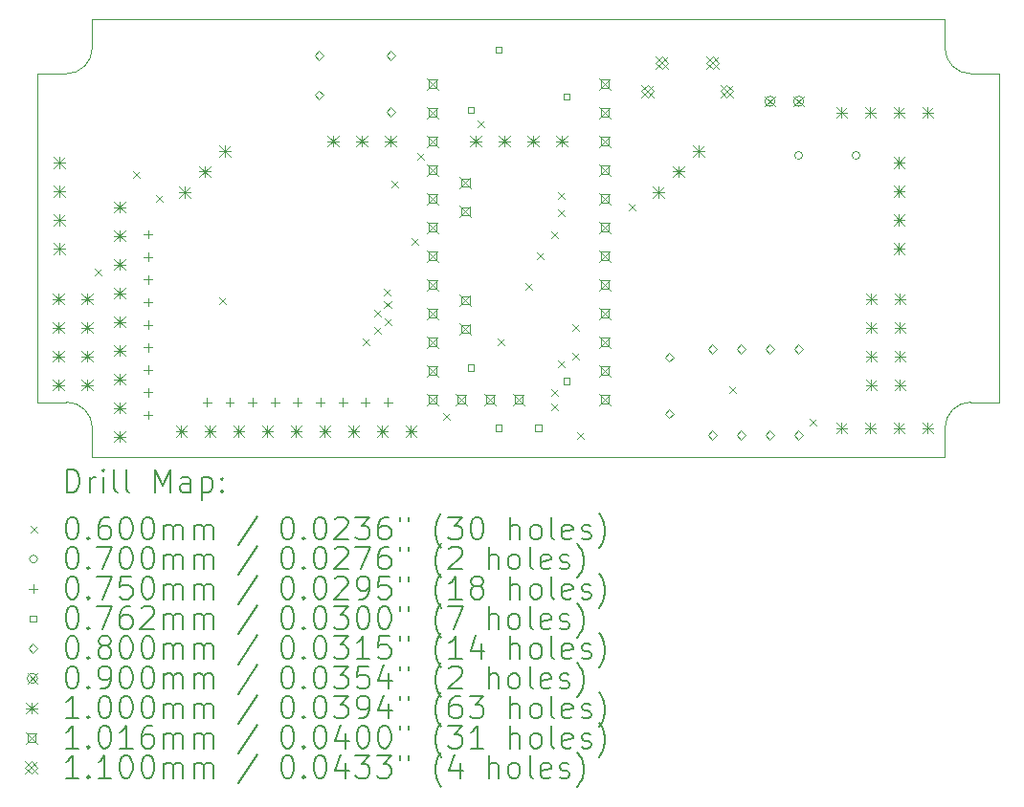
<source format=gbr>
%TF.GenerationSoftware,KiCad,Pcbnew,7.0.7*%
%TF.CreationDate,2023-09-10T17:47:19+02:00*%
%TF.ProjectId,Angle&Ana&Sw,416e676c-6526-4416-9e61-2653772e6b69,1.0*%
%TF.SameCoordinates,Original*%
%TF.FileFunction,Drillmap*%
%TF.FilePolarity,Positive*%
%FSLAX45Y45*%
G04 Gerber Fmt 4.5, Leading zero omitted, Abs format (unit mm)*
G04 Created by KiCad (PCBNEW 7.0.7) date 2023-09-10 17:47:19*
%MOMM*%
%LPD*%
G01*
G04 APERTURE LIST*
%ADD10C,0.050000*%
%ADD11C,0.200000*%
%ADD12C,0.060000*%
%ADD13C,0.070000*%
%ADD14C,0.075000*%
%ADD15C,0.076200*%
%ADD16C,0.080000*%
%ADD17C,0.090000*%
%ADD18C,0.100000*%
%ADD19C,0.101600*%
%ADD20C,0.110000*%
G04 APERTURE END LIST*
D10*
X21805900Y-9842500D02*
G75*
G03*
X22034500Y-10071100I228600J0D01*
G01*
X21805900Y-13208000D02*
X21805900Y-13462000D01*
X22034500Y-12979400D02*
X22288500Y-12979400D01*
X21805900Y-13462000D02*
X14262100Y-13462000D01*
X14262452Y-13208000D02*
X14262452Y-13462000D01*
X14033500Y-12979047D02*
X13779500Y-12979047D01*
X22034500Y-12979400D02*
G75*
G03*
X21805900Y-13208000I0J-228600D01*
G01*
X14262100Y-9588500D02*
X21805900Y-9588500D01*
X22288500Y-10071100D02*
X22034500Y-10071100D01*
X14033500Y-10071100D02*
X13779500Y-10071100D01*
X14262100Y-9842500D02*
X14262100Y-9588500D01*
X22288500Y-12979400D02*
X22288500Y-10071100D01*
X14033500Y-10071100D02*
G75*
G03*
X14262100Y-9842500I0J228600D01*
G01*
X14262452Y-13208000D02*
G75*
G03*
X14033500Y-12979047I-228953J0D01*
G01*
X13779500Y-12979400D02*
X13779500Y-10071100D01*
X21805900Y-9842500D02*
X21805900Y-9588500D01*
D11*
D12*
X14282900Y-11793700D02*
X14342900Y-11853700D01*
X14342900Y-11793700D02*
X14282900Y-11853700D01*
X14625800Y-10930100D02*
X14685800Y-10990100D01*
X14685800Y-10930100D02*
X14625800Y-10990100D01*
X14825742Y-11149258D02*
X14885742Y-11209258D01*
X14885742Y-11149258D02*
X14825742Y-11209258D01*
X15387800Y-12047700D02*
X15447800Y-12107700D01*
X15447800Y-12047700D02*
X15387800Y-12107700D01*
X16657800Y-12416000D02*
X16717800Y-12476000D01*
X16717800Y-12416000D02*
X16657800Y-12476000D01*
X16758850Y-12161450D02*
X16818850Y-12221450D01*
X16818850Y-12161450D02*
X16758850Y-12221450D01*
X16759400Y-12314650D02*
X16819400Y-12374650D01*
X16819400Y-12314650D02*
X16759400Y-12374650D01*
X16841783Y-11977683D02*
X16901783Y-12037683D01*
X16901783Y-11977683D02*
X16841783Y-12037683D01*
X16845042Y-12082542D02*
X16905042Y-12142542D01*
X16905042Y-12082542D02*
X16845042Y-12142542D01*
X16848300Y-12237950D02*
X16908300Y-12297950D01*
X16908300Y-12237950D02*
X16848300Y-12297950D01*
X16911800Y-11019000D02*
X16971800Y-11079000D01*
X16971800Y-11019000D02*
X16911800Y-11079000D01*
X17088367Y-11525766D02*
X17148367Y-11585766D01*
X17148367Y-11525766D02*
X17088367Y-11585766D01*
X17140400Y-10769140D02*
X17200400Y-10829140D01*
X17200400Y-10769140D02*
X17140400Y-10829140D01*
X17369000Y-13076400D02*
X17429000Y-13136400D01*
X17429000Y-13076400D02*
X17369000Y-13136400D01*
X17673800Y-10485600D02*
X17733800Y-10545600D01*
X17733800Y-10485600D02*
X17673800Y-10545600D01*
X17851600Y-12416000D02*
X17911600Y-12476000D01*
X17911600Y-12416000D02*
X17851600Y-12476000D01*
X18092900Y-11920700D02*
X18152900Y-11980700D01*
X18152900Y-11920700D02*
X18092900Y-11980700D01*
X18194500Y-11654000D02*
X18254500Y-11714000D01*
X18254500Y-11654000D02*
X18194500Y-11714000D01*
X18321500Y-11463500D02*
X18381500Y-11523500D01*
X18381500Y-11463500D02*
X18321500Y-11523500D01*
X18321500Y-12860500D02*
X18381500Y-12920500D01*
X18381500Y-12860500D02*
X18321500Y-12920500D01*
X18321500Y-12987500D02*
X18381500Y-13047500D01*
X18381500Y-12987500D02*
X18321500Y-13047500D01*
X18385000Y-11120600D02*
X18445000Y-11180600D01*
X18445000Y-11120600D02*
X18385000Y-11180600D01*
X18385000Y-11273000D02*
X18445000Y-11333000D01*
X18445000Y-11273000D02*
X18385000Y-11333000D01*
X18385000Y-12606500D02*
X18445000Y-12666500D01*
X18445000Y-12606500D02*
X18385000Y-12666500D01*
X18512000Y-12289000D02*
X18572000Y-12349000D01*
X18572000Y-12289000D02*
X18512000Y-12349000D01*
X18512000Y-12543000D02*
X18572000Y-12603000D01*
X18572000Y-12543000D02*
X18512000Y-12603000D01*
X18550100Y-13241500D02*
X18610100Y-13301500D01*
X18610100Y-13241500D02*
X18550100Y-13301500D01*
X19007300Y-11222200D02*
X19067300Y-11282200D01*
X19067300Y-11222200D02*
X19007300Y-11282200D01*
X19896300Y-12835100D02*
X19956300Y-12895100D01*
X19956300Y-12835100D02*
X19896300Y-12895100D01*
X20607500Y-13127200D02*
X20667500Y-13187200D01*
X20667500Y-13127200D02*
X20607500Y-13187200D01*
D13*
X20545500Y-10795000D02*
G75*
G03*
X20545500Y-10795000I-35000J0D01*
G01*
X21053500Y-10795000D02*
G75*
G03*
X21053500Y-10795000I-35000J0D01*
G01*
D14*
X14757400Y-11456000D02*
X14757400Y-11531000D01*
X14719900Y-11493500D02*
X14794900Y-11493500D01*
X14757400Y-11656000D02*
X14757400Y-11731000D01*
X14719900Y-11693500D02*
X14794900Y-11693500D01*
X14757400Y-11856000D02*
X14757400Y-11931000D01*
X14719900Y-11893500D02*
X14794900Y-11893500D01*
X14757400Y-12056000D02*
X14757400Y-12131000D01*
X14719900Y-12093500D02*
X14794900Y-12093500D01*
X14757400Y-12256000D02*
X14757400Y-12331000D01*
X14719900Y-12293500D02*
X14794900Y-12293500D01*
X14757400Y-12456000D02*
X14757400Y-12531000D01*
X14719900Y-12493500D02*
X14794900Y-12493500D01*
X14757400Y-12656000D02*
X14757400Y-12731000D01*
X14719900Y-12693500D02*
X14794900Y-12693500D01*
X14757400Y-12856000D02*
X14757400Y-12931000D01*
X14719900Y-12893500D02*
X14794900Y-12893500D01*
X14757400Y-13056000D02*
X14757400Y-13131000D01*
X14719900Y-13093500D02*
X14794900Y-13093500D01*
X15278100Y-12941900D02*
X15278100Y-13016900D01*
X15240600Y-12979400D02*
X15315600Y-12979400D01*
X15478100Y-12941900D02*
X15478100Y-13016900D01*
X15440600Y-12979400D02*
X15515600Y-12979400D01*
X15678100Y-12941900D02*
X15678100Y-13016900D01*
X15640600Y-12979400D02*
X15715600Y-12979400D01*
X15878100Y-12941900D02*
X15878100Y-13016900D01*
X15840600Y-12979400D02*
X15915600Y-12979400D01*
X16078100Y-12941900D02*
X16078100Y-13016900D01*
X16040600Y-12979400D02*
X16115600Y-12979400D01*
X16278100Y-12941900D02*
X16278100Y-13016900D01*
X16240600Y-12979400D02*
X16315600Y-12979400D01*
X16478100Y-12941900D02*
X16478100Y-13016900D01*
X16440600Y-12979400D02*
X16515600Y-12979400D01*
X16678100Y-12941900D02*
X16678100Y-13016900D01*
X16640600Y-12979400D02*
X16715600Y-12979400D01*
X16878100Y-12941900D02*
X16878100Y-13016900D01*
X16840600Y-12979400D02*
X16915600Y-12979400D01*
D15*
X17635941Y-10419941D02*
X17635941Y-10366059D01*
X17582059Y-10366059D01*
X17582059Y-10419941D01*
X17635941Y-10419941D01*
X17635941Y-12699941D02*
X17635941Y-12646059D01*
X17582059Y-12646059D01*
X17582059Y-12699941D01*
X17635941Y-12699941D01*
X17885941Y-9884941D02*
X17885941Y-9831059D01*
X17832059Y-9831059D01*
X17832059Y-9884941D01*
X17885941Y-9884941D01*
X17885941Y-13234941D02*
X17885941Y-13181059D01*
X17832059Y-13181059D01*
X17832059Y-13234941D01*
X17885941Y-13234941D01*
X18235941Y-13234941D02*
X18235941Y-13181059D01*
X18182059Y-13181059D01*
X18182059Y-13234941D01*
X18235941Y-13234941D01*
X18485941Y-10299941D02*
X18485941Y-10246059D01*
X18432059Y-10246059D01*
X18432059Y-10299941D01*
X18485941Y-10299941D01*
X18485941Y-12819941D02*
X18485941Y-12766059D01*
X18432059Y-12766059D01*
X18432059Y-12819941D01*
X18485941Y-12819941D01*
D16*
X16268700Y-9948800D02*
X16308700Y-9908800D01*
X16268700Y-9868800D01*
X16228700Y-9908800D01*
X16268700Y-9948800D01*
X16268700Y-10298800D02*
X16308700Y-10258800D01*
X16268700Y-10218800D01*
X16228700Y-10258800D01*
X16268700Y-10298800D01*
X16903700Y-9950000D02*
X16943700Y-9910000D01*
X16903700Y-9870000D01*
X16863700Y-9910000D01*
X16903700Y-9950000D01*
X16903700Y-10450000D02*
X16943700Y-10410000D01*
X16903700Y-10370000D01*
X16863700Y-10410000D01*
X16903700Y-10450000D01*
X19367500Y-12621000D02*
X19407500Y-12581000D01*
X19367500Y-12541000D01*
X19327500Y-12581000D01*
X19367500Y-12621000D01*
X19367500Y-13121000D02*
X19407500Y-13081000D01*
X19367500Y-13041000D01*
X19327500Y-13081000D01*
X19367500Y-13121000D01*
X19748500Y-12549500D02*
X19788500Y-12509500D01*
X19748500Y-12469500D01*
X19708500Y-12509500D01*
X19748500Y-12549500D01*
X19748500Y-13311500D02*
X19788500Y-13271500D01*
X19748500Y-13231500D01*
X19708500Y-13271500D01*
X19748500Y-13311500D01*
X20002500Y-12549500D02*
X20042500Y-12509500D01*
X20002500Y-12469500D01*
X19962500Y-12509500D01*
X20002500Y-12549500D01*
X20002500Y-13311500D02*
X20042500Y-13271500D01*
X20002500Y-13231500D01*
X19962500Y-13271500D01*
X20002500Y-13311500D01*
X20256500Y-12549500D02*
X20296500Y-12509500D01*
X20256500Y-12469500D01*
X20216500Y-12509500D01*
X20256500Y-12549500D01*
X20256500Y-13311500D02*
X20296500Y-13271500D01*
X20256500Y-13231500D01*
X20216500Y-13271500D01*
X20256500Y-13311500D01*
X20510500Y-12549500D02*
X20550500Y-12509500D01*
X20510500Y-12469500D01*
X20470500Y-12509500D01*
X20510500Y-12549500D01*
X20510500Y-13311500D02*
X20550500Y-13271500D01*
X20510500Y-13231500D01*
X20470500Y-13271500D01*
X20510500Y-13311500D01*
D17*
X20213500Y-10270500D02*
X20303500Y-10360500D01*
X20303500Y-10270500D02*
X20213500Y-10360500D01*
X20303500Y-10315500D02*
G75*
G03*
X20303500Y-10315500I-45000J0D01*
G01*
X20467500Y-10270500D02*
X20557500Y-10360500D01*
X20557500Y-10270500D02*
X20467500Y-10360500D01*
X20557500Y-10315500D02*
G75*
G03*
X20557500Y-10315500I-45000J0D01*
G01*
D18*
X13913500Y-12015000D02*
X14013500Y-12115000D01*
X14013500Y-12015000D02*
X13913500Y-12115000D01*
X13963500Y-12015000D02*
X13963500Y-12115000D01*
X13913500Y-12065000D02*
X14013500Y-12065000D01*
X13913500Y-12269000D02*
X14013500Y-12369000D01*
X14013500Y-12269000D02*
X13913500Y-12369000D01*
X13963500Y-12269000D02*
X13963500Y-12369000D01*
X13913500Y-12319000D02*
X14013500Y-12319000D01*
X13913500Y-12523000D02*
X14013500Y-12623000D01*
X14013500Y-12523000D02*
X13913500Y-12623000D01*
X13963500Y-12523000D02*
X13963500Y-12623000D01*
X13913500Y-12573000D02*
X14013500Y-12573000D01*
X13913500Y-12777000D02*
X14013500Y-12877000D01*
X14013500Y-12777000D02*
X13913500Y-12877000D01*
X13963500Y-12777000D02*
X13963500Y-12877000D01*
X13913500Y-12827000D02*
X14013500Y-12827000D01*
X13920000Y-10808500D02*
X14020000Y-10908500D01*
X14020000Y-10808500D02*
X13920000Y-10908500D01*
X13970000Y-10808500D02*
X13970000Y-10908500D01*
X13920000Y-10858500D02*
X14020000Y-10858500D01*
X13920000Y-11062500D02*
X14020000Y-11162500D01*
X14020000Y-11062500D02*
X13920000Y-11162500D01*
X13970000Y-11062500D02*
X13970000Y-11162500D01*
X13920000Y-11112500D02*
X14020000Y-11112500D01*
X13920000Y-11316500D02*
X14020000Y-11416500D01*
X14020000Y-11316500D02*
X13920000Y-11416500D01*
X13970000Y-11316500D02*
X13970000Y-11416500D01*
X13920000Y-11366500D02*
X14020000Y-11366500D01*
X13920000Y-11570500D02*
X14020000Y-11670500D01*
X14020000Y-11570500D02*
X13920000Y-11670500D01*
X13970000Y-11570500D02*
X13970000Y-11670500D01*
X13920000Y-11620500D02*
X14020000Y-11620500D01*
X14167500Y-12015000D02*
X14267500Y-12115000D01*
X14267500Y-12015000D02*
X14167500Y-12115000D01*
X14217500Y-12015000D02*
X14217500Y-12115000D01*
X14167500Y-12065000D02*
X14267500Y-12065000D01*
X14167500Y-12269000D02*
X14267500Y-12369000D01*
X14267500Y-12269000D02*
X14167500Y-12369000D01*
X14217500Y-12269000D02*
X14217500Y-12369000D01*
X14167500Y-12319000D02*
X14267500Y-12319000D01*
X14167500Y-12523000D02*
X14267500Y-12623000D01*
X14267500Y-12523000D02*
X14167500Y-12623000D01*
X14217500Y-12523000D02*
X14217500Y-12623000D01*
X14167500Y-12573000D02*
X14267500Y-12573000D01*
X14167500Y-12777000D02*
X14267500Y-12877000D01*
X14267500Y-12777000D02*
X14167500Y-12877000D01*
X14217500Y-12777000D02*
X14217500Y-12877000D01*
X14167500Y-12827000D02*
X14267500Y-12827000D01*
X14453400Y-11202200D02*
X14553400Y-11302200D01*
X14553400Y-11202200D02*
X14453400Y-11302200D01*
X14503400Y-11202200D02*
X14503400Y-11302200D01*
X14453400Y-11252200D02*
X14553400Y-11252200D01*
X14453400Y-11456200D02*
X14553400Y-11556200D01*
X14553400Y-11456200D02*
X14453400Y-11556200D01*
X14503400Y-11456200D02*
X14503400Y-11556200D01*
X14453400Y-11506200D02*
X14553400Y-11506200D01*
X14453400Y-11710200D02*
X14553400Y-11810200D01*
X14553400Y-11710200D02*
X14453400Y-11810200D01*
X14503400Y-11710200D02*
X14503400Y-11810200D01*
X14453400Y-11760200D02*
X14553400Y-11760200D01*
X14453400Y-11964200D02*
X14553400Y-12064200D01*
X14553400Y-11964200D02*
X14453400Y-12064200D01*
X14503400Y-11964200D02*
X14503400Y-12064200D01*
X14453400Y-12014200D02*
X14553400Y-12014200D01*
X14453400Y-12218200D02*
X14553400Y-12318200D01*
X14553400Y-12218200D02*
X14453400Y-12318200D01*
X14503400Y-12218200D02*
X14503400Y-12318200D01*
X14453400Y-12268200D02*
X14553400Y-12268200D01*
X14453400Y-12472200D02*
X14553400Y-12572200D01*
X14553400Y-12472200D02*
X14453400Y-12572200D01*
X14503400Y-12472200D02*
X14503400Y-12572200D01*
X14453400Y-12522200D02*
X14553400Y-12522200D01*
X14453400Y-12726200D02*
X14553400Y-12826200D01*
X14553400Y-12726200D02*
X14453400Y-12826200D01*
X14503400Y-12726200D02*
X14503400Y-12826200D01*
X14453400Y-12776200D02*
X14553400Y-12776200D01*
X14453400Y-12980200D02*
X14553400Y-13080200D01*
X14553400Y-12980200D02*
X14453400Y-13080200D01*
X14503400Y-12980200D02*
X14503400Y-13080200D01*
X14453400Y-13030200D02*
X14553400Y-13030200D01*
X14453400Y-13234200D02*
X14553400Y-13334200D01*
X14553400Y-13234200D02*
X14453400Y-13334200D01*
X14503400Y-13234200D02*
X14503400Y-13334200D01*
X14453400Y-13284200D02*
X14553400Y-13284200D01*
X14999500Y-13187350D02*
X15099500Y-13287350D01*
X15099500Y-13187350D02*
X14999500Y-13287350D01*
X15049500Y-13187350D02*
X15049500Y-13287350D01*
X14999500Y-13237350D02*
X15099500Y-13237350D01*
X15026545Y-11067606D02*
X15126545Y-11167606D01*
X15126545Y-11067606D02*
X15026545Y-11167606D01*
X15076545Y-11067606D02*
X15076545Y-11167606D01*
X15026545Y-11117606D02*
X15126545Y-11117606D01*
X15206150Y-10888001D02*
X15306150Y-10988001D01*
X15306150Y-10888001D02*
X15206150Y-10988001D01*
X15256150Y-10888001D02*
X15256150Y-10988001D01*
X15206150Y-10938001D02*
X15306150Y-10938001D01*
X15253500Y-13187350D02*
X15353500Y-13287350D01*
X15353500Y-13187350D02*
X15253500Y-13287350D01*
X15303500Y-13187350D02*
X15303500Y-13287350D01*
X15253500Y-13237350D02*
X15353500Y-13237350D01*
X15385756Y-10708395D02*
X15485756Y-10808395D01*
X15485756Y-10708395D02*
X15385756Y-10808395D01*
X15435756Y-10708395D02*
X15435756Y-10808395D01*
X15385756Y-10758395D02*
X15485756Y-10758395D01*
X15507500Y-13187350D02*
X15607500Y-13287350D01*
X15607500Y-13187350D02*
X15507500Y-13287350D01*
X15557500Y-13187350D02*
X15557500Y-13287350D01*
X15507500Y-13237350D02*
X15607500Y-13237350D01*
X15761500Y-13187350D02*
X15861500Y-13287350D01*
X15861500Y-13187350D02*
X15761500Y-13287350D01*
X15811500Y-13187350D02*
X15811500Y-13287350D01*
X15761500Y-13237350D02*
X15861500Y-13237350D01*
X16015500Y-13187350D02*
X16115500Y-13287350D01*
X16115500Y-13187350D02*
X16015500Y-13287350D01*
X16065500Y-13187350D02*
X16065500Y-13287350D01*
X16015500Y-13237350D02*
X16115500Y-13237350D01*
X16269500Y-13187350D02*
X16369500Y-13287350D01*
X16369500Y-13187350D02*
X16269500Y-13287350D01*
X16319500Y-13187350D02*
X16319500Y-13287350D01*
X16269500Y-13237350D02*
X16369500Y-13237350D01*
X16344200Y-10618000D02*
X16444200Y-10718000D01*
X16444200Y-10618000D02*
X16344200Y-10718000D01*
X16394200Y-10618000D02*
X16394200Y-10718000D01*
X16344200Y-10668000D02*
X16444200Y-10668000D01*
X16523500Y-13187350D02*
X16623500Y-13287350D01*
X16623500Y-13187350D02*
X16523500Y-13287350D01*
X16573500Y-13187350D02*
X16573500Y-13287350D01*
X16523500Y-13237350D02*
X16623500Y-13237350D01*
X16598200Y-10618000D02*
X16698200Y-10718000D01*
X16698200Y-10618000D02*
X16598200Y-10718000D01*
X16648200Y-10618000D02*
X16648200Y-10718000D01*
X16598200Y-10668000D02*
X16698200Y-10668000D01*
X16777500Y-13187350D02*
X16877500Y-13287350D01*
X16877500Y-13187350D02*
X16777500Y-13287350D01*
X16827500Y-13187350D02*
X16827500Y-13287350D01*
X16777500Y-13237350D02*
X16877500Y-13237350D01*
X16852200Y-10618000D02*
X16952200Y-10718000D01*
X16952200Y-10618000D02*
X16852200Y-10718000D01*
X16902200Y-10618000D02*
X16902200Y-10718000D01*
X16852200Y-10668000D02*
X16952200Y-10668000D01*
X17031500Y-13187350D02*
X17131500Y-13287350D01*
X17131500Y-13187350D02*
X17031500Y-13287350D01*
X17081500Y-13187350D02*
X17081500Y-13287350D01*
X17031500Y-13237350D02*
X17131500Y-13237350D01*
X17603000Y-10618000D02*
X17703000Y-10718000D01*
X17703000Y-10618000D02*
X17603000Y-10718000D01*
X17653000Y-10618000D02*
X17653000Y-10718000D01*
X17603000Y-10668000D02*
X17703000Y-10668000D01*
X17857000Y-10618000D02*
X17957000Y-10718000D01*
X17957000Y-10618000D02*
X17857000Y-10718000D01*
X17907000Y-10618000D02*
X17907000Y-10718000D01*
X17857000Y-10668000D02*
X17957000Y-10668000D01*
X18111000Y-10618000D02*
X18211000Y-10718000D01*
X18211000Y-10618000D02*
X18111000Y-10718000D01*
X18161000Y-10618000D02*
X18161000Y-10718000D01*
X18111000Y-10668000D02*
X18211000Y-10668000D01*
X18365000Y-10618000D02*
X18465000Y-10718000D01*
X18465000Y-10618000D02*
X18365000Y-10718000D01*
X18415000Y-10618000D02*
X18415000Y-10718000D01*
X18365000Y-10668000D02*
X18465000Y-10668000D01*
X19217395Y-11067606D02*
X19317395Y-11167606D01*
X19317395Y-11067606D02*
X19217395Y-11167606D01*
X19267395Y-11067606D02*
X19267395Y-11167606D01*
X19217395Y-11117606D02*
X19317395Y-11117606D01*
X19397001Y-10888001D02*
X19497001Y-10988001D01*
X19497001Y-10888001D02*
X19397001Y-10988001D01*
X19447001Y-10888001D02*
X19447001Y-10988001D01*
X19397001Y-10938001D02*
X19497001Y-10938001D01*
X19576606Y-10708395D02*
X19676606Y-10808395D01*
X19676606Y-10708395D02*
X19576606Y-10808395D01*
X19626606Y-10708395D02*
X19626606Y-10808395D01*
X19576606Y-10758395D02*
X19676606Y-10758395D01*
X20841500Y-10364000D02*
X20941500Y-10464000D01*
X20941500Y-10364000D02*
X20841500Y-10464000D01*
X20891500Y-10364000D02*
X20891500Y-10464000D01*
X20841500Y-10414000D02*
X20941500Y-10414000D01*
X20841500Y-13158000D02*
X20941500Y-13258000D01*
X20941500Y-13158000D02*
X20841500Y-13258000D01*
X20891500Y-13158000D02*
X20891500Y-13258000D01*
X20841500Y-13208000D02*
X20941500Y-13208000D01*
X21095500Y-10364000D02*
X21195500Y-10464000D01*
X21195500Y-10364000D02*
X21095500Y-10464000D01*
X21145500Y-10364000D02*
X21145500Y-10464000D01*
X21095500Y-10414000D02*
X21195500Y-10414000D01*
X21095500Y-13158000D02*
X21195500Y-13258000D01*
X21195500Y-13158000D02*
X21095500Y-13258000D01*
X21145500Y-13158000D02*
X21145500Y-13258000D01*
X21095500Y-13208000D02*
X21195500Y-13208000D01*
X21104500Y-12015000D02*
X21204500Y-12115000D01*
X21204500Y-12015000D02*
X21104500Y-12115000D01*
X21154500Y-12015000D02*
X21154500Y-12115000D01*
X21104500Y-12065000D02*
X21204500Y-12065000D01*
X21104500Y-12269000D02*
X21204500Y-12369000D01*
X21204500Y-12269000D02*
X21104500Y-12369000D01*
X21154500Y-12269000D02*
X21154500Y-12369000D01*
X21104500Y-12319000D02*
X21204500Y-12319000D01*
X21104500Y-12523000D02*
X21204500Y-12623000D01*
X21204500Y-12523000D02*
X21104500Y-12623000D01*
X21154500Y-12523000D02*
X21154500Y-12623000D01*
X21104500Y-12573000D02*
X21204500Y-12573000D01*
X21104500Y-12777000D02*
X21204500Y-12877000D01*
X21204500Y-12777000D02*
X21104500Y-12877000D01*
X21154500Y-12777000D02*
X21154500Y-12877000D01*
X21104500Y-12827000D02*
X21204500Y-12827000D01*
X21349500Y-10364000D02*
X21449500Y-10464000D01*
X21449500Y-10364000D02*
X21349500Y-10464000D01*
X21399500Y-10364000D02*
X21399500Y-10464000D01*
X21349500Y-10414000D02*
X21449500Y-10414000D01*
X21349500Y-10808500D02*
X21449500Y-10908500D01*
X21449500Y-10808500D02*
X21349500Y-10908500D01*
X21399500Y-10808500D02*
X21399500Y-10908500D01*
X21349500Y-10858500D02*
X21449500Y-10858500D01*
X21349500Y-11062500D02*
X21449500Y-11162500D01*
X21449500Y-11062500D02*
X21349500Y-11162500D01*
X21399500Y-11062500D02*
X21399500Y-11162500D01*
X21349500Y-11112500D02*
X21449500Y-11112500D01*
X21349500Y-11316500D02*
X21449500Y-11416500D01*
X21449500Y-11316500D02*
X21349500Y-11416500D01*
X21399500Y-11316500D02*
X21399500Y-11416500D01*
X21349500Y-11366500D02*
X21449500Y-11366500D01*
X21349500Y-11570500D02*
X21449500Y-11670500D01*
X21449500Y-11570500D02*
X21349500Y-11670500D01*
X21399500Y-11570500D02*
X21399500Y-11670500D01*
X21349500Y-11620500D02*
X21449500Y-11620500D01*
X21349500Y-13158000D02*
X21449500Y-13258000D01*
X21449500Y-13158000D02*
X21349500Y-13258000D01*
X21399500Y-13158000D02*
X21399500Y-13258000D01*
X21349500Y-13208000D02*
X21449500Y-13208000D01*
X21358500Y-12015000D02*
X21458500Y-12115000D01*
X21458500Y-12015000D02*
X21358500Y-12115000D01*
X21408500Y-12015000D02*
X21408500Y-12115000D01*
X21358500Y-12065000D02*
X21458500Y-12065000D01*
X21358500Y-12269000D02*
X21458500Y-12369000D01*
X21458500Y-12269000D02*
X21358500Y-12369000D01*
X21408500Y-12269000D02*
X21408500Y-12369000D01*
X21358500Y-12319000D02*
X21458500Y-12319000D01*
X21358500Y-12523000D02*
X21458500Y-12623000D01*
X21458500Y-12523000D02*
X21358500Y-12623000D01*
X21408500Y-12523000D02*
X21408500Y-12623000D01*
X21358500Y-12573000D02*
X21458500Y-12573000D01*
X21358500Y-12777000D02*
X21458500Y-12877000D01*
X21458500Y-12777000D02*
X21358500Y-12877000D01*
X21408500Y-12777000D02*
X21408500Y-12877000D01*
X21358500Y-12827000D02*
X21458500Y-12827000D01*
X21603500Y-10364000D02*
X21703500Y-10464000D01*
X21703500Y-10364000D02*
X21603500Y-10464000D01*
X21653500Y-10364000D02*
X21653500Y-10464000D01*
X21603500Y-10414000D02*
X21703500Y-10414000D01*
X21603500Y-13158000D02*
X21703500Y-13258000D01*
X21703500Y-13158000D02*
X21603500Y-13258000D01*
X21653500Y-13158000D02*
X21653500Y-13258000D01*
X21603500Y-13208000D02*
X21703500Y-13208000D01*
D19*
X17221200Y-10109200D02*
X17322800Y-10210800D01*
X17322800Y-10109200D02*
X17221200Y-10210800D01*
X17307921Y-10195921D02*
X17307921Y-10124079D01*
X17236079Y-10124079D01*
X17236079Y-10195921D01*
X17307921Y-10195921D01*
X17221200Y-10363200D02*
X17322800Y-10464800D01*
X17322800Y-10363200D02*
X17221200Y-10464800D01*
X17307921Y-10449921D02*
X17307921Y-10378079D01*
X17236079Y-10378079D01*
X17236079Y-10449921D01*
X17307921Y-10449921D01*
X17221200Y-10617200D02*
X17322800Y-10718800D01*
X17322800Y-10617200D02*
X17221200Y-10718800D01*
X17307921Y-10703921D02*
X17307921Y-10632079D01*
X17236079Y-10632079D01*
X17236079Y-10703921D01*
X17307921Y-10703921D01*
X17221200Y-10871200D02*
X17322800Y-10972800D01*
X17322800Y-10871200D02*
X17221200Y-10972800D01*
X17307921Y-10957921D02*
X17307921Y-10886079D01*
X17236079Y-10886079D01*
X17236079Y-10957921D01*
X17307921Y-10957921D01*
X17221200Y-11125200D02*
X17322800Y-11226800D01*
X17322800Y-11125200D02*
X17221200Y-11226800D01*
X17307921Y-11211921D02*
X17307921Y-11140079D01*
X17236079Y-11140079D01*
X17236079Y-11211921D01*
X17307921Y-11211921D01*
X17221200Y-11379200D02*
X17322800Y-11480800D01*
X17322800Y-11379200D02*
X17221200Y-11480800D01*
X17307921Y-11465921D02*
X17307921Y-11394079D01*
X17236079Y-11394079D01*
X17236079Y-11465921D01*
X17307921Y-11465921D01*
X17221200Y-11633200D02*
X17322800Y-11734800D01*
X17322800Y-11633200D02*
X17221200Y-11734800D01*
X17307921Y-11719921D02*
X17307921Y-11648079D01*
X17236079Y-11648079D01*
X17236079Y-11719921D01*
X17307921Y-11719921D01*
X17221200Y-11887200D02*
X17322800Y-11988800D01*
X17322800Y-11887200D02*
X17221200Y-11988800D01*
X17307921Y-11973921D02*
X17307921Y-11902079D01*
X17236079Y-11902079D01*
X17236079Y-11973921D01*
X17307921Y-11973921D01*
X17221200Y-12141200D02*
X17322800Y-12242800D01*
X17322800Y-12141200D02*
X17221200Y-12242800D01*
X17307921Y-12227921D02*
X17307921Y-12156079D01*
X17236079Y-12156079D01*
X17236079Y-12227921D01*
X17307921Y-12227921D01*
X17221200Y-12395200D02*
X17322800Y-12496800D01*
X17322800Y-12395200D02*
X17221200Y-12496800D01*
X17307921Y-12481921D02*
X17307921Y-12410079D01*
X17236079Y-12410079D01*
X17236079Y-12481921D01*
X17307921Y-12481921D01*
X17221200Y-12649200D02*
X17322800Y-12750800D01*
X17322800Y-12649200D02*
X17221200Y-12750800D01*
X17307921Y-12735921D02*
X17307921Y-12664079D01*
X17236079Y-12664079D01*
X17236079Y-12735921D01*
X17307921Y-12735921D01*
X17221200Y-12903200D02*
X17322800Y-13004800D01*
X17322800Y-12903200D02*
X17221200Y-13004800D01*
X17307921Y-12989921D02*
X17307921Y-12918079D01*
X17236079Y-12918079D01*
X17236079Y-12989921D01*
X17307921Y-12989921D01*
X17475200Y-12903200D02*
X17576800Y-13004800D01*
X17576800Y-12903200D02*
X17475200Y-13004800D01*
X17561921Y-12989921D02*
X17561921Y-12918079D01*
X17490079Y-12918079D01*
X17490079Y-12989921D01*
X17561921Y-12989921D01*
X17513790Y-10986260D02*
X17615390Y-11087860D01*
X17615390Y-10986260D02*
X17513790Y-11087860D01*
X17600511Y-11072981D02*
X17600511Y-11001139D01*
X17528669Y-11001139D01*
X17528669Y-11072981D01*
X17600511Y-11072981D01*
X17513790Y-11240260D02*
X17615390Y-11341860D01*
X17615390Y-11240260D02*
X17513790Y-11341860D01*
X17600511Y-11326981D02*
X17600511Y-11255139D01*
X17528669Y-11255139D01*
X17528669Y-11326981D01*
X17600511Y-11326981D01*
X17513790Y-12027600D02*
X17615390Y-12129200D01*
X17615390Y-12027600D02*
X17513790Y-12129200D01*
X17600511Y-12114321D02*
X17600511Y-12042479D01*
X17528669Y-12042479D01*
X17528669Y-12114321D01*
X17600511Y-12114321D01*
X17513790Y-12281660D02*
X17615390Y-12383260D01*
X17615390Y-12281660D02*
X17513790Y-12383260D01*
X17600511Y-12368381D02*
X17600511Y-12296539D01*
X17528669Y-12296539D01*
X17528669Y-12368381D01*
X17600511Y-12368381D01*
X17729200Y-12903200D02*
X17830800Y-13004800D01*
X17830800Y-12903200D02*
X17729200Y-13004800D01*
X17815921Y-12989921D02*
X17815921Y-12918079D01*
X17744079Y-12918079D01*
X17744079Y-12989921D01*
X17815921Y-12989921D01*
X17983200Y-12903200D02*
X18084800Y-13004800D01*
X18084800Y-12903200D02*
X17983200Y-13004800D01*
X18069921Y-12989921D02*
X18069921Y-12918079D01*
X17998079Y-12918079D01*
X17998079Y-12989921D01*
X18069921Y-12989921D01*
X18745200Y-10109200D02*
X18846800Y-10210800D01*
X18846800Y-10109200D02*
X18745200Y-10210800D01*
X18831921Y-10195921D02*
X18831921Y-10124079D01*
X18760079Y-10124079D01*
X18760079Y-10195921D01*
X18831921Y-10195921D01*
X18745200Y-10363200D02*
X18846800Y-10464800D01*
X18846800Y-10363200D02*
X18745200Y-10464800D01*
X18831921Y-10449921D02*
X18831921Y-10378079D01*
X18760079Y-10378079D01*
X18760079Y-10449921D01*
X18831921Y-10449921D01*
X18745200Y-10617200D02*
X18846800Y-10718800D01*
X18846800Y-10617200D02*
X18745200Y-10718800D01*
X18831921Y-10703921D02*
X18831921Y-10632079D01*
X18760079Y-10632079D01*
X18760079Y-10703921D01*
X18831921Y-10703921D01*
X18745200Y-10871200D02*
X18846800Y-10972800D01*
X18846800Y-10871200D02*
X18745200Y-10972800D01*
X18831921Y-10957921D02*
X18831921Y-10886079D01*
X18760079Y-10886079D01*
X18760079Y-10957921D01*
X18831921Y-10957921D01*
X18745200Y-11125200D02*
X18846800Y-11226800D01*
X18846800Y-11125200D02*
X18745200Y-11226800D01*
X18831921Y-11211921D02*
X18831921Y-11140079D01*
X18760079Y-11140079D01*
X18760079Y-11211921D01*
X18831921Y-11211921D01*
X18745200Y-11379200D02*
X18846800Y-11480800D01*
X18846800Y-11379200D02*
X18745200Y-11480800D01*
X18831921Y-11465921D02*
X18831921Y-11394079D01*
X18760079Y-11394079D01*
X18760079Y-11465921D01*
X18831921Y-11465921D01*
X18745200Y-11633200D02*
X18846800Y-11734800D01*
X18846800Y-11633200D02*
X18745200Y-11734800D01*
X18831921Y-11719921D02*
X18831921Y-11648079D01*
X18760079Y-11648079D01*
X18760079Y-11719921D01*
X18831921Y-11719921D01*
X18745200Y-11887200D02*
X18846800Y-11988800D01*
X18846800Y-11887200D02*
X18745200Y-11988800D01*
X18831921Y-11973921D02*
X18831921Y-11902079D01*
X18760079Y-11902079D01*
X18760079Y-11973921D01*
X18831921Y-11973921D01*
X18745200Y-12141200D02*
X18846800Y-12242800D01*
X18846800Y-12141200D02*
X18745200Y-12242800D01*
X18831921Y-12227921D02*
X18831921Y-12156079D01*
X18760079Y-12156079D01*
X18760079Y-12227921D01*
X18831921Y-12227921D01*
X18745200Y-12395200D02*
X18846800Y-12496800D01*
X18846800Y-12395200D02*
X18745200Y-12496800D01*
X18831921Y-12481921D02*
X18831921Y-12410079D01*
X18760079Y-12410079D01*
X18760079Y-12481921D01*
X18831921Y-12481921D01*
X18745200Y-12649200D02*
X18846800Y-12750800D01*
X18846800Y-12649200D02*
X18745200Y-12750800D01*
X18831921Y-12735921D02*
X18831921Y-12664079D01*
X18760079Y-12664079D01*
X18760079Y-12735921D01*
X18831921Y-12735921D01*
X18745200Y-12903200D02*
X18846800Y-13004800D01*
X18846800Y-12903200D02*
X18745200Y-13004800D01*
X18831921Y-12989921D02*
X18831921Y-12918079D01*
X18760079Y-12918079D01*
X18760079Y-12989921D01*
X18831921Y-12989921D01*
D20*
X19120500Y-10168500D02*
X19230500Y-10278500D01*
X19230500Y-10168500D02*
X19120500Y-10278500D01*
X19175500Y-10278500D02*
X19230500Y-10223500D01*
X19175500Y-10168500D01*
X19120500Y-10223500D01*
X19175500Y-10278500D01*
X19245500Y-9918500D02*
X19355500Y-10028500D01*
X19355500Y-9918500D02*
X19245500Y-10028500D01*
X19300500Y-10028500D02*
X19355500Y-9973500D01*
X19300500Y-9918500D01*
X19245500Y-9973500D01*
X19300500Y-10028500D01*
X19695500Y-9918500D02*
X19805500Y-10028500D01*
X19805500Y-9918500D02*
X19695500Y-10028500D01*
X19750500Y-10028500D02*
X19805500Y-9973500D01*
X19750500Y-9918500D01*
X19695500Y-9973500D01*
X19750500Y-10028500D01*
X19820500Y-10168500D02*
X19930500Y-10278500D01*
X19930500Y-10168500D02*
X19820500Y-10278500D01*
X19875500Y-10278500D02*
X19930500Y-10223500D01*
X19875500Y-10168500D01*
X19820500Y-10223500D01*
X19875500Y-10278500D01*
D11*
X14037777Y-13775984D02*
X14037777Y-13575984D01*
X14037777Y-13575984D02*
X14085396Y-13575984D01*
X14085396Y-13575984D02*
X14113967Y-13585508D01*
X14113967Y-13585508D02*
X14133015Y-13604555D01*
X14133015Y-13604555D02*
X14142539Y-13623603D01*
X14142539Y-13623603D02*
X14152062Y-13661698D01*
X14152062Y-13661698D02*
X14152062Y-13690269D01*
X14152062Y-13690269D02*
X14142539Y-13728365D01*
X14142539Y-13728365D02*
X14133015Y-13747412D01*
X14133015Y-13747412D02*
X14113967Y-13766460D01*
X14113967Y-13766460D02*
X14085396Y-13775984D01*
X14085396Y-13775984D02*
X14037777Y-13775984D01*
X14237777Y-13775984D02*
X14237777Y-13642650D01*
X14237777Y-13680746D02*
X14247301Y-13661698D01*
X14247301Y-13661698D02*
X14256824Y-13652174D01*
X14256824Y-13652174D02*
X14275872Y-13642650D01*
X14275872Y-13642650D02*
X14294920Y-13642650D01*
X14361586Y-13775984D02*
X14361586Y-13642650D01*
X14361586Y-13575984D02*
X14352062Y-13585508D01*
X14352062Y-13585508D02*
X14361586Y-13595031D01*
X14361586Y-13595031D02*
X14371110Y-13585508D01*
X14371110Y-13585508D02*
X14361586Y-13575984D01*
X14361586Y-13575984D02*
X14361586Y-13595031D01*
X14485396Y-13775984D02*
X14466348Y-13766460D01*
X14466348Y-13766460D02*
X14456824Y-13747412D01*
X14456824Y-13747412D02*
X14456824Y-13575984D01*
X14590158Y-13775984D02*
X14571110Y-13766460D01*
X14571110Y-13766460D02*
X14561586Y-13747412D01*
X14561586Y-13747412D02*
X14561586Y-13575984D01*
X14818729Y-13775984D02*
X14818729Y-13575984D01*
X14818729Y-13575984D02*
X14885396Y-13718841D01*
X14885396Y-13718841D02*
X14952062Y-13575984D01*
X14952062Y-13575984D02*
X14952062Y-13775984D01*
X15133015Y-13775984D02*
X15133015Y-13671222D01*
X15133015Y-13671222D02*
X15123491Y-13652174D01*
X15123491Y-13652174D02*
X15104443Y-13642650D01*
X15104443Y-13642650D02*
X15066348Y-13642650D01*
X15066348Y-13642650D02*
X15047301Y-13652174D01*
X15133015Y-13766460D02*
X15113967Y-13775984D01*
X15113967Y-13775984D02*
X15066348Y-13775984D01*
X15066348Y-13775984D02*
X15047301Y-13766460D01*
X15047301Y-13766460D02*
X15037777Y-13747412D01*
X15037777Y-13747412D02*
X15037777Y-13728365D01*
X15037777Y-13728365D02*
X15047301Y-13709317D01*
X15047301Y-13709317D02*
X15066348Y-13699793D01*
X15066348Y-13699793D02*
X15113967Y-13699793D01*
X15113967Y-13699793D02*
X15133015Y-13690269D01*
X15228253Y-13642650D02*
X15228253Y-13842650D01*
X15228253Y-13652174D02*
X15247301Y-13642650D01*
X15247301Y-13642650D02*
X15285396Y-13642650D01*
X15285396Y-13642650D02*
X15304443Y-13652174D01*
X15304443Y-13652174D02*
X15313967Y-13661698D01*
X15313967Y-13661698D02*
X15323491Y-13680746D01*
X15323491Y-13680746D02*
X15323491Y-13737888D01*
X15323491Y-13737888D02*
X15313967Y-13756936D01*
X15313967Y-13756936D02*
X15304443Y-13766460D01*
X15304443Y-13766460D02*
X15285396Y-13775984D01*
X15285396Y-13775984D02*
X15247301Y-13775984D01*
X15247301Y-13775984D02*
X15228253Y-13766460D01*
X15409205Y-13756936D02*
X15418729Y-13766460D01*
X15418729Y-13766460D02*
X15409205Y-13775984D01*
X15409205Y-13775984D02*
X15399682Y-13766460D01*
X15399682Y-13766460D02*
X15409205Y-13756936D01*
X15409205Y-13756936D02*
X15409205Y-13775984D01*
X15409205Y-13652174D02*
X15418729Y-13661698D01*
X15418729Y-13661698D02*
X15409205Y-13671222D01*
X15409205Y-13671222D02*
X15399682Y-13661698D01*
X15399682Y-13661698D02*
X15409205Y-13652174D01*
X15409205Y-13652174D02*
X15409205Y-13671222D01*
D12*
X13717000Y-14074500D02*
X13777000Y-14134500D01*
X13777000Y-14074500D02*
X13717000Y-14134500D01*
D11*
X14075872Y-13995984D02*
X14094920Y-13995984D01*
X14094920Y-13995984D02*
X14113967Y-14005508D01*
X14113967Y-14005508D02*
X14123491Y-14015031D01*
X14123491Y-14015031D02*
X14133015Y-14034079D01*
X14133015Y-14034079D02*
X14142539Y-14072174D01*
X14142539Y-14072174D02*
X14142539Y-14119793D01*
X14142539Y-14119793D02*
X14133015Y-14157888D01*
X14133015Y-14157888D02*
X14123491Y-14176936D01*
X14123491Y-14176936D02*
X14113967Y-14186460D01*
X14113967Y-14186460D02*
X14094920Y-14195984D01*
X14094920Y-14195984D02*
X14075872Y-14195984D01*
X14075872Y-14195984D02*
X14056824Y-14186460D01*
X14056824Y-14186460D02*
X14047301Y-14176936D01*
X14047301Y-14176936D02*
X14037777Y-14157888D01*
X14037777Y-14157888D02*
X14028253Y-14119793D01*
X14028253Y-14119793D02*
X14028253Y-14072174D01*
X14028253Y-14072174D02*
X14037777Y-14034079D01*
X14037777Y-14034079D02*
X14047301Y-14015031D01*
X14047301Y-14015031D02*
X14056824Y-14005508D01*
X14056824Y-14005508D02*
X14075872Y-13995984D01*
X14228253Y-14176936D02*
X14237777Y-14186460D01*
X14237777Y-14186460D02*
X14228253Y-14195984D01*
X14228253Y-14195984D02*
X14218729Y-14186460D01*
X14218729Y-14186460D02*
X14228253Y-14176936D01*
X14228253Y-14176936D02*
X14228253Y-14195984D01*
X14409205Y-13995984D02*
X14371110Y-13995984D01*
X14371110Y-13995984D02*
X14352062Y-14005508D01*
X14352062Y-14005508D02*
X14342539Y-14015031D01*
X14342539Y-14015031D02*
X14323491Y-14043603D01*
X14323491Y-14043603D02*
X14313967Y-14081698D01*
X14313967Y-14081698D02*
X14313967Y-14157888D01*
X14313967Y-14157888D02*
X14323491Y-14176936D01*
X14323491Y-14176936D02*
X14333015Y-14186460D01*
X14333015Y-14186460D02*
X14352062Y-14195984D01*
X14352062Y-14195984D02*
X14390158Y-14195984D01*
X14390158Y-14195984D02*
X14409205Y-14186460D01*
X14409205Y-14186460D02*
X14418729Y-14176936D01*
X14418729Y-14176936D02*
X14428253Y-14157888D01*
X14428253Y-14157888D02*
X14428253Y-14110269D01*
X14428253Y-14110269D02*
X14418729Y-14091222D01*
X14418729Y-14091222D02*
X14409205Y-14081698D01*
X14409205Y-14081698D02*
X14390158Y-14072174D01*
X14390158Y-14072174D02*
X14352062Y-14072174D01*
X14352062Y-14072174D02*
X14333015Y-14081698D01*
X14333015Y-14081698D02*
X14323491Y-14091222D01*
X14323491Y-14091222D02*
X14313967Y-14110269D01*
X14552062Y-13995984D02*
X14571110Y-13995984D01*
X14571110Y-13995984D02*
X14590158Y-14005508D01*
X14590158Y-14005508D02*
X14599682Y-14015031D01*
X14599682Y-14015031D02*
X14609205Y-14034079D01*
X14609205Y-14034079D02*
X14618729Y-14072174D01*
X14618729Y-14072174D02*
X14618729Y-14119793D01*
X14618729Y-14119793D02*
X14609205Y-14157888D01*
X14609205Y-14157888D02*
X14599682Y-14176936D01*
X14599682Y-14176936D02*
X14590158Y-14186460D01*
X14590158Y-14186460D02*
X14571110Y-14195984D01*
X14571110Y-14195984D02*
X14552062Y-14195984D01*
X14552062Y-14195984D02*
X14533015Y-14186460D01*
X14533015Y-14186460D02*
X14523491Y-14176936D01*
X14523491Y-14176936D02*
X14513967Y-14157888D01*
X14513967Y-14157888D02*
X14504443Y-14119793D01*
X14504443Y-14119793D02*
X14504443Y-14072174D01*
X14504443Y-14072174D02*
X14513967Y-14034079D01*
X14513967Y-14034079D02*
X14523491Y-14015031D01*
X14523491Y-14015031D02*
X14533015Y-14005508D01*
X14533015Y-14005508D02*
X14552062Y-13995984D01*
X14742539Y-13995984D02*
X14761586Y-13995984D01*
X14761586Y-13995984D02*
X14780634Y-14005508D01*
X14780634Y-14005508D02*
X14790158Y-14015031D01*
X14790158Y-14015031D02*
X14799682Y-14034079D01*
X14799682Y-14034079D02*
X14809205Y-14072174D01*
X14809205Y-14072174D02*
X14809205Y-14119793D01*
X14809205Y-14119793D02*
X14799682Y-14157888D01*
X14799682Y-14157888D02*
X14790158Y-14176936D01*
X14790158Y-14176936D02*
X14780634Y-14186460D01*
X14780634Y-14186460D02*
X14761586Y-14195984D01*
X14761586Y-14195984D02*
X14742539Y-14195984D01*
X14742539Y-14195984D02*
X14723491Y-14186460D01*
X14723491Y-14186460D02*
X14713967Y-14176936D01*
X14713967Y-14176936D02*
X14704443Y-14157888D01*
X14704443Y-14157888D02*
X14694920Y-14119793D01*
X14694920Y-14119793D02*
X14694920Y-14072174D01*
X14694920Y-14072174D02*
X14704443Y-14034079D01*
X14704443Y-14034079D02*
X14713967Y-14015031D01*
X14713967Y-14015031D02*
X14723491Y-14005508D01*
X14723491Y-14005508D02*
X14742539Y-13995984D01*
X14894920Y-14195984D02*
X14894920Y-14062650D01*
X14894920Y-14081698D02*
X14904443Y-14072174D01*
X14904443Y-14072174D02*
X14923491Y-14062650D01*
X14923491Y-14062650D02*
X14952063Y-14062650D01*
X14952063Y-14062650D02*
X14971110Y-14072174D01*
X14971110Y-14072174D02*
X14980634Y-14091222D01*
X14980634Y-14091222D02*
X14980634Y-14195984D01*
X14980634Y-14091222D02*
X14990158Y-14072174D01*
X14990158Y-14072174D02*
X15009205Y-14062650D01*
X15009205Y-14062650D02*
X15037777Y-14062650D01*
X15037777Y-14062650D02*
X15056824Y-14072174D01*
X15056824Y-14072174D02*
X15066348Y-14091222D01*
X15066348Y-14091222D02*
X15066348Y-14195984D01*
X15161586Y-14195984D02*
X15161586Y-14062650D01*
X15161586Y-14081698D02*
X15171110Y-14072174D01*
X15171110Y-14072174D02*
X15190158Y-14062650D01*
X15190158Y-14062650D02*
X15218729Y-14062650D01*
X15218729Y-14062650D02*
X15237777Y-14072174D01*
X15237777Y-14072174D02*
X15247301Y-14091222D01*
X15247301Y-14091222D02*
X15247301Y-14195984D01*
X15247301Y-14091222D02*
X15256824Y-14072174D01*
X15256824Y-14072174D02*
X15275872Y-14062650D01*
X15275872Y-14062650D02*
X15304443Y-14062650D01*
X15304443Y-14062650D02*
X15323491Y-14072174D01*
X15323491Y-14072174D02*
X15333015Y-14091222D01*
X15333015Y-14091222D02*
X15333015Y-14195984D01*
X15723491Y-13986460D02*
X15552063Y-14243603D01*
X15980634Y-13995984D02*
X15999682Y-13995984D01*
X15999682Y-13995984D02*
X16018729Y-14005508D01*
X16018729Y-14005508D02*
X16028253Y-14015031D01*
X16028253Y-14015031D02*
X16037777Y-14034079D01*
X16037777Y-14034079D02*
X16047301Y-14072174D01*
X16047301Y-14072174D02*
X16047301Y-14119793D01*
X16047301Y-14119793D02*
X16037777Y-14157888D01*
X16037777Y-14157888D02*
X16028253Y-14176936D01*
X16028253Y-14176936D02*
X16018729Y-14186460D01*
X16018729Y-14186460D02*
X15999682Y-14195984D01*
X15999682Y-14195984D02*
X15980634Y-14195984D01*
X15980634Y-14195984D02*
X15961586Y-14186460D01*
X15961586Y-14186460D02*
X15952063Y-14176936D01*
X15952063Y-14176936D02*
X15942539Y-14157888D01*
X15942539Y-14157888D02*
X15933015Y-14119793D01*
X15933015Y-14119793D02*
X15933015Y-14072174D01*
X15933015Y-14072174D02*
X15942539Y-14034079D01*
X15942539Y-14034079D02*
X15952063Y-14015031D01*
X15952063Y-14015031D02*
X15961586Y-14005508D01*
X15961586Y-14005508D02*
X15980634Y-13995984D01*
X16133015Y-14176936D02*
X16142539Y-14186460D01*
X16142539Y-14186460D02*
X16133015Y-14195984D01*
X16133015Y-14195984D02*
X16123491Y-14186460D01*
X16123491Y-14186460D02*
X16133015Y-14176936D01*
X16133015Y-14176936D02*
X16133015Y-14195984D01*
X16266348Y-13995984D02*
X16285396Y-13995984D01*
X16285396Y-13995984D02*
X16304444Y-14005508D01*
X16304444Y-14005508D02*
X16313967Y-14015031D01*
X16313967Y-14015031D02*
X16323491Y-14034079D01*
X16323491Y-14034079D02*
X16333015Y-14072174D01*
X16333015Y-14072174D02*
X16333015Y-14119793D01*
X16333015Y-14119793D02*
X16323491Y-14157888D01*
X16323491Y-14157888D02*
X16313967Y-14176936D01*
X16313967Y-14176936D02*
X16304444Y-14186460D01*
X16304444Y-14186460D02*
X16285396Y-14195984D01*
X16285396Y-14195984D02*
X16266348Y-14195984D01*
X16266348Y-14195984D02*
X16247301Y-14186460D01*
X16247301Y-14186460D02*
X16237777Y-14176936D01*
X16237777Y-14176936D02*
X16228253Y-14157888D01*
X16228253Y-14157888D02*
X16218729Y-14119793D01*
X16218729Y-14119793D02*
X16218729Y-14072174D01*
X16218729Y-14072174D02*
X16228253Y-14034079D01*
X16228253Y-14034079D02*
X16237777Y-14015031D01*
X16237777Y-14015031D02*
X16247301Y-14005508D01*
X16247301Y-14005508D02*
X16266348Y-13995984D01*
X16409206Y-14015031D02*
X16418729Y-14005508D01*
X16418729Y-14005508D02*
X16437777Y-13995984D01*
X16437777Y-13995984D02*
X16485396Y-13995984D01*
X16485396Y-13995984D02*
X16504444Y-14005508D01*
X16504444Y-14005508D02*
X16513967Y-14015031D01*
X16513967Y-14015031D02*
X16523491Y-14034079D01*
X16523491Y-14034079D02*
X16523491Y-14053127D01*
X16523491Y-14053127D02*
X16513967Y-14081698D01*
X16513967Y-14081698D02*
X16399682Y-14195984D01*
X16399682Y-14195984D02*
X16523491Y-14195984D01*
X16590158Y-13995984D02*
X16713967Y-13995984D01*
X16713967Y-13995984D02*
X16647301Y-14072174D01*
X16647301Y-14072174D02*
X16675872Y-14072174D01*
X16675872Y-14072174D02*
X16694920Y-14081698D01*
X16694920Y-14081698D02*
X16704444Y-14091222D01*
X16704444Y-14091222D02*
X16713967Y-14110269D01*
X16713967Y-14110269D02*
X16713967Y-14157888D01*
X16713967Y-14157888D02*
X16704444Y-14176936D01*
X16704444Y-14176936D02*
X16694920Y-14186460D01*
X16694920Y-14186460D02*
X16675872Y-14195984D01*
X16675872Y-14195984D02*
X16618729Y-14195984D01*
X16618729Y-14195984D02*
X16599682Y-14186460D01*
X16599682Y-14186460D02*
X16590158Y-14176936D01*
X16885396Y-13995984D02*
X16847301Y-13995984D01*
X16847301Y-13995984D02*
X16828253Y-14005508D01*
X16828253Y-14005508D02*
X16818729Y-14015031D01*
X16818729Y-14015031D02*
X16799682Y-14043603D01*
X16799682Y-14043603D02*
X16790158Y-14081698D01*
X16790158Y-14081698D02*
X16790158Y-14157888D01*
X16790158Y-14157888D02*
X16799682Y-14176936D01*
X16799682Y-14176936D02*
X16809206Y-14186460D01*
X16809206Y-14186460D02*
X16828253Y-14195984D01*
X16828253Y-14195984D02*
X16866349Y-14195984D01*
X16866349Y-14195984D02*
X16885396Y-14186460D01*
X16885396Y-14186460D02*
X16894920Y-14176936D01*
X16894920Y-14176936D02*
X16904444Y-14157888D01*
X16904444Y-14157888D02*
X16904444Y-14110269D01*
X16904444Y-14110269D02*
X16894920Y-14091222D01*
X16894920Y-14091222D02*
X16885396Y-14081698D01*
X16885396Y-14081698D02*
X16866349Y-14072174D01*
X16866349Y-14072174D02*
X16828253Y-14072174D01*
X16828253Y-14072174D02*
X16809206Y-14081698D01*
X16809206Y-14081698D02*
X16799682Y-14091222D01*
X16799682Y-14091222D02*
X16790158Y-14110269D01*
X16980634Y-13995984D02*
X16980634Y-14034079D01*
X17056825Y-13995984D02*
X17056825Y-14034079D01*
X17352063Y-14272174D02*
X17342539Y-14262650D01*
X17342539Y-14262650D02*
X17323491Y-14234079D01*
X17323491Y-14234079D02*
X17313968Y-14215031D01*
X17313968Y-14215031D02*
X17304444Y-14186460D01*
X17304444Y-14186460D02*
X17294920Y-14138841D01*
X17294920Y-14138841D02*
X17294920Y-14100746D01*
X17294920Y-14100746D02*
X17304444Y-14053127D01*
X17304444Y-14053127D02*
X17313968Y-14024555D01*
X17313968Y-14024555D02*
X17323491Y-14005508D01*
X17323491Y-14005508D02*
X17342539Y-13976936D01*
X17342539Y-13976936D02*
X17352063Y-13967412D01*
X17409206Y-13995984D02*
X17533015Y-13995984D01*
X17533015Y-13995984D02*
X17466349Y-14072174D01*
X17466349Y-14072174D02*
X17494920Y-14072174D01*
X17494920Y-14072174D02*
X17513968Y-14081698D01*
X17513968Y-14081698D02*
X17523491Y-14091222D01*
X17523491Y-14091222D02*
X17533015Y-14110269D01*
X17533015Y-14110269D02*
X17533015Y-14157888D01*
X17533015Y-14157888D02*
X17523491Y-14176936D01*
X17523491Y-14176936D02*
X17513968Y-14186460D01*
X17513968Y-14186460D02*
X17494920Y-14195984D01*
X17494920Y-14195984D02*
X17437777Y-14195984D01*
X17437777Y-14195984D02*
X17418730Y-14186460D01*
X17418730Y-14186460D02*
X17409206Y-14176936D01*
X17656825Y-13995984D02*
X17675872Y-13995984D01*
X17675872Y-13995984D02*
X17694920Y-14005508D01*
X17694920Y-14005508D02*
X17704444Y-14015031D01*
X17704444Y-14015031D02*
X17713968Y-14034079D01*
X17713968Y-14034079D02*
X17723491Y-14072174D01*
X17723491Y-14072174D02*
X17723491Y-14119793D01*
X17723491Y-14119793D02*
X17713968Y-14157888D01*
X17713968Y-14157888D02*
X17704444Y-14176936D01*
X17704444Y-14176936D02*
X17694920Y-14186460D01*
X17694920Y-14186460D02*
X17675872Y-14195984D01*
X17675872Y-14195984D02*
X17656825Y-14195984D01*
X17656825Y-14195984D02*
X17637777Y-14186460D01*
X17637777Y-14186460D02*
X17628253Y-14176936D01*
X17628253Y-14176936D02*
X17618730Y-14157888D01*
X17618730Y-14157888D02*
X17609206Y-14119793D01*
X17609206Y-14119793D02*
X17609206Y-14072174D01*
X17609206Y-14072174D02*
X17618730Y-14034079D01*
X17618730Y-14034079D02*
X17628253Y-14015031D01*
X17628253Y-14015031D02*
X17637777Y-14005508D01*
X17637777Y-14005508D02*
X17656825Y-13995984D01*
X17961587Y-14195984D02*
X17961587Y-13995984D01*
X18047301Y-14195984D02*
X18047301Y-14091222D01*
X18047301Y-14091222D02*
X18037777Y-14072174D01*
X18037777Y-14072174D02*
X18018730Y-14062650D01*
X18018730Y-14062650D02*
X17990158Y-14062650D01*
X17990158Y-14062650D02*
X17971111Y-14072174D01*
X17971111Y-14072174D02*
X17961587Y-14081698D01*
X18171111Y-14195984D02*
X18152063Y-14186460D01*
X18152063Y-14186460D02*
X18142539Y-14176936D01*
X18142539Y-14176936D02*
X18133015Y-14157888D01*
X18133015Y-14157888D02*
X18133015Y-14100746D01*
X18133015Y-14100746D02*
X18142539Y-14081698D01*
X18142539Y-14081698D02*
X18152063Y-14072174D01*
X18152063Y-14072174D02*
X18171111Y-14062650D01*
X18171111Y-14062650D02*
X18199682Y-14062650D01*
X18199682Y-14062650D02*
X18218730Y-14072174D01*
X18218730Y-14072174D02*
X18228253Y-14081698D01*
X18228253Y-14081698D02*
X18237777Y-14100746D01*
X18237777Y-14100746D02*
X18237777Y-14157888D01*
X18237777Y-14157888D02*
X18228253Y-14176936D01*
X18228253Y-14176936D02*
X18218730Y-14186460D01*
X18218730Y-14186460D02*
X18199682Y-14195984D01*
X18199682Y-14195984D02*
X18171111Y-14195984D01*
X18352063Y-14195984D02*
X18333015Y-14186460D01*
X18333015Y-14186460D02*
X18323492Y-14167412D01*
X18323492Y-14167412D02*
X18323492Y-13995984D01*
X18504444Y-14186460D02*
X18485396Y-14195984D01*
X18485396Y-14195984D02*
X18447301Y-14195984D01*
X18447301Y-14195984D02*
X18428253Y-14186460D01*
X18428253Y-14186460D02*
X18418730Y-14167412D01*
X18418730Y-14167412D02*
X18418730Y-14091222D01*
X18418730Y-14091222D02*
X18428253Y-14072174D01*
X18428253Y-14072174D02*
X18447301Y-14062650D01*
X18447301Y-14062650D02*
X18485396Y-14062650D01*
X18485396Y-14062650D02*
X18504444Y-14072174D01*
X18504444Y-14072174D02*
X18513968Y-14091222D01*
X18513968Y-14091222D02*
X18513968Y-14110269D01*
X18513968Y-14110269D02*
X18418730Y-14129317D01*
X18590158Y-14186460D02*
X18609206Y-14195984D01*
X18609206Y-14195984D02*
X18647301Y-14195984D01*
X18647301Y-14195984D02*
X18666349Y-14186460D01*
X18666349Y-14186460D02*
X18675873Y-14167412D01*
X18675873Y-14167412D02*
X18675873Y-14157888D01*
X18675873Y-14157888D02*
X18666349Y-14138841D01*
X18666349Y-14138841D02*
X18647301Y-14129317D01*
X18647301Y-14129317D02*
X18618730Y-14129317D01*
X18618730Y-14129317D02*
X18599682Y-14119793D01*
X18599682Y-14119793D02*
X18590158Y-14100746D01*
X18590158Y-14100746D02*
X18590158Y-14091222D01*
X18590158Y-14091222D02*
X18599682Y-14072174D01*
X18599682Y-14072174D02*
X18618730Y-14062650D01*
X18618730Y-14062650D02*
X18647301Y-14062650D01*
X18647301Y-14062650D02*
X18666349Y-14072174D01*
X18742539Y-14272174D02*
X18752063Y-14262650D01*
X18752063Y-14262650D02*
X18771111Y-14234079D01*
X18771111Y-14234079D02*
X18780634Y-14215031D01*
X18780634Y-14215031D02*
X18790158Y-14186460D01*
X18790158Y-14186460D02*
X18799682Y-14138841D01*
X18799682Y-14138841D02*
X18799682Y-14100746D01*
X18799682Y-14100746D02*
X18790158Y-14053127D01*
X18790158Y-14053127D02*
X18780634Y-14024555D01*
X18780634Y-14024555D02*
X18771111Y-14005508D01*
X18771111Y-14005508D02*
X18752063Y-13976936D01*
X18752063Y-13976936D02*
X18742539Y-13967412D01*
D13*
X13777000Y-14368500D02*
G75*
G03*
X13777000Y-14368500I-35000J0D01*
G01*
D11*
X14075872Y-14259984D02*
X14094920Y-14259984D01*
X14094920Y-14259984D02*
X14113967Y-14269508D01*
X14113967Y-14269508D02*
X14123491Y-14279031D01*
X14123491Y-14279031D02*
X14133015Y-14298079D01*
X14133015Y-14298079D02*
X14142539Y-14336174D01*
X14142539Y-14336174D02*
X14142539Y-14383793D01*
X14142539Y-14383793D02*
X14133015Y-14421888D01*
X14133015Y-14421888D02*
X14123491Y-14440936D01*
X14123491Y-14440936D02*
X14113967Y-14450460D01*
X14113967Y-14450460D02*
X14094920Y-14459984D01*
X14094920Y-14459984D02*
X14075872Y-14459984D01*
X14075872Y-14459984D02*
X14056824Y-14450460D01*
X14056824Y-14450460D02*
X14047301Y-14440936D01*
X14047301Y-14440936D02*
X14037777Y-14421888D01*
X14037777Y-14421888D02*
X14028253Y-14383793D01*
X14028253Y-14383793D02*
X14028253Y-14336174D01*
X14028253Y-14336174D02*
X14037777Y-14298079D01*
X14037777Y-14298079D02*
X14047301Y-14279031D01*
X14047301Y-14279031D02*
X14056824Y-14269508D01*
X14056824Y-14269508D02*
X14075872Y-14259984D01*
X14228253Y-14440936D02*
X14237777Y-14450460D01*
X14237777Y-14450460D02*
X14228253Y-14459984D01*
X14228253Y-14459984D02*
X14218729Y-14450460D01*
X14218729Y-14450460D02*
X14228253Y-14440936D01*
X14228253Y-14440936D02*
X14228253Y-14459984D01*
X14304443Y-14259984D02*
X14437777Y-14259984D01*
X14437777Y-14259984D02*
X14352062Y-14459984D01*
X14552062Y-14259984D02*
X14571110Y-14259984D01*
X14571110Y-14259984D02*
X14590158Y-14269508D01*
X14590158Y-14269508D02*
X14599682Y-14279031D01*
X14599682Y-14279031D02*
X14609205Y-14298079D01*
X14609205Y-14298079D02*
X14618729Y-14336174D01*
X14618729Y-14336174D02*
X14618729Y-14383793D01*
X14618729Y-14383793D02*
X14609205Y-14421888D01*
X14609205Y-14421888D02*
X14599682Y-14440936D01*
X14599682Y-14440936D02*
X14590158Y-14450460D01*
X14590158Y-14450460D02*
X14571110Y-14459984D01*
X14571110Y-14459984D02*
X14552062Y-14459984D01*
X14552062Y-14459984D02*
X14533015Y-14450460D01*
X14533015Y-14450460D02*
X14523491Y-14440936D01*
X14523491Y-14440936D02*
X14513967Y-14421888D01*
X14513967Y-14421888D02*
X14504443Y-14383793D01*
X14504443Y-14383793D02*
X14504443Y-14336174D01*
X14504443Y-14336174D02*
X14513967Y-14298079D01*
X14513967Y-14298079D02*
X14523491Y-14279031D01*
X14523491Y-14279031D02*
X14533015Y-14269508D01*
X14533015Y-14269508D02*
X14552062Y-14259984D01*
X14742539Y-14259984D02*
X14761586Y-14259984D01*
X14761586Y-14259984D02*
X14780634Y-14269508D01*
X14780634Y-14269508D02*
X14790158Y-14279031D01*
X14790158Y-14279031D02*
X14799682Y-14298079D01*
X14799682Y-14298079D02*
X14809205Y-14336174D01*
X14809205Y-14336174D02*
X14809205Y-14383793D01*
X14809205Y-14383793D02*
X14799682Y-14421888D01*
X14799682Y-14421888D02*
X14790158Y-14440936D01*
X14790158Y-14440936D02*
X14780634Y-14450460D01*
X14780634Y-14450460D02*
X14761586Y-14459984D01*
X14761586Y-14459984D02*
X14742539Y-14459984D01*
X14742539Y-14459984D02*
X14723491Y-14450460D01*
X14723491Y-14450460D02*
X14713967Y-14440936D01*
X14713967Y-14440936D02*
X14704443Y-14421888D01*
X14704443Y-14421888D02*
X14694920Y-14383793D01*
X14694920Y-14383793D02*
X14694920Y-14336174D01*
X14694920Y-14336174D02*
X14704443Y-14298079D01*
X14704443Y-14298079D02*
X14713967Y-14279031D01*
X14713967Y-14279031D02*
X14723491Y-14269508D01*
X14723491Y-14269508D02*
X14742539Y-14259984D01*
X14894920Y-14459984D02*
X14894920Y-14326650D01*
X14894920Y-14345698D02*
X14904443Y-14336174D01*
X14904443Y-14336174D02*
X14923491Y-14326650D01*
X14923491Y-14326650D02*
X14952063Y-14326650D01*
X14952063Y-14326650D02*
X14971110Y-14336174D01*
X14971110Y-14336174D02*
X14980634Y-14355222D01*
X14980634Y-14355222D02*
X14980634Y-14459984D01*
X14980634Y-14355222D02*
X14990158Y-14336174D01*
X14990158Y-14336174D02*
X15009205Y-14326650D01*
X15009205Y-14326650D02*
X15037777Y-14326650D01*
X15037777Y-14326650D02*
X15056824Y-14336174D01*
X15056824Y-14336174D02*
X15066348Y-14355222D01*
X15066348Y-14355222D02*
X15066348Y-14459984D01*
X15161586Y-14459984D02*
X15161586Y-14326650D01*
X15161586Y-14345698D02*
X15171110Y-14336174D01*
X15171110Y-14336174D02*
X15190158Y-14326650D01*
X15190158Y-14326650D02*
X15218729Y-14326650D01*
X15218729Y-14326650D02*
X15237777Y-14336174D01*
X15237777Y-14336174D02*
X15247301Y-14355222D01*
X15247301Y-14355222D02*
X15247301Y-14459984D01*
X15247301Y-14355222D02*
X15256824Y-14336174D01*
X15256824Y-14336174D02*
X15275872Y-14326650D01*
X15275872Y-14326650D02*
X15304443Y-14326650D01*
X15304443Y-14326650D02*
X15323491Y-14336174D01*
X15323491Y-14336174D02*
X15333015Y-14355222D01*
X15333015Y-14355222D02*
X15333015Y-14459984D01*
X15723491Y-14250460D02*
X15552063Y-14507603D01*
X15980634Y-14259984D02*
X15999682Y-14259984D01*
X15999682Y-14259984D02*
X16018729Y-14269508D01*
X16018729Y-14269508D02*
X16028253Y-14279031D01*
X16028253Y-14279031D02*
X16037777Y-14298079D01*
X16037777Y-14298079D02*
X16047301Y-14336174D01*
X16047301Y-14336174D02*
X16047301Y-14383793D01*
X16047301Y-14383793D02*
X16037777Y-14421888D01*
X16037777Y-14421888D02*
X16028253Y-14440936D01*
X16028253Y-14440936D02*
X16018729Y-14450460D01*
X16018729Y-14450460D02*
X15999682Y-14459984D01*
X15999682Y-14459984D02*
X15980634Y-14459984D01*
X15980634Y-14459984D02*
X15961586Y-14450460D01*
X15961586Y-14450460D02*
X15952063Y-14440936D01*
X15952063Y-14440936D02*
X15942539Y-14421888D01*
X15942539Y-14421888D02*
X15933015Y-14383793D01*
X15933015Y-14383793D02*
X15933015Y-14336174D01*
X15933015Y-14336174D02*
X15942539Y-14298079D01*
X15942539Y-14298079D02*
X15952063Y-14279031D01*
X15952063Y-14279031D02*
X15961586Y-14269508D01*
X15961586Y-14269508D02*
X15980634Y-14259984D01*
X16133015Y-14440936D02*
X16142539Y-14450460D01*
X16142539Y-14450460D02*
X16133015Y-14459984D01*
X16133015Y-14459984D02*
X16123491Y-14450460D01*
X16123491Y-14450460D02*
X16133015Y-14440936D01*
X16133015Y-14440936D02*
X16133015Y-14459984D01*
X16266348Y-14259984D02*
X16285396Y-14259984D01*
X16285396Y-14259984D02*
X16304444Y-14269508D01*
X16304444Y-14269508D02*
X16313967Y-14279031D01*
X16313967Y-14279031D02*
X16323491Y-14298079D01*
X16323491Y-14298079D02*
X16333015Y-14336174D01*
X16333015Y-14336174D02*
X16333015Y-14383793D01*
X16333015Y-14383793D02*
X16323491Y-14421888D01*
X16323491Y-14421888D02*
X16313967Y-14440936D01*
X16313967Y-14440936D02*
X16304444Y-14450460D01*
X16304444Y-14450460D02*
X16285396Y-14459984D01*
X16285396Y-14459984D02*
X16266348Y-14459984D01*
X16266348Y-14459984D02*
X16247301Y-14450460D01*
X16247301Y-14450460D02*
X16237777Y-14440936D01*
X16237777Y-14440936D02*
X16228253Y-14421888D01*
X16228253Y-14421888D02*
X16218729Y-14383793D01*
X16218729Y-14383793D02*
X16218729Y-14336174D01*
X16218729Y-14336174D02*
X16228253Y-14298079D01*
X16228253Y-14298079D02*
X16237777Y-14279031D01*
X16237777Y-14279031D02*
X16247301Y-14269508D01*
X16247301Y-14269508D02*
X16266348Y-14259984D01*
X16409206Y-14279031D02*
X16418729Y-14269508D01*
X16418729Y-14269508D02*
X16437777Y-14259984D01*
X16437777Y-14259984D02*
X16485396Y-14259984D01*
X16485396Y-14259984D02*
X16504444Y-14269508D01*
X16504444Y-14269508D02*
X16513967Y-14279031D01*
X16513967Y-14279031D02*
X16523491Y-14298079D01*
X16523491Y-14298079D02*
X16523491Y-14317127D01*
X16523491Y-14317127D02*
X16513967Y-14345698D01*
X16513967Y-14345698D02*
X16399682Y-14459984D01*
X16399682Y-14459984D02*
X16523491Y-14459984D01*
X16590158Y-14259984D02*
X16723491Y-14259984D01*
X16723491Y-14259984D02*
X16637777Y-14459984D01*
X16885396Y-14259984D02*
X16847301Y-14259984D01*
X16847301Y-14259984D02*
X16828253Y-14269508D01*
X16828253Y-14269508D02*
X16818729Y-14279031D01*
X16818729Y-14279031D02*
X16799682Y-14307603D01*
X16799682Y-14307603D02*
X16790158Y-14345698D01*
X16790158Y-14345698D02*
X16790158Y-14421888D01*
X16790158Y-14421888D02*
X16799682Y-14440936D01*
X16799682Y-14440936D02*
X16809206Y-14450460D01*
X16809206Y-14450460D02*
X16828253Y-14459984D01*
X16828253Y-14459984D02*
X16866349Y-14459984D01*
X16866349Y-14459984D02*
X16885396Y-14450460D01*
X16885396Y-14450460D02*
X16894920Y-14440936D01*
X16894920Y-14440936D02*
X16904444Y-14421888D01*
X16904444Y-14421888D02*
X16904444Y-14374269D01*
X16904444Y-14374269D02*
X16894920Y-14355222D01*
X16894920Y-14355222D02*
X16885396Y-14345698D01*
X16885396Y-14345698D02*
X16866349Y-14336174D01*
X16866349Y-14336174D02*
X16828253Y-14336174D01*
X16828253Y-14336174D02*
X16809206Y-14345698D01*
X16809206Y-14345698D02*
X16799682Y-14355222D01*
X16799682Y-14355222D02*
X16790158Y-14374269D01*
X16980634Y-14259984D02*
X16980634Y-14298079D01*
X17056825Y-14259984D02*
X17056825Y-14298079D01*
X17352063Y-14536174D02*
X17342539Y-14526650D01*
X17342539Y-14526650D02*
X17323491Y-14498079D01*
X17323491Y-14498079D02*
X17313968Y-14479031D01*
X17313968Y-14479031D02*
X17304444Y-14450460D01*
X17304444Y-14450460D02*
X17294920Y-14402841D01*
X17294920Y-14402841D02*
X17294920Y-14364746D01*
X17294920Y-14364746D02*
X17304444Y-14317127D01*
X17304444Y-14317127D02*
X17313968Y-14288555D01*
X17313968Y-14288555D02*
X17323491Y-14269508D01*
X17323491Y-14269508D02*
X17342539Y-14240936D01*
X17342539Y-14240936D02*
X17352063Y-14231412D01*
X17418730Y-14279031D02*
X17428253Y-14269508D01*
X17428253Y-14269508D02*
X17447301Y-14259984D01*
X17447301Y-14259984D02*
X17494920Y-14259984D01*
X17494920Y-14259984D02*
X17513968Y-14269508D01*
X17513968Y-14269508D02*
X17523491Y-14279031D01*
X17523491Y-14279031D02*
X17533015Y-14298079D01*
X17533015Y-14298079D02*
X17533015Y-14317127D01*
X17533015Y-14317127D02*
X17523491Y-14345698D01*
X17523491Y-14345698D02*
X17409206Y-14459984D01*
X17409206Y-14459984D02*
X17533015Y-14459984D01*
X17771111Y-14459984D02*
X17771111Y-14259984D01*
X17856825Y-14459984D02*
X17856825Y-14355222D01*
X17856825Y-14355222D02*
X17847301Y-14336174D01*
X17847301Y-14336174D02*
X17828253Y-14326650D01*
X17828253Y-14326650D02*
X17799682Y-14326650D01*
X17799682Y-14326650D02*
X17780634Y-14336174D01*
X17780634Y-14336174D02*
X17771111Y-14345698D01*
X17980634Y-14459984D02*
X17961587Y-14450460D01*
X17961587Y-14450460D02*
X17952063Y-14440936D01*
X17952063Y-14440936D02*
X17942539Y-14421888D01*
X17942539Y-14421888D02*
X17942539Y-14364746D01*
X17942539Y-14364746D02*
X17952063Y-14345698D01*
X17952063Y-14345698D02*
X17961587Y-14336174D01*
X17961587Y-14336174D02*
X17980634Y-14326650D01*
X17980634Y-14326650D02*
X18009206Y-14326650D01*
X18009206Y-14326650D02*
X18028253Y-14336174D01*
X18028253Y-14336174D02*
X18037777Y-14345698D01*
X18037777Y-14345698D02*
X18047301Y-14364746D01*
X18047301Y-14364746D02*
X18047301Y-14421888D01*
X18047301Y-14421888D02*
X18037777Y-14440936D01*
X18037777Y-14440936D02*
X18028253Y-14450460D01*
X18028253Y-14450460D02*
X18009206Y-14459984D01*
X18009206Y-14459984D02*
X17980634Y-14459984D01*
X18161587Y-14459984D02*
X18142539Y-14450460D01*
X18142539Y-14450460D02*
X18133015Y-14431412D01*
X18133015Y-14431412D02*
X18133015Y-14259984D01*
X18313968Y-14450460D02*
X18294920Y-14459984D01*
X18294920Y-14459984D02*
X18256825Y-14459984D01*
X18256825Y-14459984D02*
X18237777Y-14450460D01*
X18237777Y-14450460D02*
X18228253Y-14431412D01*
X18228253Y-14431412D02*
X18228253Y-14355222D01*
X18228253Y-14355222D02*
X18237777Y-14336174D01*
X18237777Y-14336174D02*
X18256825Y-14326650D01*
X18256825Y-14326650D02*
X18294920Y-14326650D01*
X18294920Y-14326650D02*
X18313968Y-14336174D01*
X18313968Y-14336174D02*
X18323492Y-14355222D01*
X18323492Y-14355222D02*
X18323492Y-14374269D01*
X18323492Y-14374269D02*
X18228253Y-14393317D01*
X18399682Y-14450460D02*
X18418730Y-14459984D01*
X18418730Y-14459984D02*
X18456825Y-14459984D01*
X18456825Y-14459984D02*
X18475873Y-14450460D01*
X18475873Y-14450460D02*
X18485396Y-14431412D01*
X18485396Y-14431412D02*
X18485396Y-14421888D01*
X18485396Y-14421888D02*
X18475873Y-14402841D01*
X18475873Y-14402841D02*
X18456825Y-14393317D01*
X18456825Y-14393317D02*
X18428253Y-14393317D01*
X18428253Y-14393317D02*
X18409206Y-14383793D01*
X18409206Y-14383793D02*
X18399682Y-14364746D01*
X18399682Y-14364746D02*
X18399682Y-14355222D01*
X18399682Y-14355222D02*
X18409206Y-14336174D01*
X18409206Y-14336174D02*
X18428253Y-14326650D01*
X18428253Y-14326650D02*
X18456825Y-14326650D01*
X18456825Y-14326650D02*
X18475873Y-14336174D01*
X18552063Y-14536174D02*
X18561587Y-14526650D01*
X18561587Y-14526650D02*
X18580634Y-14498079D01*
X18580634Y-14498079D02*
X18590158Y-14479031D01*
X18590158Y-14479031D02*
X18599682Y-14450460D01*
X18599682Y-14450460D02*
X18609206Y-14402841D01*
X18609206Y-14402841D02*
X18609206Y-14364746D01*
X18609206Y-14364746D02*
X18599682Y-14317127D01*
X18599682Y-14317127D02*
X18590158Y-14288555D01*
X18590158Y-14288555D02*
X18580634Y-14269508D01*
X18580634Y-14269508D02*
X18561587Y-14240936D01*
X18561587Y-14240936D02*
X18552063Y-14231412D01*
D14*
X13739500Y-14595000D02*
X13739500Y-14670000D01*
X13702000Y-14632500D02*
X13777000Y-14632500D01*
D11*
X14075872Y-14523984D02*
X14094920Y-14523984D01*
X14094920Y-14523984D02*
X14113967Y-14533508D01*
X14113967Y-14533508D02*
X14123491Y-14543031D01*
X14123491Y-14543031D02*
X14133015Y-14562079D01*
X14133015Y-14562079D02*
X14142539Y-14600174D01*
X14142539Y-14600174D02*
X14142539Y-14647793D01*
X14142539Y-14647793D02*
X14133015Y-14685888D01*
X14133015Y-14685888D02*
X14123491Y-14704936D01*
X14123491Y-14704936D02*
X14113967Y-14714460D01*
X14113967Y-14714460D02*
X14094920Y-14723984D01*
X14094920Y-14723984D02*
X14075872Y-14723984D01*
X14075872Y-14723984D02*
X14056824Y-14714460D01*
X14056824Y-14714460D02*
X14047301Y-14704936D01*
X14047301Y-14704936D02*
X14037777Y-14685888D01*
X14037777Y-14685888D02*
X14028253Y-14647793D01*
X14028253Y-14647793D02*
X14028253Y-14600174D01*
X14028253Y-14600174D02*
X14037777Y-14562079D01*
X14037777Y-14562079D02*
X14047301Y-14543031D01*
X14047301Y-14543031D02*
X14056824Y-14533508D01*
X14056824Y-14533508D02*
X14075872Y-14523984D01*
X14228253Y-14704936D02*
X14237777Y-14714460D01*
X14237777Y-14714460D02*
X14228253Y-14723984D01*
X14228253Y-14723984D02*
X14218729Y-14714460D01*
X14218729Y-14714460D02*
X14228253Y-14704936D01*
X14228253Y-14704936D02*
X14228253Y-14723984D01*
X14304443Y-14523984D02*
X14437777Y-14523984D01*
X14437777Y-14523984D02*
X14352062Y-14723984D01*
X14609205Y-14523984D02*
X14513967Y-14523984D01*
X14513967Y-14523984D02*
X14504443Y-14619222D01*
X14504443Y-14619222D02*
X14513967Y-14609698D01*
X14513967Y-14609698D02*
X14533015Y-14600174D01*
X14533015Y-14600174D02*
X14580634Y-14600174D01*
X14580634Y-14600174D02*
X14599682Y-14609698D01*
X14599682Y-14609698D02*
X14609205Y-14619222D01*
X14609205Y-14619222D02*
X14618729Y-14638269D01*
X14618729Y-14638269D02*
X14618729Y-14685888D01*
X14618729Y-14685888D02*
X14609205Y-14704936D01*
X14609205Y-14704936D02*
X14599682Y-14714460D01*
X14599682Y-14714460D02*
X14580634Y-14723984D01*
X14580634Y-14723984D02*
X14533015Y-14723984D01*
X14533015Y-14723984D02*
X14513967Y-14714460D01*
X14513967Y-14714460D02*
X14504443Y-14704936D01*
X14742539Y-14523984D02*
X14761586Y-14523984D01*
X14761586Y-14523984D02*
X14780634Y-14533508D01*
X14780634Y-14533508D02*
X14790158Y-14543031D01*
X14790158Y-14543031D02*
X14799682Y-14562079D01*
X14799682Y-14562079D02*
X14809205Y-14600174D01*
X14809205Y-14600174D02*
X14809205Y-14647793D01*
X14809205Y-14647793D02*
X14799682Y-14685888D01*
X14799682Y-14685888D02*
X14790158Y-14704936D01*
X14790158Y-14704936D02*
X14780634Y-14714460D01*
X14780634Y-14714460D02*
X14761586Y-14723984D01*
X14761586Y-14723984D02*
X14742539Y-14723984D01*
X14742539Y-14723984D02*
X14723491Y-14714460D01*
X14723491Y-14714460D02*
X14713967Y-14704936D01*
X14713967Y-14704936D02*
X14704443Y-14685888D01*
X14704443Y-14685888D02*
X14694920Y-14647793D01*
X14694920Y-14647793D02*
X14694920Y-14600174D01*
X14694920Y-14600174D02*
X14704443Y-14562079D01*
X14704443Y-14562079D02*
X14713967Y-14543031D01*
X14713967Y-14543031D02*
X14723491Y-14533508D01*
X14723491Y-14533508D02*
X14742539Y-14523984D01*
X14894920Y-14723984D02*
X14894920Y-14590650D01*
X14894920Y-14609698D02*
X14904443Y-14600174D01*
X14904443Y-14600174D02*
X14923491Y-14590650D01*
X14923491Y-14590650D02*
X14952063Y-14590650D01*
X14952063Y-14590650D02*
X14971110Y-14600174D01*
X14971110Y-14600174D02*
X14980634Y-14619222D01*
X14980634Y-14619222D02*
X14980634Y-14723984D01*
X14980634Y-14619222D02*
X14990158Y-14600174D01*
X14990158Y-14600174D02*
X15009205Y-14590650D01*
X15009205Y-14590650D02*
X15037777Y-14590650D01*
X15037777Y-14590650D02*
X15056824Y-14600174D01*
X15056824Y-14600174D02*
X15066348Y-14619222D01*
X15066348Y-14619222D02*
X15066348Y-14723984D01*
X15161586Y-14723984D02*
X15161586Y-14590650D01*
X15161586Y-14609698D02*
X15171110Y-14600174D01*
X15171110Y-14600174D02*
X15190158Y-14590650D01*
X15190158Y-14590650D02*
X15218729Y-14590650D01*
X15218729Y-14590650D02*
X15237777Y-14600174D01*
X15237777Y-14600174D02*
X15247301Y-14619222D01*
X15247301Y-14619222D02*
X15247301Y-14723984D01*
X15247301Y-14619222D02*
X15256824Y-14600174D01*
X15256824Y-14600174D02*
X15275872Y-14590650D01*
X15275872Y-14590650D02*
X15304443Y-14590650D01*
X15304443Y-14590650D02*
X15323491Y-14600174D01*
X15323491Y-14600174D02*
X15333015Y-14619222D01*
X15333015Y-14619222D02*
X15333015Y-14723984D01*
X15723491Y-14514460D02*
X15552063Y-14771603D01*
X15980634Y-14523984D02*
X15999682Y-14523984D01*
X15999682Y-14523984D02*
X16018729Y-14533508D01*
X16018729Y-14533508D02*
X16028253Y-14543031D01*
X16028253Y-14543031D02*
X16037777Y-14562079D01*
X16037777Y-14562079D02*
X16047301Y-14600174D01*
X16047301Y-14600174D02*
X16047301Y-14647793D01*
X16047301Y-14647793D02*
X16037777Y-14685888D01*
X16037777Y-14685888D02*
X16028253Y-14704936D01*
X16028253Y-14704936D02*
X16018729Y-14714460D01*
X16018729Y-14714460D02*
X15999682Y-14723984D01*
X15999682Y-14723984D02*
X15980634Y-14723984D01*
X15980634Y-14723984D02*
X15961586Y-14714460D01*
X15961586Y-14714460D02*
X15952063Y-14704936D01*
X15952063Y-14704936D02*
X15942539Y-14685888D01*
X15942539Y-14685888D02*
X15933015Y-14647793D01*
X15933015Y-14647793D02*
X15933015Y-14600174D01*
X15933015Y-14600174D02*
X15942539Y-14562079D01*
X15942539Y-14562079D02*
X15952063Y-14543031D01*
X15952063Y-14543031D02*
X15961586Y-14533508D01*
X15961586Y-14533508D02*
X15980634Y-14523984D01*
X16133015Y-14704936D02*
X16142539Y-14714460D01*
X16142539Y-14714460D02*
X16133015Y-14723984D01*
X16133015Y-14723984D02*
X16123491Y-14714460D01*
X16123491Y-14714460D02*
X16133015Y-14704936D01*
X16133015Y-14704936D02*
X16133015Y-14723984D01*
X16266348Y-14523984D02*
X16285396Y-14523984D01*
X16285396Y-14523984D02*
X16304444Y-14533508D01*
X16304444Y-14533508D02*
X16313967Y-14543031D01*
X16313967Y-14543031D02*
X16323491Y-14562079D01*
X16323491Y-14562079D02*
X16333015Y-14600174D01*
X16333015Y-14600174D02*
X16333015Y-14647793D01*
X16333015Y-14647793D02*
X16323491Y-14685888D01*
X16323491Y-14685888D02*
X16313967Y-14704936D01*
X16313967Y-14704936D02*
X16304444Y-14714460D01*
X16304444Y-14714460D02*
X16285396Y-14723984D01*
X16285396Y-14723984D02*
X16266348Y-14723984D01*
X16266348Y-14723984D02*
X16247301Y-14714460D01*
X16247301Y-14714460D02*
X16237777Y-14704936D01*
X16237777Y-14704936D02*
X16228253Y-14685888D01*
X16228253Y-14685888D02*
X16218729Y-14647793D01*
X16218729Y-14647793D02*
X16218729Y-14600174D01*
X16218729Y-14600174D02*
X16228253Y-14562079D01*
X16228253Y-14562079D02*
X16237777Y-14543031D01*
X16237777Y-14543031D02*
X16247301Y-14533508D01*
X16247301Y-14533508D02*
X16266348Y-14523984D01*
X16409206Y-14543031D02*
X16418729Y-14533508D01*
X16418729Y-14533508D02*
X16437777Y-14523984D01*
X16437777Y-14523984D02*
X16485396Y-14523984D01*
X16485396Y-14523984D02*
X16504444Y-14533508D01*
X16504444Y-14533508D02*
X16513967Y-14543031D01*
X16513967Y-14543031D02*
X16523491Y-14562079D01*
X16523491Y-14562079D02*
X16523491Y-14581127D01*
X16523491Y-14581127D02*
X16513967Y-14609698D01*
X16513967Y-14609698D02*
X16399682Y-14723984D01*
X16399682Y-14723984D02*
X16523491Y-14723984D01*
X16618729Y-14723984D02*
X16656825Y-14723984D01*
X16656825Y-14723984D02*
X16675872Y-14714460D01*
X16675872Y-14714460D02*
X16685396Y-14704936D01*
X16685396Y-14704936D02*
X16704444Y-14676365D01*
X16704444Y-14676365D02*
X16713967Y-14638269D01*
X16713967Y-14638269D02*
X16713967Y-14562079D01*
X16713967Y-14562079D02*
X16704444Y-14543031D01*
X16704444Y-14543031D02*
X16694920Y-14533508D01*
X16694920Y-14533508D02*
X16675872Y-14523984D01*
X16675872Y-14523984D02*
X16637777Y-14523984D01*
X16637777Y-14523984D02*
X16618729Y-14533508D01*
X16618729Y-14533508D02*
X16609206Y-14543031D01*
X16609206Y-14543031D02*
X16599682Y-14562079D01*
X16599682Y-14562079D02*
X16599682Y-14609698D01*
X16599682Y-14609698D02*
X16609206Y-14628746D01*
X16609206Y-14628746D02*
X16618729Y-14638269D01*
X16618729Y-14638269D02*
X16637777Y-14647793D01*
X16637777Y-14647793D02*
X16675872Y-14647793D01*
X16675872Y-14647793D02*
X16694920Y-14638269D01*
X16694920Y-14638269D02*
X16704444Y-14628746D01*
X16704444Y-14628746D02*
X16713967Y-14609698D01*
X16894920Y-14523984D02*
X16799682Y-14523984D01*
X16799682Y-14523984D02*
X16790158Y-14619222D01*
X16790158Y-14619222D02*
X16799682Y-14609698D01*
X16799682Y-14609698D02*
X16818729Y-14600174D01*
X16818729Y-14600174D02*
X16866349Y-14600174D01*
X16866349Y-14600174D02*
X16885396Y-14609698D01*
X16885396Y-14609698D02*
X16894920Y-14619222D01*
X16894920Y-14619222D02*
X16904444Y-14638269D01*
X16904444Y-14638269D02*
X16904444Y-14685888D01*
X16904444Y-14685888D02*
X16894920Y-14704936D01*
X16894920Y-14704936D02*
X16885396Y-14714460D01*
X16885396Y-14714460D02*
X16866349Y-14723984D01*
X16866349Y-14723984D02*
X16818729Y-14723984D01*
X16818729Y-14723984D02*
X16799682Y-14714460D01*
X16799682Y-14714460D02*
X16790158Y-14704936D01*
X16980634Y-14523984D02*
X16980634Y-14562079D01*
X17056825Y-14523984D02*
X17056825Y-14562079D01*
X17352063Y-14800174D02*
X17342539Y-14790650D01*
X17342539Y-14790650D02*
X17323491Y-14762079D01*
X17323491Y-14762079D02*
X17313968Y-14743031D01*
X17313968Y-14743031D02*
X17304444Y-14714460D01*
X17304444Y-14714460D02*
X17294920Y-14666841D01*
X17294920Y-14666841D02*
X17294920Y-14628746D01*
X17294920Y-14628746D02*
X17304444Y-14581127D01*
X17304444Y-14581127D02*
X17313968Y-14552555D01*
X17313968Y-14552555D02*
X17323491Y-14533508D01*
X17323491Y-14533508D02*
X17342539Y-14504936D01*
X17342539Y-14504936D02*
X17352063Y-14495412D01*
X17533015Y-14723984D02*
X17418730Y-14723984D01*
X17475872Y-14723984D02*
X17475872Y-14523984D01*
X17475872Y-14523984D02*
X17456825Y-14552555D01*
X17456825Y-14552555D02*
X17437777Y-14571603D01*
X17437777Y-14571603D02*
X17418730Y-14581127D01*
X17647301Y-14609698D02*
X17628253Y-14600174D01*
X17628253Y-14600174D02*
X17618730Y-14590650D01*
X17618730Y-14590650D02*
X17609206Y-14571603D01*
X17609206Y-14571603D02*
X17609206Y-14562079D01*
X17609206Y-14562079D02*
X17618730Y-14543031D01*
X17618730Y-14543031D02*
X17628253Y-14533508D01*
X17628253Y-14533508D02*
X17647301Y-14523984D01*
X17647301Y-14523984D02*
X17685396Y-14523984D01*
X17685396Y-14523984D02*
X17704444Y-14533508D01*
X17704444Y-14533508D02*
X17713968Y-14543031D01*
X17713968Y-14543031D02*
X17723491Y-14562079D01*
X17723491Y-14562079D02*
X17723491Y-14571603D01*
X17723491Y-14571603D02*
X17713968Y-14590650D01*
X17713968Y-14590650D02*
X17704444Y-14600174D01*
X17704444Y-14600174D02*
X17685396Y-14609698D01*
X17685396Y-14609698D02*
X17647301Y-14609698D01*
X17647301Y-14609698D02*
X17628253Y-14619222D01*
X17628253Y-14619222D02*
X17618730Y-14628746D01*
X17618730Y-14628746D02*
X17609206Y-14647793D01*
X17609206Y-14647793D02*
X17609206Y-14685888D01*
X17609206Y-14685888D02*
X17618730Y-14704936D01*
X17618730Y-14704936D02*
X17628253Y-14714460D01*
X17628253Y-14714460D02*
X17647301Y-14723984D01*
X17647301Y-14723984D02*
X17685396Y-14723984D01*
X17685396Y-14723984D02*
X17704444Y-14714460D01*
X17704444Y-14714460D02*
X17713968Y-14704936D01*
X17713968Y-14704936D02*
X17723491Y-14685888D01*
X17723491Y-14685888D02*
X17723491Y-14647793D01*
X17723491Y-14647793D02*
X17713968Y-14628746D01*
X17713968Y-14628746D02*
X17704444Y-14619222D01*
X17704444Y-14619222D02*
X17685396Y-14609698D01*
X17961587Y-14723984D02*
X17961587Y-14523984D01*
X18047301Y-14723984D02*
X18047301Y-14619222D01*
X18047301Y-14619222D02*
X18037777Y-14600174D01*
X18037777Y-14600174D02*
X18018730Y-14590650D01*
X18018730Y-14590650D02*
X17990158Y-14590650D01*
X17990158Y-14590650D02*
X17971111Y-14600174D01*
X17971111Y-14600174D02*
X17961587Y-14609698D01*
X18171111Y-14723984D02*
X18152063Y-14714460D01*
X18152063Y-14714460D02*
X18142539Y-14704936D01*
X18142539Y-14704936D02*
X18133015Y-14685888D01*
X18133015Y-14685888D02*
X18133015Y-14628746D01*
X18133015Y-14628746D02*
X18142539Y-14609698D01*
X18142539Y-14609698D02*
X18152063Y-14600174D01*
X18152063Y-14600174D02*
X18171111Y-14590650D01*
X18171111Y-14590650D02*
X18199682Y-14590650D01*
X18199682Y-14590650D02*
X18218730Y-14600174D01*
X18218730Y-14600174D02*
X18228253Y-14609698D01*
X18228253Y-14609698D02*
X18237777Y-14628746D01*
X18237777Y-14628746D02*
X18237777Y-14685888D01*
X18237777Y-14685888D02*
X18228253Y-14704936D01*
X18228253Y-14704936D02*
X18218730Y-14714460D01*
X18218730Y-14714460D02*
X18199682Y-14723984D01*
X18199682Y-14723984D02*
X18171111Y-14723984D01*
X18352063Y-14723984D02*
X18333015Y-14714460D01*
X18333015Y-14714460D02*
X18323492Y-14695412D01*
X18323492Y-14695412D02*
X18323492Y-14523984D01*
X18504444Y-14714460D02*
X18485396Y-14723984D01*
X18485396Y-14723984D02*
X18447301Y-14723984D01*
X18447301Y-14723984D02*
X18428253Y-14714460D01*
X18428253Y-14714460D02*
X18418730Y-14695412D01*
X18418730Y-14695412D02*
X18418730Y-14619222D01*
X18418730Y-14619222D02*
X18428253Y-14600174D01*
X18428253Y-14600174D02*
X18447301Y-14590650D01*
X18447301Y-14590650D02*
X18485396Y-14590650D01*
X18485396Y-14590650D02*
X18504444Y-14600174D01*
X18504444Y-14600174D02*
X18513968Y-14619222D01*
X18513968Y-14619222D02*
X18513968Y-14638269D01*
X18513968Y-14638269D02*
X18418730Y-14657317D01*
X18590158Y-14714460D02*
X18609206Y-14723984D01*
X18609206Y-14723984D02*
X18647301Y-14723984D01*
X18647301Y-14723984D02*
X18666349Y-14714460D01*
X18666349Y-14714460D02*
X18675873Y-14695412D01*
X18675873Y-14695412D02*
X18675873Y-14685888D01*
X18675873Y-14685888D02*
X18666349Y-14666841D01*
X18666349Y-14666841D02*
X18647301Y-14657317D01*
X18647301Y-14657317D02*
X18618730Y-14657317D01*
X18618730Y-14657317D02*
X18599682Y-14647793D01*
X18599682Y-14647793D02*
X18590158Y-14628746D01*
X18590158Y-14628746D02*
X18590158Y-14619222D01*
X18590158Y-14619222D02*
X18599682Y-14600174D01*
X18599682Y-14600174D02*
X18618730Y-14590650D01*
X18618730Y-14590650D02*
X18647301Y-14590650D01*
X18647301Y-14590650D02*
X18666349Y-14600174D01*
X18742539Y-14800174D02*
X18752063Y-14790650D01*
X18752063Y-14790650D02*
X18771111Y-14762079D01*
X18771111Y-14762079D02*
X18780634Y-14743031D01*
X18780634Y-14743031D02*
X18790158Y-14714460D01*
X18790158Y-14714460D02*
X18799682Y-14666841D01*
X18799682Y-14666841D02*
X18799682Y-14628746D01*
X18799682Y-14628746D02*
X18790158Y-14581127D01*
X18790158Y-14581127D02*
X18780634Y-14552555D01*
X18780634Y-14552555D02*
X18771111Y-14533508D01*
X18771111Y-14533508D02*
X18752063Y-14504936D01*
X18752063Y-14504936D02*
X18742539Y-14495412D01*
D15*
X13765841Y-14923441D02*
X13765841Y-14869559D01*
X13711959Y-14869559D01*
X13711959Y-14923441D01*
X13765841Y-14923441D01*
D11*
X14075872Y-14787984D02*
X14094920Y-14787984D01*
X14094920Y-14787984D02*
X14113967Y-14797508D01*
X14113967Y-14797508D02*
X14123491Y-14807031D01*
X14123491Y-14807031D02*
X14133015Y-14826079D01*
X14133015Y-14826079D02*
X14142539Y-14864174D01*
X14142539Y-14864174D02*
X14142539Y-14911793D01*
X14142539Y-14911793D02*
X14133015Y-14949888D01*
X14133015Y-14949888D02*
X14123491Y-14968936D01*
X14123491Y-14968936D02*
X14113967Y-14978460D01*
X14113967Y-14978460D02*
X14094920Y-14987984D01*
X14094920Y-14987984D02*
X14075872Y-14987984D01*
X14075872Y-14987984D02*
X14056824Y-14978460D01*
X14056824Y-14978460D02*
X14047301Y-14968936D01*
X14047301Y-14968936D02*
X14037777Y-14949888D01*
X14037777Y-14949888D02*
X14028253Y-14911793D01*
X14028253Y-14911793D02*
X14028253Y-14864174D01*
X14028253Y-14864174D02*
X14037777Y-14826079D01*
X14037777Y-14826079D02*
X14047301Y-14807031D01*
X14047301Y-14807031D02*
X14056824Y-14797508D01*
X14056824Y-14797508D02*
X14075872Y-14787984D01*
X14228253Y-14968936D02*
X14237777Y-14978460D01*
X14237777Y-14978460D02*
X14228253Y-14987984D01*
X14228253Y-14987984D02*
X14218729Y-14978460D01*
X14218729Y-14978460D02*
X14228253Y-14968936D01*
X14228253Y-14968936D02*
X14228253Y-14987984D01*
X14304443Y-14787984D02*
X14437777Y-14787984D01*
X14437777Y-14787984D02*
X14352062Y-14987984D01*
X14599682Y-14787984D02*
X14561586Y-14787984D01*
X14561586Y-14787984D02*
X14542539Y-14797508D01*
X14542539Y-14797508D02*
X14533015Y-14807031D01*
X14533015Y-14807031D02*
X14513967Y-14835603D01*
X14513967Y-14835603D02*
X14504443Y-14873698D01*
X14504443Y-14873698D02*
X14504443Y-14949888D01*
X14504443Y-14949888D02*
X14513967Y-14968936D01*
X14513967Y-14968936D02*
X14523491Y-14978460D01*
X14523491Y-14978460D02*
X14542539Y-14987984D01*
X14542539Y-14987984D02*
X14580634Y-14987984D01*
X14580634Y-14987984D02*
X14599682Y-14978460D01*
X14599682Y-14978460D02*
X14609205Y-14968936D01*
X14609205Y-14968936D02*
X14618729Y-14949888D01*
X14618729Y-14949888D02*
X14618729Y-14902269D01*
X14618729Y-14902269D02*
X14609205Y-14883222D01*
X14609205Y-14883222D02*
X14599682Y-14873698D01*
X14599682Y-14873698D02*
X14580634Y-14864174D01*
X14580634Y-14864174D02*
X14542539Y-14864174D01*
X14542539Y-14864174D02*
X14523491Y-14873698D01*
X14523491Y-14873698D02*
X14513967Y-14883222D01*
X14513967Y-14883222D02*
X14504443Y-14902269D01*
X14694920Y-14807031D02*
X14704443Y-14797508D01*
X14704443Y-14797508D02*
X14723491Y-14787984D01*
X14723491Y-14787984D02*
X14771110Y-14787984D01*
X14771110Y-14787984D02*
X14790158Y-14797508D01*
X14790158Y-14797508D02*
X14799682Y-14807031D01*
X14799682Y-14807031D02*
X14809205Y-14826079D01*
X14809205Y-14826079D02*
X14809205Y-14845127D01*
X14809205Y-14845127D02*
X14799682Y-14873698D01*
X14799682Y-14873698D02*
X14685396Y-14987984D01*
X14685396Y-14987984D02*
X14809205Y-14987984D01*
X14894920Y-14987984D02*
X14894920Y-14854650D01*
X14894920Y-14873698D02*
X14904443Y-14864174D01*
X14904443Y-14864174D02*
X14923491Y-14854650D01*
X14923491Y-14854650D02*
X14952063Y-14854650D01*
X14952063Y-14854650D02*
X14971110Y-14864174D01*
X14971110Y-14864174D02*
X14980634Y-14883222D01*
X14980634Y-14883222D02*
X14980634Y-14987984D01*
X14980634Y-14883222D02*
X14990158Y-14864174D01*
X14990158Y-14864174D02*
X15009205Y-14854650D01*
X15009205Y-14854650D02*
X15037777Y-14854650D01*
X15037777Y-14854650D02*
X15056824Y-14864174D01*
X15056824Y-14864174D02*
X15066348Y-14883222D01*
X15066348Y-14883222D02*
X15066348Y-14987984D01*
X15161586Y-14987984D02*
X15161586Y-14854650D01*
X15161586Y-14873698D02*
X15171110Y-14864174D01*
X15171110Y-14864174D02*
X15190158Y-14854650D01*
X15190158Y-14854650D02*
X15218729Y-14854650D01*
X15218729Y-14854650D02*
X15237777Y-14864174D01*
X15237777Y-14864174D02*
X15247301Y-14883222D01*
X15247301Y-14883222D02*
X15247301Y-14987984D01*
X15247301Y-14883222D02*
X15256824Y-14864174D01*
X15256824Y-14864174D02*
X15275872Y-14854650D01*
X15275872Y-14854650D02*
X15304443Y-14854650D01*
X15304443Y-14854650D02*
X15323491Y-14864174D01*
X15323491Y-14864174D02*
X15333015Y-14883222D01*
X15333015Y-14883222D02*
X15333015Y-14987984D01*
X15723491Y-14778460D02*
X15552063Y-15035603D01*
X15980634Y-14787984D02*
X15999682Y-14787984D01*
X15999682Y-14787984D02*
X16018729Y-14797508D01*
X16018729Y-14797508D02*
X16028253Y-14807031D01*
X16028253Y-14807031D02*
X16037777Y-14826079D01*
X16037777Y-14826079D02*
X16047301Y-14864174D01*
X16047301Y-14864174D02*
X16047301Y-14911793D01*
X16047301Y-14911793D02*
X16037777Y-14949888D01*
X16037777Y-14949888D02*
X16028253Y-14968936D01*
X16028253Y-14968936D02*
X16018729Y-14978460D01*
X16018729Y-14978460D02*
X15999682Y-14987984D01*
X15999682Y-14987984D02*
X15980634Y-14987984D01*
X15980634Y-14987984D02*
X15961586Y-14978460D01*
X15961586Y-14978460D02*
X15952063Y-14968936D01*
X15952063Y-14968936D02*
X15942539Y-14949888D01*
X15942539Y-14949888D02*
X15933015Y-14911793D01*
X15933015Y-14911793D02*
X15933015Y-14864174D01*
X15933015Y-14864174D02*
X15942539Y-14826079D01*
X15942539Y-14826079D02*
X15952063Y-14807031D01*
X15952063Y-14807031D02*
X15961586Y-14797508D01*
X15961586Y-14797508D02*
X15980634Y-14787984D01*
X16133015Y-14968936D02*
X16142539Y-14978460D01*
X16142539Y-14978460D02*
X16133015Y-14987984D01*
X16133015Y-14987984D02*
X16123491Y-14978460D01*
X16123491Y-14978460D02*
X16133015Y-14968936D01*
X16133015Y-14968936D02*
X16133015Y-14987984D01*
X16266348Y-14787984D02*
X16285396Y-14787984D01*
X16285396Y-14787984D02*
X16304444Y-14797508D01*
X16304444Y-14797508D02*
X16313967Y-14807031D01*
X16313967Y-14807031D02*
X16323491Y-14826079D01*
X16323491Y-14826079D02*
X16333015Y-14864174D01*
X16333015Y-14864174D02*
X16333015Y-14911793D01*
X16333015Y-14911793D02*
X16323491Y-14949888D01*
X16323491Y-14949888D02*
X16313967Y-14968936D01*
X16313967Y-14968936D02*
X16304444Y-14978460D01*
X16304444Y-14978460D02*
X16285396Y-14987984D01*
X16285396Y-14987984D02*
X16266348Y-14987984D01*
X16266348Y-14987984D02*
X16247301Y-14978460D01*
X16247301Y-14978460D02*
X16237777Y-14968936D01*
X16237777Y-14968936D02*
X16228253Y-14949888D01*
X16228253Y-14949888D02*
X16218729Y-14911793D01*
X16218729Y-14911793D02*
X16218729Y-14864174D01*
X16218729Y-14864174D02*
X16228253Y-14826079D01*
X16228253Y-14826079D02*
X16237777Y-14807031D01*
X16237777Y-14807031D02*
X16247301Y-14797508D01*
X16247301Y-14797508D02*
X16266348Y-14787984D01*
X16399682Y-14787984D02*
X16523491Y-14787984D01*
X16523491Y-14787984D02*
X16456825Y-14864174D01*
X16456825Y-14864174D02*
X16485396Y-14864174D01*
X16485396Y-14864174D02*
X16504444Y-14873698D01*
X16504444Y-14873698D02*
X16513967Y-14883222D01*
X16513967Y-14883222D02*
X16523491Y-14902269D01*
X16523491Y-14902269D02*
X16523491Y-14949888D01*
X16523491Y-14949888D02*
X16513967Y-14968936D01*
X16513967Y-14968936D02*
X16504444Y-14978460D01*
X16504444Y-14978460D02*
X16485396Y-14987984D01*
X16485396Y-14987984D02*
X16428253Y-14987984D01*
X16428253Y-14987984D02*
X16409206Y-14978460D01*
X16409206Y-14978460D02*
X16399682Y-14968936D01*
X16647301Y-14787984D02*
X16666348Y-14787984D01*
X16666348Y-14787984D02*
X16685396Y-14797508D01*
X16685396Y-14797508D02*
X16694920Y-14807031D01*
X16694920Y-14807031D02*
X16704444Y-14826079D01*
X16704444Y-14826079D02*
X16713967Y-14864174D01*
X16713967Y-14864174D02*
X16713967Y-14911793D01*
X16713967Y-14911793D02*
X16704444Y-14949888D01*
X16704444Y-14949888D02*
X16694920Y-14968936D01*
X16694920Y-14968936D02*
X16685396Y-14978460D01*
X16685396Y-14978460D02*
X16666348Y-14987984D01*
X16666348Y-14987984D02*
X16647301Y-14987984D01*
X16647301Y-14987984D02*
X16628253Y-14978460D01*
X16628253Y-14978460D02*
X16618729Y-14968936D01*
X16618729Y-14968936D02*
X16609206Y-14949888D01*
X16609206Y-14949888D02*
X16599682Y-14911793D01*
X16599682Y-14911793D02*
X16599682Y-14864174D01*
X16599682Y-14864174D02*
X16609206Y-14826079D01*
X16609206Y-14826079D02*
X16618729Y-14807031D01*
X16618729Y-14807031D02*
X16628253Y-14797508D01*
X16628253Y-14797508D02*
X16647301Y-14787984D01*
X16837777Y-14787984D02*
X16856825Y-14787984D01*
X16856825Y-14787984D02*
X16875872Y-14797508D01*
X16875872Y-14797508D02*
X16885396Y-14807031D01*
X16885396Y-14807031D02*
X16894920Y-14826079D01*
X16894920Y-14826079D02*
X16904444Y-14864174D01*
X16904444Y-14864174D02*
X16904444Y-14911793D01*
X16904444Y-14911793D02*
X16894920Y-14949888D01*
X16894920Y-14949888D02*
X16885396Y-14968936D01*
X16885396Y-14968936D02*
X16875872Y-14978460D01*
X16875872Y-14978460D02*
X16856825Y-14987984D01*
X16856825Y-14987984D02*
X16837777Y-14987984D01*
X16837777Y-14987984D02*
X16818729Y-14978460D01*
X16818729Y-14978460D02*
X16809206Y-14968936D01*
X16809206Y-14968936D02*
X16799682Y-14949888D01*
X16799682Y-14949888D02*
X16790158Y-14911793D01*
X16790158Y-14911793D02*
X16790158Y-14864174D01*
X16790158Y-14864174D02*
X16799682Y-14826079D01*
X16799682Y-14826079D02*
X16809206Y-14807031D01*
X16809206Y-14807031D02*
X16818729Y-14797508D01*
X16818729Y-14797508D02*
X16837777Y-14787984D01*
X16980634Y-14787984D02*
X16980634Y-14826079D01*
X17056825Y-14787984D02*
X17056825Y-14826079D01*
X17352063Y-15064174D02*
X17342539Y-15054650D01*
X17342539Y-15054650D02*
X17323491Y-15026079D01*
X17323491Y-15026079D02*
X17313968Y-15007031D01*
X17313968Y-15007031D02*
X17304444Y-14978460D01*
X17304444Y-14978460D02*
X17294920Y-14930841D01*
X17294920Y-14930841D02*
X17294920Y-14892746D01*
X17294920Y-14892746D02*
X17304444Y-14845127D01*
X17304444Y-14845127D02*
X17313968Y-14816555D01*
X17313968Y-14816555D02*
X17323491Y-14797508D01*
X17323491Y-14797508D02*
X17342539Y-14768936D01*
X17342539Y-14768936D02*
X17352063Y-14759412D01*
X17409206Y-14787984D02*
X17542539Y-14787984D01*
X17542539Y-14787984D02*
X17456825Y-14987984D01*
X17771111Y-14987984D02*
X17771111Y-14787984D01*
X17856825Y-14987984D02*
X17856825Y-14883222D01*
X17856825Y-14883222D02*
X17847301Y-14864174D01*
X17847301Y-14864174D02*
X17828253Y-14854650D01*
X17828253Y-14854650D02*
X17799682Y-14854650D01*
X17799682Y-14854650D02*
X17780634Y-14864174D01*
X17780634Y-14864174D02*
X17771111Y-14873698D01*
X17980634Y-14987984D02*
X17961587Y-14978460D01*
X17961587Y-14978460D02*
X17952063Y-14968936D01*
X17952063Y-14968936D02*
X17942539Y-14949888D01*
X17942539Y-14949888D02*
X17942539Y-14892746D01*
X17942539Y-14892746D02*
X17952063Y-14873698D01*
X17952063Y-14873698D02*
X17961587Y-14864174D01*
X17961587Y-14864174D02*
X17980634Y-14854650D01*
X17980634Y-14854650D02*
X18009206Y-14854650D01*
X18009206Y-14854650D02*
X18028253Y-14864174D01*
X18028253Y-14864174D02*
X18037777Y-14873698D01*
X18037777Y-14873698D02*
X18047301Y-14892746D01*
X18047301Y-14892746D02*
X18047301Y-14949888D01*
X18047301Y-14949888D02*
X18037777Y-14968936D01*
X18037777Y-14968936D02*
X18028253Y-14978460D01*
X18028253Y-14978460D02*
X18009206Y-14987984D01*
X18009206Y-14987984D02*
X17980634Y-14987984D01*
X18161587Y-14987984D02*
X18142539Y-14978460D01*
X18142539Y-14978460D02*
X18133015Y-14959412D01*
X18133015Y-14959412D02*
X18133015Y-14787984D01*
X18313968Y-14978460D02*
X18294920Y-14987984D01*
X18294920Y-14987984D02*
X18256825Y-14987984D01*
X18256825Y-14987984D02*
X18237777Y-14978460D01*
X18237777Y-14978460D02*
X18228253Y-14959412D01*
X18228253Y-14959412D02*
X18228253Y-14883222D01*
X18228253Y-14883222D02*
X18237777Y-14864174D01*
X18237777Y-14864174D02*
X18256825Y-14854650D01*
X18256825Y-14854650D02*
X18294920Y-14854650D01*
X18294920Y-14854650D02*
X18313968Y-14864174D01*
X18313968Y-14864174D02*
X18323492Y-14883222D01*
X18323492Y-14883222D02*
X18323492Y-14902269D01*
X18323492Y-14902269D02*
X18228253Y-14921317D01*
X18399682Y-14978460D02*
X18418730Y-14987984D01*
X18418730Y-14987984D02*
X18456825Y-14987984D01*
X18456825Y-14987984D02*
X18475873Y-14978460D01*
X18475873Y-14978460D02*
X18485396Y-14959412D01*
X18485396Y-14959412D02*
X18485396Y-14949888D01*
X18485396Y-14949888D02*
X18475873Y-14930841D01*
X18475873Y-14930841D02*
X18456825Y-14921317D01*
X18456825Y-14921317D02*
X18428253Y-14921317D01*
X18428253Y-14921317D02*
X18409206Y-14911793D01*
X18409206Y-14911793D02*
X18399682Y-14892746D01*
X18399682Y-14892746D02*
X18399682Y-14883222D01*
X18399682Y-14883222D02*
X18409206Y-14864174D01*
X18409206Y-14864174D02*
X18428253Y-14854650D01*
X18428253Y-14854650D02*
X18456825Y-14854650D01*
X18456825Y-14854650D02*
X18475873Y-14864174D01*
X18552063Y-15064174D02*
X18561587Y-15054650D01*
X18561587Y-15054650D02*
X18580634Y-15026079D01*
X18580634Y-15026079D02*
X18590158Y-15007031D01*
X18590158Y-15007031D02*
X18599682Y-14978460D01*
X18599682Y-14978460D02*
X18609206Y-14930841D01*
X18609206Y-14930841D02*
X18609206Y-14892746D01*
X18609206Y-14892746D02*
X18599682Y-14845127D01*
X18599682Y-14845127D02*
X18590158Y-14816555D01*
X18590158Y-14816555D02*
X18580634Y-14797508D01*
X18580634Y-14797508D02*
X18561587Y-14768936D01*
X18561587Y-14768936D02*
X18552063Y-14759412D01*
D16*
X13737000Y-15200500D02*
X13777000Y-15160500D01*
X13737000Y-15120500D01*
X13697000Y-15160500D01*
X13737000Y-15200500D01*
D11*
X14075872Y-15051984D02*
X14094920Y-15051984D01*
X14094920Y-15051984D02*
X14113967Y-15061508D01*
X14113967Y-15061508D02*
X14123491Y-15071031D01*
X14123491Y-15071031D02*
X14133015Y-15090079D01*
X14133015Y-15090079D02*
X14142539Y-15128174D01*
X14142539Y-15128174D02*
X14142539Y-15175793D01*
X14142539Y-15175793D02*
X14133015Y-15213888D01*
X14133015Y-15213888D02*
X14123491Y-15232936D01*
X14123491Y-15232936D02*
X14113967Y-15242460D01*
X14113967Y-15242460D02*
X14094920Y-15251984D01*
X14094920Y-15251984D02*
X14075872Y-15251984D01*
X14075872Y-15251984D02*
X14056824Y-15242460D01*
X14056824Y-15242460D02*
X14047301Y-15232936D01*
X14047301Y-15232936D02*
X14037777Y-15213888D01*
X14037777Y-15213888D02*
X14028253Y-15175793D01*
X14028253Y-15175793D02*
X14028253Y-15128174D01*
X14028253Y-15128174D02*
X14037777Y-15090079D01*
X14037777Y-15090079D02*
X14047301Y-15071031D01*
X14047301Y-15071031D02*
X14056824Y-15061508D01*
X14056824Y-15061508D02*
X14075872Y-15051984D01*
X14228253Y-15232936D02*
X14237777Y-15242460D01*
X14237777Y-15242460D02*
X14228253Y-15251984D01*
X14228253Y-15251984D02*
X14218729Y-15242460D01*
X14218729Y-15242460D02*
X14228253Y-15232936D01*
X14228253Y-15232936D02*
X14228253Y-15251984D01*
X14352062Y-15137698D02*
X14333015Y-15128174D01*
X14333015Y-15128174D02*
X14323491Y-15118650D01*
X14323491Y-15118650D02*
X14313967Y-15099603D01*
X14313967Y-15099603D02*
X14313967Y-15090079D01*
X14313967Y-15090079D02*
X14323491Y-15071031D01*
X14323491Y-15071031D02*
X14333015Y-15061508D01*
X14333015Y-15061508D02*
X14352062Y-15051984D01*
X14352062Y-15051984D02*
X14390158Y-15051984D01*
X14390158Y-15051984D02*
X14409205Y-15061508D01*
X14409205Y-15061508D02*
X14418729Y-15071031D01*
X14418729Y-15071031D02*
X14428253Y-15090079D01*
X14428253Y-15090079D02*
X14428253Y-15099603D01*
X14428253Y-15099603D02*
X14418729Y-15118650D01*
X14418729Y-15118650D02*
X14409205Y-15128174D01*
X14409205Y-15128174D02*
X14390158Y-15137698D01*
X14390158Y-15137698D02*
X14352062Y-15137698D01*
X14352062Y-15137698D02*
X14333015Y-15147222D01*
X14333015Y-15147222D02*
X14323491Y-15156746D01*
X14323491Y-15156746D02*
X14313967Y-15175793D01*
X14313967Y-15175793D02*
X14313967Y-15213888D01*
X14313967Y-15213888D02*
X14323491Y-15232936D01*
X14323491Y-15232936D02*
X14333015Y-15242460D01*
X14333015Y-15242460D02*
X14352062Y-15251984D01*
X14352062Y-15251984D02*
X14390158Y-15251984D01*
X14390158Y-15251984D02*
X14409205Y-15242460D01*
X14409205Y-15242460D02*
X14418729Y-15232936D01*
X14418729Y-15232936D02*
X14428253Y-15213888D01*
X14428253Y-15213888D02*
X14428253Y-15175793D01*
X14428253Y-15175793D02*
X14418729Y-15156746D01*
X14418729Y-15156746D02*
X14409205Y-15147222D01*
X14409205Y-15147222D02*
X14390158Y-15137698D01*
X14552062Y-15051984D02*
X14571110Y-15051984D01*
X14571110Y-15051984D02*
X14590158Y-15061508D01*
X14590158Y-15061508D02*
X14599682Y-15071031D01*
X14599682Y-15071031D02*
X14609205Y-15090079D01*
X14609205Y-15090079D02*
X14618729Y-15128174D01*
X14618729Y-15128174D02*
X14618729Y-15175793D01*
X14618729Y-15175793D02*
X14609205Y-15213888D01*
X14609205Y-15213888D02*
X14599682Y-15232936D01*
X14599682Y-15232936D02*
X14590158Y-15242460D01*
X14590158Y-15242460D02*
X14571110Y-15251984D01*
X14571110Y-15251984D02*
X14552062Y-15251984D01*
X14552062Y-15251984D02*
X14533015Y-15242460D01*
X14533015Y-15242460D02*
X14523491Y-15232936D01*
X14523491Y-15232936D02*
X14513967Y-15213888D01*
X14513967Y-15213888D02*
X14504443Y-15175793D01*
X14504443Y-15175793D02*
X14504443Y-15128174D01*
X14504443Y-15128174D02*
X14513967Y-15090079D01*
X14513967Y-15090079D02*
X14523491Y-15071031D01*
X14523491Y-15071031D02*
X14533015Y-15061508D01*
X14533015Y-15061508D02*
X14552062Y-15051984D01*
X14742539Y-15051984D02*
X14761586Y-15051984D01*
X14761586Y-15051984D02*
X14780634Y-15061508D01*
X14780634Y-15061508D02*
X14790158Y-15071031D01*
X14790158Y-15071031D02*
X14799682Y-15090079D01*
X14799682Y-15090079D02*
X14809205Y-15128174D01*
X14809205Y-15128174D02*
X14809205Y-15175793D01*
X14809205Y-15175793D02*
X14799682Y-15213888D01*
X14799682Y-15213888D02*
X14790158Y-15232936D01*
X14790158Y-15232936D02*
X14780634Y-15242460D01*
X14780634Y-15242460D02*
X14761586Y-15251984D01*
X14761586Y-15251984D02*
X14742539Y-15251984D01*
X14742539Y-15251984D02*
X14723491Y-15242460D01*
X14723491Y-15242460D02*
X14713967Y-15232936D01*
X14713967Y-15232936D02*
X14704443Y-15213888D01*
X14704443Y-15213888D02*
X14694920Y-15175793D01*
X14694920Y-15175793D02*
X14694920Y-15128174D01*
X14694920Y-15128174D02*
X14704443Y-15090079D01*
X14704443Y-15090079D02*
X14713967Y-15071031D01*
X14713967Y-15071031D02*
X14723491Y-15061508D01*
X14723491Y-15061508D02*
X14742539Y-15051984D01*
X14894920Y-15251984D02*
X14894920Y-15118650D01*
X14894920Y-15137698D02*
X14904443Y-15128174D01*
X14904443Y-15128174D02*
X14923491Y-15118650D01*
X14923491Y-15118650D02*
X14952063Y-15118650D01*
X14952063Y-15118650D02*
X14971110Y-15128174D01*
X14971110Y-15128174D02*
X14980634Y-15147222D01*
X14980634Y-15147222D02*
X14980634Y-15251984D01*
X14980634Y-15147222D02*
X14990158Y-15128174D01*
X14990158Y-15128174D02*
X15009205Y-15118650D01*
X15009205Y-15118650D02*
X15037777Y-15118650D01*
X15037777Y-15118650D02*
X15056824Y-15128174D01*
X15056824Y-15128174D02*
X15066348Y-15147222D01*
X15066348Y-15147222D02*
X15066348Y-15251984D01*
X15161586Y-15251984D02*
X15161586Y-15118650D01*
X15161586Y-15137698D02*
X15171110Y-15128174D01*
X15171110Y-15128174D02*
X15190158Y-15118650D01*
X15190158Y-15118650D02*
X15218729Y-15118650D01*
X15218729Y-15118650D02*
X15237777Y-15128174D01*
X15237777Y-15128174D02*
X15247301Y-15147222D01*
X15247301Y-15147222D02*
X15247301Y-15251984D01*
X15247301Y-15147222D02*
X15256824Y-15128174D01*
X15256824Y-15128174D02*
X15275872Y-15118650D01*
X15275872Y-15118650D02*
X15304443Y-15118650D01*
X15304443Y-15118650D02*
X15323491Y-15128174D01*
X15323491Y-15128174D02*
X15333015Y-15147222D01*
X15333015Y-15147222D02*
X15333015Y-15251984D01*
X15723491Y-15042460D02*
X15552063Y-15299603D01*
X15980634Y-15051984D02*
X15999682Y-15051984D01*
X15999682Y-15051984D02*
X16018729Y-15061508D01*
X16018729Y-15061508D02*
X16028253Y-15071031D01*
X16028253Y-15071031D02*
X16037777Y-15090079D01*
X16037777Y-15090079D02*
X16047301Y-15128174D01*
X16047301Y-15128174D02*
X16047301Y-15175793D01*
X16047301Y-15175793D02*
X16037777Y-15213888D01*
X16037777Y-15213888D02*
X16028253Y-15232936D01*
X16028253Y-15232936D02*
X16018729Y-15242460D01*
X16018729Y-15242460D02*
X15999682Y-15251984D01*
X15999682Y-15251984D02*
X15980634Y-15251984D01*
X15980634Y-15251984D02*
X15961586Y-15242460D01*
X15961586Y-15242460D02*
X15952063Y-15232936D01*
X15952063Y-15232936D02*
X15942539Y-15213888D01*
X15942539Y-15213888D02*
X15933015Y-15175793D01*
X15933015Y-15175793D02*
X15933015Y-15128174D01*
X15933015Y-15128174D02*
X15942539Y-15090079D01*
X15942539Y-15090079D02*
X15952063Y-15071031D01*
X15952063Y-15071031D02*
X15961586Y-15061508D01*
X15961586Y-15061508D02*
X15980634Y-15051984D01*
X16133015Y-15232936D02*
X16142539Y-15242460D01*
X16142539Y-15242460D02*
X16133015Y-15251984D01*
X16133015Y-15251984D02*
X16123491Y-15242460D01*
X16123491Y-15242460D02*
X16133015Y-15232936D01*
X16133015Y-15232936D02*
X16133015Y-15251984D01*
X16266348Y-15051984D02*
X16285396Y-15051984D01*
X16285396Y-15051984D02*
X16304444Y-15061508D01*
X16304444Y-15061508D02*
X16313967Y-15071031D01*
X16313967Y-15071031D02*
X16323491Y-15090079D01*
X16323491Y-15090079D02*
X16333015Y-15128174D01*
X16333015Y-15128174D02*
X16333015Y-15175793D01*
X16333015Y-15175793D02*
X16323491Y-15213888D01*
X16323491Y-15213888D02*
X16313967Y-15232936D01*
X16313967Y-15232936D02*
X16304444Y-15242460D01*
X16304444Y-15242460D02*
X16285396Y-15251984D01*
X16285396Y-15251984D02*
X16266348Y-15251984D01*
X16266348Y-15251984D02*
X16247301Y-15242460D01*
X16247301Y-15242460D02*
X16237777Y-15232936D01*
X16237777Y-15232936D02*
X16228253Y-15213888D01*
X16228253Y-15213888D02*
X16218729Y-15175793D01*
X16218729Y-15175793D02*
X16218729Y-15128174D01*
X16218729Y-15128174D02*
X16228253Y-15090079D01*
X16228253Y-15090079D02*
X16237777Y-15071031D01*
X16237777Y-15071031D02*
X16247301Y-15061508D01*
X16247301Y-15061508D02*
X16266348Y-15051984D01*
X16399682Y-15051984D02*
X16523491Y-15051984D01*
X16523491Y-15051984D02*
X16456825Y-15128174D01*
X16456825Y-15128174D02*
X16485396Y-15128174D01*
X16485396Y-15128174D02*
X16504444Y-15137698D01*
X16504444Y-15137698D02*
X16513967Y-15147222D01*
X16513967Y-15147222D02*
X16523491Y-15166269D01*
X16523491Y-15166269D02*
X16523491Y-15213888D01*
X16523491Y-15213888D02*
X16513967Y-15232936D01*
X16513967Y-15232936D02*
X16504444Y-15242460D01*
X16504444Y-15242460D02*
X16485396Y-15251984D01*
X16485396Y-15251984D02*
X16428253Y-15251984D01*
X16428253Y-15251984D02*
X16409206Y-15242460D01*
X16409206Y-15242460D02*
X16399682Y-15232936D01*
X16713967Y-15251984D02*
X16599682Y-15251984D01*
X16656825Y-15251984D02*
X16656825Y-15051984D01*
X16656825Y-15051984D02*
X16637777Y-15080555D01*
X16637777Y-15080555D02*
X16618729Y-15099603D01*
X16618729Y-15099603D02*
X16599682Y-15109127D01*
X16894920Y-15051984D02*
X16799682Y-15051984D01*
X16799682Y-15051984D02*
X16790158Y-15147222D01*
X16790158Y-15147222D02*
X16799682Y-15137698D01*
X16799682Y-15137698D02*
X16818729Y-15128174D01*
X16818729Y-15128174D02*
X16866349Y-15128174D01*
X16866349Y-15128174D02*
X16885396Y-15137698D01*
X16885396Y-15137698D02*
X16894920Y-15147222D01*
X16894920Y-15147222D02*
X16904444Y-15166269D01*
X16904444Y-15166269D02*
X16904444Y-15213888D01*
X16904444Y-15213888D02*
X16894920Y-15232936D01*
X16894920Y-15232936D02*
X16885396Y-15242460D01*
X16885396Y-15242460D02*
X16866349Y-15251984D01*
X16866349Y-15251984D02*
X16818729Y-15251984D01*
X16818729Y-15251984D02*
X16799682Y-15242460D01*
X16799682Y-15242460D02*
X16790158Y-15232936D01*
X16980634Y-15051984D02*
X16980634Y-15090079D01*
X17056825Y-15051984D02*
X17056825Y-15090079D01*
X17352063Y-15328174D02*
X17342539Y-15318650D01*
X17342539Y-15318650D02*
X17323491Y-15290079D01*
X17323491Y-15290079D02*
X17313968Y-15271031D01*
X17313968Y-15271031D02*
X17304444Y-15242460D01*
X17304444Y-15242460D02*
X17294920Y-15194841D01*
X17294920Y-15194841D02*
X17294920Y-15156746D01*
X17294920Y-15156746D02*
X17304444Y-15109127D01*
X17304444Y-15109127D02*
X17313968Y-15080555D01*
X17313968Y-15080555D02*
X17323491Y-15061508D01*
X17323491Y-15061508D02*
X17342539Y-15032936D01*
X17342539Y-15032936D02*
X17352063Y-15023412D01*
X17533015Y-15251984D02*
X17418730Y-15251984D01*
X17475872Y-15251984D02*
X17475872Y-15051984D01*
X17475872Y-15051984D02*
X17456825Y-15080555D01*
X17456825Y-15080555D02*
X17437777Y-15099603D01*
X17437777Y-15099603D02*
X17418730Y-15109127D01*
X17704444Y-15118650D02*
X17704444Y-15251984D01*
X17656825Y-15042460D02*
X17609206Y-15185317D01*
X17609206Y-15185317D02*
X17733015Y-15185317D01*
X17961587Y-15251984D02*
X17961587Y-15051984D01*
X18047301Y-15251984D02*
X18047301Y-15147222D01*
X18047301Y-15147222D02*
X18037777Y-15128174D01*
X18037777Y-15128174D02*
X18018730Y-15118650D01*
X18018730Y-15118650D02*
X17990158Y-15118650D01*
X17990158Y-15118650D02*
X17971111Y-15128174D01*
X17971111Y-15128174D02*
X17961587Y-15137698D01*
X18171111Y-15251984D02*
X18152063Y-15242460D01*
X18152063Y-15242460D02*
X18142539Y-15232936D01*
X18142539Y-15232936D02*
X18133015Y-15213888D01*
X18133015Y-15213888D02*
X18133015Y-15156746D01*
X18133015Y-15156746D02*
X18142539Y-15137698D01*
X18142539Y-15137698D02*
X18152063Y-15128174D01*
X18152063Y-15128174D02*
X18171111Y-15118650D01*
X18171111Y-15118650D02*
X18199682Y-15118650D01*
X18199682Y-15118650D02*
X18218730Y-15128174D01*
X18218730Y-15128174D02*
X18228253Y-15137698D01*
X18228253Y-15137698D02*
X18237777Y-15156746D01*
X18237777Y-15156746D02*
X18237777Y-15213888D01*
X18237777Y-15213888D02*
X18228253Y-15232936D01*
X18228253Y-15232936D02*
X18218730Y-15242460D01*
X18218730Y-15242460D02*
X18199682Y-15251984D01*
X18199682Y-15251984D02*
X18171111Y-15251984D01*
X18352063Y-15251984D02*
X18333015Y-15242460D01*
X18333015Y-15242460D02*
X18323492Y-15223412D01*
X18323492Y-15223412D02*
X18323492Y-15051984D01*
X18504444Y-15242460D02*
X18485396Y-15251984D01*
X18485396Y-15251984D02*
X18447301Y-15251984D01*
X18447301Y-15251984D02*
X18428253Y-15242460D01*
X18428253Y-15242460D02*
X18418730Y-15223412D01*
X18418730Y-15223412D02*
X18418730Y-15147222D01*
X18418730Y-15147222D02*
X18428253Y-15128174D01*
X18428253Y-15128174D02*
X18447301Y-15118650D01*
X18447301Y-15118650D02*
X18485396Y-15118650D01*
X18485396Y-15118650D02*
X18504444Y-15128174D01*
X18504444Y-15128174D02*
X18513968Y-15147222D01*
X18513968Y-15147222D02*
X18513968Y-15166269D01*
X18513968Y-15166269D02*
X18418730Y-15185317D01*
X18590158Y-15242460D02*
X18609206Y-15251984D01*
X18609206Y-15251984D02*
X18647301Y-15251984D01*
X18647301Y-15251984D02*
X18666349Y-15242460D01*
X18666349Y-15242460D02*
X18675873Y-15223412D01*
X18675873Y-15223412D02*
X18675873Y-15213888D01*
X18675873Y-15213888D02*
X18666349Y-15194841D01*
X18666349Y-15194841D02*
X18647301Y-15185317D01*
X18647301Y-15185317D02*
X18618730Y-15185317D01*
X18618730Y-15185317D02*
X18599682Y-15175793D01*
X18599682Y-15175793D02*
X18590158Y-15156746D01*
X18590158Y-15156746D02*
X18590158Y-15147222D01*
X18590158Y-15147222D02*
X18599682Y-15128174D01*
X18599682Y-15128174D02*
X18618730Y-15118650D01*
X18618730Y-15118650D02*
X18647301Y-15118650D01*
X18647301Y-15118650D02*
X18666349Y-15128174D01*
X18742539Y-15328174D02*
X18752063Y-15318650D01*
X18752063Y-15318650D02*
X18771111Y-15290079D01*
X18771111Y-15290079D02*
X18780634Y-15271031D01*
X18780634Y-15271031D02*
X18790158Y-15242460D01*
X18790158Y-15242460D02*
X18799682Y-15194841D01*
X18799682Y-15194841D02*
X18799682Y-15156746D01*
X18799682Y-15156746D02*
X18790158Y-15109127D01*
X18790158Y-15109127D02*
X18780634Y-15080555D01*
X18780634Y-15080555D02*
X18771111Y-15061508D01*
X18771111Y-15061508D02*
X18752063Y-15032936D01*
X18752063Y-15032936D02*
X18742539Y-15023412D01*
D17*
X13687000Y-15379500D02*
X13777000Y-15469500D01*
X13777000Y-15379500D02*
X13687000Y-15469500D01*
X13777000Y-15424500D02*
G75*
G03*
X13777000Y-15424500I-45000J0D01*
G01*
D11*
X14075872Y-15315984D02*
X14094920Y-15315984D01*
X14094920Y-15315984D02*
X14113967Y-15325508D01*
X14113967Y-15325508D02*
X14123491Y-15335031D01*
X14123491Y-15335031D02*
X14133015Y-15354079D01*
X14133015Y-15354079D02*
X14142539Y-15392174D01*
X14142539Y-15392174D02*
X14142539Y-15439793D01*
X14142539Y-15439793D02*
X14133015Y-15477888D01*
X14133015Y-15477888D02*
X14123491Y-15496936D01*
X14123491Y-15496936D02*
X14113967Y-15506460D01*
X14113967Y-15506460D02*
X14094920Y-15515984D01*
X14094920Y-15515984D02*
X14075872Y-15515984D01*
X14075872Y-15515984D02*
X14056824Y-15506460D01*
X14056824Y-15506460D02*
X14047301Y-15496936D01*
X14047301Y-15496936D02*
X14037777Y-15477888D01*
X14037777Y-15477888D02*
X14028253Y-15439793D01*
X14028253Y-15439793D02*
X14028253Y-15392174D01*
X14028253Y-15392174D02*
X14037777Y-15354079D01*
X14037777Y-15354079D02*
X14047301Y-15335031D01*
X14047301Y-15335031D02*
X14056824Y-15325508D01*
X14056824Y-15325508D02*
X14075872Y-15315984D01*
X14228253Y-15496936D02*
X14237777Y-15506460D01*
X14237777Y-15506460D02*
X14228253Y-15515984D01*
X14228253Y-15515984D02*
X14218729Y-15506460D01*
X14218729Y-15506460D02*
X14228253Y-15496936D01*
X14228253Y-15496936D02*
X14228253Y-15515984D01*
X14333015Y-15515984D02*
X14371110Y-15515984D01*
X14371110Y-15515984D02*
X14390158Y-15506460D01*
X14390158Y-15506460D02*
X14399682Y-15496936D01*
X14399682Y-15496936D02*
X14418729Y-15468365D01*
X14418729Y-15468365D02*
X14428253Y-15430269D01*
X14428253Y-15430269D02*
X14428253Y-15354079D01*
X14428253Y-15354079D02*
X14418729Y-15335031D01*
X14418729Y-15335031D02*
X14409205Y-15325508D01*
X14409205Y-15325508D02*
X14390158Y-15315984D01*
X14390158Y-15315984D02*
X14352062Y-15315984D01*
X14352062Y-15315984D02*
X14333015Y-15325508D01*
X14333015Y-15325508D02*
X14323491Y-15335031D01*
X14323491Y-15335031D02*
X14313967Y-15354079D01*
X14313967Y-15354079D02*
X14313967Y-15401698D01*
X14313967Y-15401698D02*
X14323491Y-15420746D01*
X14323491Y-15420746D02*
X14333015Y-15430269D01*
X14333015Y-15430269D02*
X14352062Y-15439793D01*
X14352062Y-15439793D02*
X14390158Y-15439793D01*
X14390158Y-15439793D02*
X14409205Y-15430269D01*
X14409205Y-15430269D02*
X14418729Y-15420746D01*
X14418729Y-15420746D02*
X14428253Y-15401698D01*
X14552062Y-15315984D02*
X14571110Y-15315984D01*
X14571110Y-15315984D02*
X14590158Y-15325508D01*
X14590158Y-15325508D02*
X14599682Y-15335031D01*
X14599682Y-15335031D02*
X14609205Y-15354079D01*
X14609205Y-15354079D02*
X14618729Y-15392174D01*
X14618729Y-15392174D02*
X14618729Y-15439793D01*
X14618729Y-15439793D02*
X14609205Y-15477888D01*
X14609205Y-15477888D02*
X14599682Y-15496936D01*
X14599682Y-15496936D02*
X14590158Y-15506460D01*
X14590158Y-15506460D02*
X14571110Y-15515984D01*
X14571110Y-15515984D02*
X14552062Y-15515984D01*
X14552062Y-15515984D02*
X14533015Y-15506460D01*
X14533015Y-15506460D02*
X14523491Y-15496936D01*
X14523491Y-15496936D02*
X14513967Y-15477888D01*
X14513967Y-15477888D02*
X14504443Y-15439793D01*
X14504443Y-15439793D02*
X14504443Y-15392174D01*
X14504443Y-15392174D02*
X14513967Y-15354079D01*
X14513967Y-15354079D02*
X14523491Y-15335031D01*
X14523491Y-15335031D02*
X14533015Y-15325508D01*
X14533015Y-15325508D02*
X14552062Y-15315984D01*
X14742539Y-15315984D02*
X14761586Y-15315984D01*
X14761586Y-15315984D02*
X14780634Y-15325508D01*
X14780634Y-15325508D02*
X14790158Y-15335031D01*
X14790158Y-15335031D02*
X14799682Y-15354079D01*
X14799682Y-15354079D02*
X14809205Y-15392174D01*
X14809205Y-15392174D02*
X14809205Y-15439793D01*
X14809205Y-15439793D02*
X14799682Y-15477888D01*
X14799682Y-15477888D02*
X14790158Y-15496936D01*
X14790158Y-15496936D02*
X14780634Y-15506460D01*
X14780634Y-15506460D02*
X14761586Y-15515984D01*
X14761586Y-15515984D02*
X14742539Y-15515984D01*
X14742539Y-15515984D02*
X14723491Y-15506460D01*
X14723491Y-15506460D02*
X14713967Y-15496936D01*
X14713967Y-15496936D02*
X14704443Y-15477888D01*
X14704443Y-15477888D02*
X14694920Y-15439793D01*
X14694920Y-15439793D02*
X14694920Y-15392174D01*
X14694920Y-15392174D02*
X14704443Y-15354079D01*
X14704443Y-15354079D02*
X14713967Y-15335031D01*
X14713967Y-15335031D02*
X14723491Y-15325508D01*
X14723491Y-15325508D02*
X14742539Y-15315984D01*
X14894920Y-15515984D02*
X14894920Y-15382650D01*
X14894920Y-15401698D02*
X14904443Y-15392174D01*
X14904443Y-15392174D02*
X14923491Y-15382650D01*
X14923491Y-15382650D02*
X14952063Y-15382650D01*
X14952063Y-15382650D02*
X14971110Y-15392174D01*
X14971110Y-15392174D02*
X14980634Y-15411222D01*
X14980634Y-15411222D02*
X14980634Y-15515984D01*
X14980634Y-15411222D02*
X14990158Y-15392174D01*
X14990158Y-15392174D02*
X15009205Y-15382650D01*
X15009205Y-15382650D02*
X15037777Y-15382650D01*
X15037777Y-15382650D02*
X15056824Y-15392174D01*
X15056824Y-15392174D02*
X15066348Y-15411222D01*
X15066348Y-15411222D02*
X15066348Y-15515984D01*
X15161586Y-15515984D02*
X15161586Y-15382650D01*
X15161586Y-15401698D02*
X15171110Y-15392174D01*
X15171110Y-15392174D02*
X15190158Y-15382650D01*
X15190158Y-15382650D02*
X15218729Y-15382650D01*
X15218729Y-15382650D02*
X15237777Y-15392174D01*
X15237777Y-15392174D02*
X15247301Y-15411222D01*
X15247301Y-15411222D02*
X15247301Y-15515984D01*
X15247301Y-15411222D02*
X15256824Y-15392174D01*
X15256824Y-15392174D02*
X15275872Y-15382650D01*
X15275872Y-15382650D02*
X15304443Y-15382650D01*
X15304443Y-15382650D02*
X15323491Y-15392174D01*
X15323491Y-15392174D02*
X15333015Y-15411222D01*
X15333015Y-15411222D02*
X15333015Y-15515984D01*
X15723491Y-15306460D02*
X15552063Y-15563603D01*
X15980634Y-15315984D02*
X15999682Y-15315984D01*
X15999682Y-15315984D02*
X16018729Y-15325508D01*
X16018729Y-15325508D02*
X16028253Y-15335031D01*
X16028253Y-15335031D02*
X16037777Y-15354079D01*
X16037777Y-15354079D02*
X16047301Y-15392174D01*
X16047301Y-15392174D02*
X16047301Y-15439793D01*
X16047301Y-15439793D02*
X16037777Y-15477888D01*
X16037777Y-15477888D02*
X16028253Y-15496936D01*
X16028253Y-15496936D02*
X16018729Y-15506460D01*
X16018729Y-15506460D02*
X15999682Y-15515984D01*
X15999682Y-15515984D02*
X15980634Y-15515984D01*
X15980634Y-15515984D02*
X15961586Y-15506460D01*
X15961586Y-15506460D02*
X15952063Y-15496936D01*
X15952063Y-15496936D02*
X15942539Y-15477888D01*
X15942539Y-15477888D02*
X15933015Y-15439793D01*
X15933015Y-15439793D02*
X15933015Y-15392174D01*
X15933015Y-15392174D02*
X15942539Y-15354079D01*
X15942539Y-15354079D02*
X15952063Y-15335031D01*
X15952063Y-15335031D02*
X15961586Y-15325508D01*
X15961586Y-15325508D02*
X15980634Y-15315984D01*
X16133015Y-15496936D02*
X16142539Y-15506460D01*
X16142539Y-15506460D02*
X16133015Y-15515984D01*
X16133015Y-15515984D02*
X16123491Y-15506460D01*
X16123491Y-15506460D02*
X16133015Y-15496936D01*
X16133015Y-15496936D02*
X16133015Y-15515984D01*
X16266348Y-15315984D02*
X16285396Y-15315984D01*
X16285396Y-15315984D02*
X16304444Y-15325508D01*
X16304444Y-15325508D02*
X16313967Y-15335031D01*
X16313967Y-15335031D02*
X16323491Y-15354079D01*
X16323491Y-15354079D02*
X16333015Y-15392174D01*
X16333015Y-15392174D02*
X16333015Y-15439793D01*
X16333015Y-15439793D02*
X16323491Y-15477888D01*
X16323491Y-15477888D02*
X16313967Y-15496936D01*
X16313967Y-15496936D02*
X16304444Y-15506460D01*
X16304444Y-15506460D02*
X16285396Y-15515984D01*
X16285396Y-15515984D02*
X16266348Y-15515984D01*
X16266348Y-15515984D02*
X16247301Y-15506460D01*
X16247301Y-15506460D02*
X16237777Y-15496936D01*
X16237777Y-15496936D02*
X16228253Y-15477888D01*
X16228253Y-15477888D02*
X16218729Y-15439793D01*
X16218729Y-15439793D02*
X16218729Y-15392174D01*
X16218729Y-15392174D02*
X16228253Y-15354079D01*
X16228253Y-15354079D02*
X16237777Y-15335031D01*
X16237777Y-15335031D02*
X16247301Y-15325508D01*
X16247301Y-15325508D02*
X16266348Y-15315984D01*
X16399682Y-15315984D02*
X16523491Y-15315984D01*
X16523491Y-15315984D02*
X16456825Y-15392174D01*
X16456825Y-15392174D02*
X16485396Y-15392174D01*
X16485396Y-15392174D02*
X16504444Y-15401698D01*
X16504444Y-15401698D02*
X16513967Y-15411222D01*
X16513967Y-15411222D02*
X16523491Y-15430269D01*
X16523491Y-15430269D02*
X16523491Y-15477888D01*
X16523491Y-15477888D02*
X16513967Y-15496936D01*
X16513967Y-15496936D02*
X16504444Y-15506460D01*
X16504444Y-15506460D02*
X16485396Y-15515984D01*
X16485396Y-15515984D02*
X16428253Y-15515984D01*
X16428253Y-15515984D02*
X16409206Y-15506460D01*
X16409206Y-15506460D02*
X16399682Y-15496936D01*
X16704444Y-15315984D02*
X16609206Y-15315984D01*
X16609206Y-15315984D02*
X16599682Y-15411222D01*
X16599682Y-15411222D02*
X16609206Y-15401698D01*
X16609206Y-15401698D02*
X16628253Y-15392174D01*
X16628253Y-15392174D02*
X16675872Y-15392174D01*
X16675872Y-15392174D02*
X16694920Y-15401698D01*
X16694920Y-15401698D02*
X16704444Y-15411222D01*
X16704444Y-15411222D02*
X16713967Y-15430269D01*
X16713967Y-15430269D02*
X16713967Y-15477888D01*
X16713967Y-15477888D02*
X16704444Y-15496936D01*
X16704444Y-15496936D02*
X16694920Y-15506460D01*
X16694920Y-15506460D02*
X16675872Y-15515984D01*
X16675872Y-15515984D02*
X16628253Y-15515984D01*
X16628253Y-15515984D02*
X16609206Y-15506460D01*
X16609206Y-15506460D02*
X16599682Y-15496936D01*
X16885396Y-15382650D02*
X16885396Y-15515984D01*
X16837777Y-15306460D02*
X16790158Y-15449317D01*
X16790158Y-15449317D02*
X16913968Y-15449317D01*
X16980634Y-15315984D02*
X16980634Y-15354079D01*
X17056825Y-15315984D02*
X17056825Y-15354079D01*
X17352063Y-15592174D02*
X17342539Y-15582650D01*
X17342539Y-15582650D02*
X17323491Y-15554079D01*
X17323491Y-15554079D02*
X17313968Y-15535031D01*
X17313968Y-15535031D02*
X17304444Y-15506460D01*
X17304444Y-15506460D02*
X17294920Y-15458841D01*
X17294920Y-15458841D02*
X17294920Y-15420746D01*
X17294920Y-15420746D02*
X17304444Y-15373127D01*
X17304444Y-15373127D02*
X17313968Y-15344555D01*
X17313968Y-15344555D02*
X17323491Y-15325508D01*
X17323491Y-15325508D02*
X17342539Y-15296936D01*
X17342539Y-15296936D02*
X17352063Y-15287412D01*
X17418730Y-15335031D02*
X17428253Y-15325508D01*
X17428253Y-15325508D02*
X17447301Y-15315984D01*
X17447301Y-15315984D02*
X17494920Y-15315984D01*
X17494920Y-15315984D02*
X17513968Y-15325508D01*
X17513968Y-15325508D02*
X17523491Y-15335031D01*
X17523491Y-15335031D02*
X17533015Y-15354079D01*
X17533015Y-15354079D02*
X17533015Y-15373127D01*
X17533015Y-15373127D02*
X17523491Y-15401698D01*
X17523491Y-15401698D02*
X17409206Y-15515984D01*
X17409206Y-15515984D02*
X17533015Y-15515984D01*
X17771111Y-15515984D02*
X17771111Y-15315984D01*
X17856825Y-15515984D02*
X17856825Y-15411222D01*
X17856825Y-15411222D02*
X17847301Y-15392174D01*
X17847301Y-15392174D02*
X17828253Y-15382650D01*
X17828253Y-15382650D02*
X17799682Y-15382650D01*
X17799682Y-15382650D02*
X17780634Y-15392174D01*
X17780634Y-15392174D02*
X17771111Y-15401698D01*
X17980634Y-15515984D02*
X17961587Y-15506460D01*
X17961587Y-15506460D02*
X17952063Y-15496936D01*
X17952063Y-15496936D02*
X17942539Y-15477888D01*
X17942539Y-15477888D02*
X17942539Y-15420746D01*
X17942539Y-15420746D02*
X17952063Y-15401698D01*
X17952063Y-15401698D02*
X17961587Y-15392174D01*
X17961587Y-15392174D02*
X17980634Y-15382650D01*
X17980634Y-15382650D02*
X18009206Y-15382650D01*
X18009206Y-15382650D02*
X18028253Y-15392174D01*
X18028253Y-15392174D02*
X18037777Y-15401698D01*
X18037777Y-15401698D02*
X18047301Y-15420746D01*
X18047301Y-15420746D02*
X18047301Y-15477888D01*
X18047301Y-15477888D02*
X18037777Y-15496936D01*
X18037777Y-15496936D02*
X18028253Y-15506460D01*
X18028253Y-15506460D02*
X18009206Y-15515984D01*
X18009206Y-15515984D02*
X17980634Y-15515984D01*
X18161587Y-15515984D02*
X18142539Y-15506460D01*
X18142539Y-15506460D02*
X18133015Y-15487412D01*
X18133015Y-15487412D02*
X18133015Y-15315984D01*
X18313968Y-15506460D02*
X18294920Y-15515984D01*
X18294920Y-15515984D02*
X18256825Y-15515984D01*
X18256825Y-15515984D02*
X18237777Y-15506460D01*
X18237777Y-15506460D02*
X18228253Y-15487412D01*
X18228253Y-15487412D02*
X18228253Y-15411222D01*
X18228253Y-15411222D02*
X18237777Y-15392174D01*
X18237777Y-15392174D02*
X18256825Y-15382650D01*
X18256825Y-15382650D02*
X18294920Y-15382650D01*
X18294920Y-15382650D02*
X18313968Y-15392174D01*
X18313968Y-15392174D02*
X18323492Y-15411222D01*
X18323492Y-15411222D02*
X18323492Y-15430269D01*
X18323492Y-15430269D02*
X18228253Y-15449317D01*
X18399682Y-15506460D02*
X18418730Y-15515984D01*
X18418730Y-15515984D02*
X18456825Y-15515984D01*
X18456825Y-15515984D02*
X18475873Y-15506460D01*
X18475873Y-15506460D02*
X18485396Y-15487412D01*
X18485396Y-15487412D02*
X18485396Y-15477888D01*
X18485396Y-15477888D02*
X18475873Y-15458841D01*
X18475873Y-15458841D02*
X18456825Y-15449317D01*
X18456825Y-15449317D02*
X18428253Y-15449317D01*
X18428253Y-15449317D02*
X18409206Y-15439793D01*
X18409206Y-15439793D02*
X18399682Y-15420746D01*
X18399682Y-15420746D02*
X18399682Y-15411222D01*
X18399682Y-15411222D02*
X18409206Y-15392174D01*
X18409206Y-15392174D02*
X18428253Y-15382650D01*
X18428253Y-15382650D02*
X18456825Y-15382650D01*
X18456825Y-15382650D02*
X18475873Y-15392174D01*
X18552063Y-15592174D02*
X18561587Y-15582650D01*
X18561587Y-15582650D02*
X18580634Y-15554079D01*
X18580634Y-15554079D02*
X18590158Y-15535031D01*
X18590158Y-15535031D02*
X18599682Y-15506460D01*
X18599682Y-15506460D02*
X18609206Y-15458841D01*
X18609206Y-15458841D02*
X18609206Y-15420746D01*
X18609206Y-15420746D02*
X18599682Y-15373127D01*
X18599682Y-15373127D02*
X18590158Y-15344555D01*
X18590158Y-15344555D02*
X18580634Y-15325508D01*
X18580634Y-15325508D02*
X18561587Y-15296936D01*
X18561587Y-15296936D02*
X18552063Y-15287412D01*
D18*
X13677000Y-15638500D02*
X13777000Y-15738500D01*
X13777000Y-15638500D02*
X13677000Y-15738500D01*
X13727000Y-15638500D02*
X13727000Y-15738500D01*
X13677000Y-15688500D02*
X13777000Y-15688500D01*
D11*
X14142539Y-15779984D02*
X14028253Y-15779984D01*
X14085396Y-15779984D02*
X14085396Y-15579984D01*
X14085396Y-15579984D02*
X14066348Y-15608555D01*
X14066348Y-15608555D02*
X14047301Y-15627603D01*
X14047301Y-15627603D02*
X14028253Y-15637127D01*
X14228253Y-15760936D02*
X14237777Y-15770460D01*
X14237777Y-15770460D02*
X14228253Y-15779984D01*
X14228253Y-15779984D02*
X14218729Y-15770460D01*
X14218729Y-15770460D02*
X14228253Y-15760936D01*
X14228253Y-15760936D02*
X14228253Y-15779984D01*
X14361586Y-15579984D02*
X14380634Y-15579984D01*
X14380634Y-15579984D02*
X14399682Y-15589508D01*
X14399682Y-15589508D02*
X14409205Y-15599031D01*
X14409205Y-15599031D02*
X14418729Y-15618079D01*
X14418729Y-15618079D02*
X14428253Y-15656174D01*
X14428253Y-15656174D02*
X14428253Y-15703793D01*
X14428253Y-15703793D02*
X14418729Y-15741888D01*
X14418729Y-15741888D02*
X14409205Y-15760936D01*
X14409205Y-15760936D02*
X14399682Y-15770460D01*
X14399682Y-15770460D02*
X14380634Y-15779984D01*
X14380634Y-15779984D02*
X14361586Y-15779984D01*
X14361586Y-15779984D02*
X14342539Y-15770460D01*
X14342539Y-15770460D02*
X14333015Y-15760936D01*
X14333015Y-15760936D02*
X14323491Y-15741888D01*
X14323491Y-15741888D02*
X14313967Y-15703793D01*
X14313967Y-15703793D02*
X14313967Y-15656174D01*
X14313967Y-15656174D02*
X14323491Y-15618079D01*
X14323491Y-15618079D02*
X14333015Y-15599031D01*
X14333015Y-15599031D02*
X14342539Y-15589508D01*
X14342539Y-15589508D02*
X14361586Y-15579984D01*
X14552062Y-15579984D02*
X14571110Y-15579984D01*
X14571110Y-15579984D02*
X14590158Y-15589508D01*
X14590158Y-15589508D02*
X14599682Y-15599031D01*
X14599682Y-15599031D02*
X14609205Y-15618079D01*
X14609205Y-15618079D02*
X14618729Y-15656174D01*
X14618729Y-15656174D02*
X14618729Y-15703793D01*
X14618729Y-15703793D02*
X14609205Y-15741888D01*
X14609205Y-15741888D02*
X14599682Y-15760936D01*
X14599682Y-15760936D02*
X14590158Y-15770460D01*
X14590158Y-15770460D02*
X14571110Y-15779984D01*
X14571110Y-15779984D02*
X14552062Y-15779984D01*
X14552062Y-15779984D02*
X14533015Y-15770460D01*
X14533015Y-15770460D02*
X14523491Y-15760936D01*
X14523491Y-15760936D02*
X14513967Y-15741888D01*
X14513967Y-15741888D02*
X14504443Y-15703793D01*
X14504443Y-15703793D02*
X14504443Y-15656174D01*
X14504443Y-15656174D02*
X14513967Y-15618079D01*
X14513967Y-15618079D02*
X14523491Y-15599031D01*
X14523491Y-15599031D02*
X14533015Y-15589508D01*
X14533015Y-15589508D02*
X14552062Y-15579984D01*
X14742539Y-15579984D02*
X14761586Y-15579984D01*
X14761586Y-15579984D02*
X14780634Y-15589508D01*
X14780634Y-15589508D02*
X14790158Y-15599031D01*
X14790158Y-15599031D02*
X14799682Y-15618079D01*
X14799682Y-15618079D02*
X14809205Y-15656174D01*
X14809205Y-15656174D02*
X14809205Y-15703793D01*
X14809205Y-15703793D02*
X14799682Y-15741888D01*
X14799682Y-15741888D02*
X14790158Y-15760936D01*
X14790158Y-15760936D02*
X14780634Y-15770460D01*
X14780634Y-15770460D02*
X14761586Y-15779984D01*
X14761586Y-15779984D02*
X14742539Y-15779984D01*
X14742539Y-15779984D02*
X14723491Y-15770460D01*
X14723491Y-15770460D02*
X14713967Y-15760936D01*
X14713967Y-15760936D02*
X14704443Y-15741888D01*
X14704443Y-15741888D02*
X14694920Y-15703793D01*
X14694920Y-15703793D02*
X14694920Y-15656174D01*
X14694920Y-15656174D02*
X14704443Y-15618079D01*
X14704443Y-15618079D02*
X14713967Y-15599031D01*
X14713967Y-15599031D02*
X14723491Y-15589508D01*
X14723491Y-15589508D02*
X14742539Y-15579984D01*
X14894920Y-15779984D02*
X14894920Y-15646650D01*
X14894920Y-15665698D02*
X14904443Y-15656174D01*
X14904443Y-15656174D02*
X14923491Y-15646650D01*
X14923491Y-15646650D02*
X14952063Y-15646650D01*
X14952063Y-15646650D02*
X14971110Y-15656174D01*
X14971110Y-15656174D02*
X14980634Y-15675222D01*
X14980634Y-15675222D02*
X14980634Y-15779984D01*
X14980634Y-15675222D02*
X14990158Y-15656174D01*
X14990158Y-15656174D02*
X15009205Y-15646650D01*
X15009205Y-15646650D02*
X15037777Y-15646650D01*
X15037777Y-15646650D02*
X15056824Y-15656174D01*
X15056824Y-15656174D02*
X15066348Y-15675222D01*
X15066348Y-15675222D02*
X15066348Y-15779984D01*
X15161586Y-15779984D02*
X15161586Y-15646650D01*
X15161586Y-15665698D02*
X15171110Y-15656174D01*
X15171110Y-15656174D02*
X15190158Y-15646650D01*
X15190158Y-15646650D02*
X15218729Y-15646650D01*
X15218729Y-15646650D02*
X15237777Y-15656174D01*
X15237777Y-15656174D02*
X15247301Y-15675222D01*
X15247301Y-15675222D02*
X15247301Y-15779984D01*
X15247301Y-15675222D02*
X15256824Y-15656174D01*
X15256824Y-15656174D02*
X15275872Y-15646650D01*
X15275872Y-15646650D02*
X15304443Y-15646650D01*
X15304443Y-15646650D02*
X15323491Y-15656174D01*
X15323491Y-15656174D02*
X15333015Y-15675222D01*
X15333015Y-15675222D02*
X15333015Y-15779984D01*
X15723491Y-15570460D02*
X15552063Y-15827603D01*
X15980634Y-15579984D02*
X15999682Y-15579984D01*
X15999682Y-15579984D02*
X16018729Y-15589508D01*
X16018729Y-15589508D02*
X16028253Y-15599031D01*
X16028253Y-15599031D02*
X16037777Y-15618079D01*
X16037777Y-15618079D02*
X16047301Y-15656174D01*
X16047301Y-15656174D02*
X16047301Y-15703793D01*
X16047301Y-15703793D02*
X16037777Y-15741888D01*
X16037777Y-15741888D02*
X16028253Y-15760936D01*
X16028253Y-15760936D02*
X16018729Y-15770460D01*
X16018729Y-15770460D02*
X15999682Y-15779984D01*
X15999682Y-15779984D02*
X15980634Y-15779984D01*
X15980634Y-15779984D02*
X15961586Y-15770460D01*
X15961586Y-15770460D02*
X15952063Y-15760936D01*
X15952063Y-15760936D02*
X15942539Y-15741888D01*
X15942539Y-15741888D02*
X15933015Y-15703793D01*
X15933015Y-15703793D02*
X15933015Y-15656174D01*
X15933015Y-15656174D02*
X15942539Y-15618079D01*
X15942539Y-15618079D02*
X15952063Y-15599031D01*
X15952063Y-15599031D02*
X15961586Y-15589508D01*
X15961586Y-15589508D02*
X15980634Y-15579984D01*
X16133015Y-15760936D02*
X16142539Y-15770460D01*
X16142539Y-15770460D02*
X16133015Y-15779984D01*
X16133015Y-15779984D02*
X16123491Y-15770460D01*
X16123491Y-15770460D02*
X16133015Y-15760936D01*
X16133015Y-15760936D02*
X16133015Y-15779984D01*
X16266348Y-15579984D02*
X16285396Y-15579984D01*
X16285396Y-15579984D02*
X16304444Y-15589508D01*
X16304444Y-15589508D02*
X16313967Y-15599031D01*
X16313967Y-15599031D02*
X16323491Y-15618079D01*
X16323491Y-15618079D02*
X16333015Y-15656174D01*
X16333015Y-15656174D02*
X16333015Y-15703793D01*
X16333015Y-15703793D02*
X16323491Y-15741888D01*
X16323491Y-15741888D02*
X16313967Y-15760936D01*
X16313967Y-15760936D02*
X16304444Y-15770460D01*
X16304444Y-15770460D02*
X16285396Y-15779984D01*
X16285396Y-15779984D02*
X16266348Y-15779984D01*
X16266348Y-15779984D02*
X16247301Y-15770460D01*
X16247301Y-15770460D02*
X16237777Y-15760936D01*
X16237777Y-15760936D02*
X16228253Y-15741888D01*
X16228253Y-15741888D02*
X16218729Y-15703793D01*
X16218729Y-15703793D02*
X16218729Y-15656174D01*
X16218729Y-15656174D02*
X16228253Y-15618079D01*
X16228253Y-15618079D02*
X16237777Y-15599031D01*
X16237777Y-15599031D02*
X16247301Y-15589508D01*
X16247301Y-15589508D02*
X16266348Y-15579984D01*
X16399682Y-15579984D02*
X16523491Y-15579984D01*
X16523491Y-15579984D02*
X16456825Y-15656174D01*
X16456825Y-15656174D02*
X16485396Y-15656174D01*
X16485396Y-15656174D02*
X16504444Y-15665698D01*
X16504444Y-15665698D02*
X16513967Y-15675222D01*
X16513967Y-15675222D02*
X16523491Y-15694269D01*
X16523491Y-15694269D02*
X16523491Y-15741888D01*
X16523491Y-15741888D02*
X16513967Y-15760936D01*
X16513967Y-15760936D02*
X16504444Y-15770460D01*
X16504444Y-15770460D02*
X16485396Y-15779984D01*
X16485396Y-15779984D02*
X16428253Y-15779984D01*
X16428253Y-15779984D02*
X16409206Y-15770460D01*
X16409206Y-15770460D02*
X16399682Y-15760936D01*
X16618729Y-15779984D02*
X16656825Y-15779984D01*
X16656825Y-15779984D02*
X16675872Y-15770460D01*
X16675872Y-15770460D02*
X16685396Y-15760936D01*
X16685396Y-15760936D02*
X16704444Y-15732365D01*
X16704444Y-15732365D02*
X16713967Y-15694269D01*
X16713967Y-15694269D02*
X16713967Y-15618079D01*
X16713967Y-15618079D02*
X16704444Y-15599031D01*
X16704444Y-15599031D02*
X16694920Y-15589508D01*
X16694920Y-15589508D02*
X16675872Y-15579984D01*
X16675872Y-15579984D02*
X16637777Y-15579984D01*
X16637777Y-15579984D02*
X16618729Y-15589508D01*
X16618729Y-15589508D02*
X16609206Y-15599031D01*
X16609206Y-15599031D02*
X16599682Y-15618079D01*
X16599682Y-15618079D02*
X16599682Y-15665698D01*
X16599682Y-15665698D02*
X16609206Y-15684746D01*
X16609206Y-15684746D02*
X16618729Y-15694269D01*
X16618729Y-15694269D02*
X16637777Y-15703793D01*
X16637777Y-15703793D02*
X16675872Y-15703793D01*
X16675872Y-15703793D02*
X16694920Y-15694269D01*
X16694920Y-15694269D02*
X16704444Y-15684746D01*
X16704444Y-15684746D02*
X16713967Y-15665698D01*
X16885396Y-15646650D02*
X16885396Y-15779984D01*
X16837777Y-15570460D02*
X16790158Y-15713317D01*
X16790158Y-15713317D02*
X16913968Y-15713317D01*
X16980634Y-15579984D02*
X16980634Y-15618079D01*
X17056825Y-15579984D02*
X17056825Y-15618079D01*
X17352063Y-15856174D02*
X17342539Y-15846650D01*
X17342539Y-15846650D02*
X17323491Y-15818079D01*
X17323491Y-15818079D02*
X17313968Y-15799031D01*
X17313968Y-15799031D02*
X17304444Y-15770460D01*
X17304444Y-15770460D02*
X17294920Y-15722841D01*
X17294920Y-15722841D02*
X17294920Y-15684746D01*
X17294920Y-15684746D02*
X17304444Y-15637127D01*
X17304444Y-15637127D02*
X17313968Y-15608555D01*
X17313968Y-15608555D02*
X17323491Y-15589508D01*
X17323491Y-15589508D02*
X17342539Y-15560936D01*
X17342539Y-15560936D02*
X17352063Y-15551412D01*
X17513968Y-15579984D02*
X17475872Y-15579984D01*
X17475872Y-15579984D02*
X17456825Y-15589508D01*
X17456825Y-15589508D02*
X17447301Y-15599031D01*
X17447301Y-15599031D02*
X17428253Y-15627603D01*
X17428253Y-15627603D02*
X17418730Y-15665698D01*
X17418730Y-15665698D02*
X17418730Y-15741888D01*
X17418730Y-15741888D02*
X17428253Y-15760936D01*
X17428253Y-15760936D02*
X17437777Y-15770460D01*
X17437777Y-15770460D02*
X17456825Y-15779984D01*
X17456825Y-15779984D02*
X17494920Y-15779984D01*
X17494920Y-15779984D02*
X17513968Y-15770460D01*
X17513968Y-15770460D02*
X17523491Y-15760936D01*
X17523491Y-15760936D02*
X17533015Y-15741888D01*
X17533015Y-15741888D02*
X17533015Y-15694269D01*
X17533015Y-15694269D02*
X17523491Y-15675222D01*
X17523491Y-15675222D02*
X17513968Y-15665698D01*
X17513968Y-15665698D02*
X17494920Y-15656174D01*
X17494920Y-15656174D02*
X17456825Y-15656174D01*
X17456825Y-15656174D02*
X17437777Y-15665698D01*
X17437777Y-15665698D02*
X17428253Y-15675222D01*
X17428253Y-15675222D02*
X17418730Y-15694269D01*
X17599682Y-15579984D02*
X17723491Y-15579984D01*
X17723491Y-15579984D02*
X17656825Y-15656174D01*
X17656825Y-15656174D02*
X17685396Y-15656174D01*
X17685396Y-15656174D02*
X17704444Y-15665698D01*
X17704444Y-15665698D02*
X17713968Y-15675222D01*
X17713968Y-15675222D02*
X17723491Y-15694269D01*
X17723491Y-15694269D02*
X17723491Y-15741888D01*
X17723491Y-15741888D02*
X17713968Y-15760936D01*
X17713968Y-15760936D02*
X17704444Y-15770460D01*
X17704444Y-15770460D02*
X17685396Y-15779984D01*
X17685396Y-15779984D02*
X17628253Y-15779984D01*
X17628253Y-15779984D02*
X17609206Y-15770460D01*
X17609206Y-15770460D02*
X17599682Y-15760936D01*
X17961587Y-15779984D02*
X17961587Y-15579984D01*
X18047301Y-15779984D02*
X18047301Y-15675222D01*
X18047301Y-15675222D02*
X18037777Y-15656174D01*
X18037777Y-15656174D02*
X18018730Y-15646650D01*
X18018730Y-15646650D02*
X17990158Y-15646650D01*
X17990158Y-15646650D02*
X17971111Y-15656174D01*
X17971111Y-15656174D02*
X17961587Y-15665698D01*
X18171111Y-15779984D02*
X18152063Y-15770460D01*
X18152063Y-15770460D02*
X18142539Y-15760936D01*
X18142539Y-15760936D02*
X18133015Y-15741888D01*
X18133015Y-15741888D02*
X18133015Y-15684746D01*
X18133015Y-15684746D02*
X18142539Y-15665698D01*
X18142539Y-15665698D02*
X18152063Y-15656174D01*
X18152063Y-15656174D02*
X18171111Y-15646650D01*
X18171111Y-15646650D02*
X18199682Y-15646650D01*
X18199682Y-15646650D02*
X18218730Y-15656174D01*
X18218730Y-15656174D02*
X18228253Y-15665698D01*
X18228253Y-15665698D02*
X18237777Y-15684746D01*
X18237777Y-15684746D02*
X18237777Y-15741888D01*
X18237777Y-15741888D02*
X18228253Y-15760936D01*
X18228253Y-15760936D02*
X18218730Y-15770460D01*
X18218730Y-15770460D02*
X18199682Y-15779984D01*
X18199682Y-15779984D02*
X18171111Y-15779984D01*
X18352063Y-15779984D02*
X18333015Y-15770460D01*
X18333015Y-15770460D02*
X18323492Y-15751412D01*
X18323492Y-15751412D02*
X18323492Y-15579984D01*
X18504444Y-15770460D02*
X18485396Y-15779984D01*
X18485396Y-15779984D02*
X18447301Y-15779984D01*
X18447301Y-15779984D02*
X18428253Y-15770460D01*
X18428253Y-15770460D02*
X18418730Y-15751412D01*
X18418730Y-15751412D02*
X18418730Y-15675222D01*
X18418730Y-15675222D02*
X18428253Y-15656174D01*
X18428253Y-15656174D02*
X18447301Y-15646650D01*
X18447301Y-15646650D02*
X18485396Y-15646650D01*
X18485396Y-15646650D02*
X18504444Y-15656174D01*
X18504444Y-15656174D02*
X18513968Y-15675222D01*
X18513968Y-15675222D02*
X18513968Y-15694269D01*
X18513968Y-15694269D02*
X18418730Y-15713317D01*
X18590158Y-15770460D02*
X18609206Y-15779984D01*
X18609206Y-15779984D02*
X18647301Y-15779984D01*
X18647301Y-15779984D02*
X18666349Y-15770460D01*
X18666349Y-15770460D02*
X18675873Y-15751412D01*
X18675873Y-15751412D02*
X18675873Y-15741888D01*
X18675873Y-15741888D02*
X18666349Y-15722841D01*
X18666349Y-15722841D02*
X18647301Y-15713317D01*
X18647301Y-15713317D02*
X18618730Y-15713317D01*
X18618730Y-15713317D02*
X18599682Y-15703793D01*
X18599682Y-15703793D02*
X18590158Y-15684746D01*
X18590158Y-15684746D02*
X18590158Y-15675222D01*
X18590158Y-15675222D02*
X18599682Y-15656174D01*
X18599682Y-15656174D02*
X18618730Y-15646650D01*
X18618730Y-15646650D02*
X18647301Y-15646650D01*
X18647301Y-15646650D02*
X18666349Y-15656174D01*
X18742539Y-15856174D02*
X18752063Y-15846650D01*
X18752063Y-15846650D02*
X18771111Y-15818079D01*
X18771111Y-15818079D02*
X18780634Y-15799031D01*
X18780634Y-15799031D02*
X18790158Y-15770460D01*
X18790158Y-15770460D02*
X18799682Y-15722841D01*
X18799682Y-15722841D02*
X18799682Y-15684746D01*
X18799682Y-15684746D02*
X18790158Y-15637127D01*
X18790158Y-15637127D02*
X18780634Y-15608555D01*
X18780634Y-15608555D02*
X18771111Y-15589508D01*
X18771111Y-15589508D02*
X18752063Y-15560936D01*
X18752063Y-15560936D02*
X18742539Y-15551412D01*
D19*
X13675400Y-15901700D02*
X13777000Y-16003300D01*
X13777000Y-15901700D02*
X13675400Y-16003300D01*
X13762121Y-15988421D02*
X13762121Y-15916579D01*
X13690279Y-15916579D01*
X13690279Y-15988421D01*
X13762121Y-15988421D01*
D11*
X14142539Y-16043984D02*
X14028253Y-16043984D01*
X14085396Y-16043984D02*
X14085396Y-15843984D01*
X14085396Y-15843984D02*
X14066348Y-15872555D01*
X14066348Y-15872555D02*
X14047301Y-15891603D01*
X14047301Y-15891603D02*
X14028253Y-15901127D01*
X14228253Y-16024936D02*
X14237777Y-16034460D01*
X14237777Y-16034460D02*
X14228253Y-16043984D01*
X14228253Y-16043984D02*
X14218729Y-16034460D01*
X14218729Y-16034460D02*
X14228253Y-16024936D01*
X14228253Y-16024936D02*
X14228253Y-16043984D01*
X14361586Y-15843984D02*
X14380634Y-15843984D01*
X14380634Y-15843984D02*
X14399682Y-15853508D01*
X14399682Y-15853508D02*
X14409205Y-15863031D01*
X14409205Y-15863031D02*
X14418729Y-15882079D01*
X14418729Y-15882079D02*
X14428253Y-15920174D01*
X14428253Y-15920174D02*
X14428253Y-15967793D01*
X14428253Y-15967793D02*
X14418729Y-16005888D01*
X14418729Y-16005888D02*
X14409205Y-16024936D01*
X14409205Y-16024936D02*
X14399682Y-16034460D01*
X14399682Y-16034460D02*
X14380634Y-16043984D01*
X14380634Y-16043984D02*
X14361586Y-16043984D01*
X14361586Y-16043984D02*
X14342539Y-16034460D01*
X14342539Y-16034460D02*
X14333015Y-16024936D01*
X14333015Y-16024936D02*
X14323491Y-16005888D01*
X14323491Y-16005888D02*
X14313967Y-15967793D01*
X14313967Y-15967793D02*
X14313967Y-15920174D01*
X14313967Y-15920174D02*
X14323491Y-15882079D01*
X14323491Y-15882079D02*
X14333015Y-15863031D01*
X14333015Y-15863031D02*
X14342539Y-15853508D01*
X14342539Y-15853508D02*
X14361586Y-15843984D01*
X14618729Y-16043984D02*
X14504443Y-16043984D01*
X14561586Y-16043984D02*
X14561586Y-15843984D01*
X14561586Y-15843984D02*
X14542539Y-15872555D01*
X14542539Y-15872555D02*
X14523491Y-15891603D01*
X14523491Y-15891603D02*
X14504443Y-15901127D01*
X14790158Y-15843984D02*
X14752062Y-15843984D01*
X14752062Y-15843984D02*
X14733015Y-15853508D01*
X14733015Y-15853508D02*
X14723491Y-15863031D01*
X14723491Y-15863031D02*
X14704443Y-15891603D01*
X14704443Y-15891603D02*
X14694920Y-15929698D01*
X14694920Y-15929698D02*
X14694920Y-16005888D01*
X14694920Y-16005888D02*
X14704443Y-16024936D01*
X14704443Y-16024936D02*
X14713967Y-16034460D01*
X14713967Y-16034460D02*
X14733015Y-16043984D01*
X14733015Y-16043984D02*
X14771110Y-16043984D01*
X14771110Y-16043984D02*
X14790158Y-16034460D01*
X14790158Y-16034460D02*
X14799682Y-16024936D01*
X14799682Y-16024936D02*
X14809205Y-16005888D01*
X14809205Y-16005888D02*
X14809205Y-15958269D01*
X14809205Y-15958269D02*
X14799682Y-15939222D01*
X14799682Y-15939222D02*
X14790158Y-15929698D01*
X14790158Y-15929698D02*
X14771110Y-15920174D01*
X14771110Y-15920174D02*
X14733015Y-15920174D01*
X14733015Y-15920174D02*
X14713967Y-15929698D01*
X14713967Y-15929698D02*
X14704443Y-15939222D01*
X14704443Y-15939222D02*
X14694920Y-15958269D01*
X14894920Y-16043984D02*
X14894920Y-15910650D01*
X14894920Y-15929698D02*
X14904443Y-15920174D01*
X14904443Y-15920174D02*
X14923491Y-15910650D01*
X14923491Y-15910650D02*
X14952063Y-15910650D01*
X14952063Y-15910650D02*
X14971110Y-15920174D01*
X14971110Y-15920174D02*
X14980634Y-15939222D01*
X14980634Y-15939222D02*
X14980634Y-16043984D01*
X14980634Y-15939222D02*
X14990158Y-15920174D01*
X14990158Y-15920174D02*
X15009205Y-15910650D01*
X15009205Y-15910650D02*
X15037777Y-15910650D01*
X15037777Y-15910650D02*
X15056824Y-15920174D01*
X15056824Y-15920174D02*
X15066348Y-15939222D01*
X15066348Y-15939222D02*
X15066348Y-16043984D01*
X15161586Y-16043984D02*
X15161586Y-15910650D01*
X15161586Y-15929698D02*
X15171110Y-15920174D01*
X15171110Y-15920174D02*
X15190158Y-15910650D01*
X15190158Y-15910650D02*
X15218729Y-15910650D01*
X15218729Y-15910650D02*
X15237777Y-15920174D01*
X15237777Y-15920174D02*
X15247301Y-15939222D01*
X15247301Y-15939222D02*
X15247301Y-16043984D01*
X15247301Y-15939222D02*
X15256824Y-15920174D01*
X15256824Y-15920174D02*
X15275872Y-15910650D01*
X15275872Y-15910650D02*
X15304443Y-15910650D01*
X15304443Y-15910650D02*
X15323491Y-15920174D01*
X15323491Y-15920174D02*
X15333015Y-15939222D01*
X15333015Y-15939222D02*
X15333015Y-16043984D01*
X15723491Y-15834460D02*
X15552063Y-16091603D01*
X15980634Y-15843984D02*
X15999682Y-15843984D01*
X15999682Y-15843984D02*
X16018729Y-15853508D01*
X16018729Y-15853508D02*
X16028253Y-15863031D01*
X16028253Y-15863031D02*
X16037777Y-15882079D01*
X16037777Y-15882079D02*
X16047301Y-15920174D01*
X16047301Y-15920174D02*
X16047301Y-15967793D01*
X16047301Y-15967793D02*
X16037777Y-16005888D01*
X16037777Y-16005888D02*
X16028253Y-16024936D01*
X16028253Y-16024936D02*
X16018729Y-16034460D01*
X16018729Y-16034460D02*
X15999682Y-16043984D01*
X15999682Y-16043984D02*
X15980634Y-16043984D01*
X15980634Y-16043984D02*
X15961586Y-16034460D01*
X15961586Y-16034460D02*
X15952063Y-16024936D01*
X15952063Y-16024936D02*
X15942539Y-16005888D01*
X15942539Y-16005888D02*
X15933015Y-15967793D01*
X15933015Y-15967793D02*
X15933015Y-15920174D01*
X15933015Y-15920174D02*
X15942539Y-15882079D01*
X15942539Y-15882079D02*
X15952063Y-15863031D01*
X15952063Y-15863031D02*
X15961586Y-15853508D01*
X15961586Y-15853508D02*
X15980634Y-15843984D01*
X16133015Y-16024936D02*
X16142539Y-16034460D01*
X16142539Y-16034460D02*
X16133015Y-16043984D01*
X16133015Y-16043984D02*
X16123491Y-16034460D01*
X16123491Y-16034460D02*
X16133015Y-16024936D01*
X16133015Y-16024936D02*
X16133015Y-16043984D01*
X16266348Y-15843984D02*
X16285396Y-15843984D01*
X16285396Y-15843984D02*
X16304444Y-15853508D01*
X16304444Y-15853508D02*
X16313967Y-15863031D01*
X16313967Y-15863031D02*
X16323491Y-15882079D01*
X16323491Y-15882079D02*
X16333015Y-15920174D01*
X16333015Y-15920174D02*
X16333015Y-15967793D01*
X16333015Y-15967793D02*
X16323491Y-16005888D01*
X16323491Y-16005888D02*
X16313967Y-16024936D01*
X16313967Y-16024936D02*
X16304444Y-16034460D01*
X16304444Y-16034460D02*
X16285396Y-16043984D01*
X16285396Y-16043984D02*
X16266348Y-16043984D01*
X16266348Y-16043984D02*
X16247301Y-16034460D01*
X16247301Y-16034460D02*
X16237777Y-16024936D01*
X16237777Y-16024936D02*
X16228253Y-16005888D01*
X16228253Y-16005888D02*
X16218729Y-15967793D01*
X16218729Y-15967793D02*
X16218729Y-15920174D01*
X16218729Y-15920174D02*
X16228253Y-15882079D01*
X16228253Y-15882079D02*
X16237777Y-15863031D01*
X16237777Y-15863031D02*
X16247301Y-15853508D01*
X16247301Y-15853508D02*
X16266348Y-15843984D01*
X16504444Y-15910650D02*
X16504444Y-16043984D01*
X16456825Y-15834460D02*
X16409206Y-15977317D01*
X16409206Y-15977317D02*
X16533015Y-15977317D01*
X16647301Y-15843984D02*
X16666348Y-15843984D01*
X16666348Y-15843984D02*
X16685396Y-15853508D01*
X16685396Y-15853508D02*
X16694920Y-15863031D01*
X16694920Y-15863031D02*
X16704444Y-15882079D01*
X16704444Y-15882079D02*
X16713967Y-15920174D01*
X16713967Y-15920174D02*
X16713967Y-15967793D01*
X16713967Y-15967793D02*
X16704444Y-16005888D01*
X16704444Y-16005888D02*
X16694920Y-16024936D01*
X16694920Y-16024936D02*
X16685396Y-16034460D01*
X16685396Y-16034460D02*
X16666348Y-16043984D01*
X16666348Y-16043984D02*
X16647301Y-16043984D01*
X16647301Y-16043984D02*
X16628253Y-16034460D01*
X16628253Y-16034460D02*
X16618729Y-16024936D01*
X16618729Y-16024936D02*
X16609206Y-16005888D01*
X16609206Y-16005888D02*
X16599682Y-15967793D01*
X16599682Y-15967793D02*
X16599682Y-15920174D01*
X16599682Y-15920174D02*
X16609206Y-15882079D01*
X16609206Y-15882079D02*
X16618729Y-15863031D01*
X16618729Y-15863031D02*
X16628253Y-15853508D01*
X16628253Y-15853508D02*
X16647301Y-15843984D01*
X16837777Y-15843984D02*
X16856825Y-15843984D01*
X16856825Y-15843984D02*
X16875872Y-15853508D01*
X16875872Y-15853508D02*
X16885396Y-15863031D01*
X16885396Y-15863031D02*
X16894920Y-15882079D01*
X16894920Y-15882079D02*
X16904444Y-15920174D01*
X16904444Y-15920174D02*
X16904444Y-15967793D01*
X16904444Y-15967793D02*
X16894920Y-16005888D01*
X16894920Y-16005888D02*
X16885396Y-16024936D01*
X16885396Y-16024936D02*
X16875872Y-16034460D01*
X16875872Y-16034460D02*
X16856825Y-16043984D01*
X16856825Y-16043984D02*
X16837777Y-16043984D01*
X16837777Y-16043984D02*
X16818729Y-16034460D01*
X16818729Y-16034460D02*
X16809206Y-16024936D01*
X16809206Y-16024936D02*
X16799682Y-16005888D01*
X16799682Y-16005888D02*
X16790158Y-15967793D01*
X16790158Y-15967793D02*
X16790158Y-15920174D01*
X16790158Y-15920174D02*
X16799682Y-15882079D01*
X16799682Y-15882079D02*
X16809206Y-15863031D01*
X16809206Y-15863031D02*
X16818729Y-15853508D01*
X16818729Y-15853508D02*
X16837777Y-15843984D01*
X16980634Y-15843984D02*
X16980634Y-15882079D01*
X17056825Y-15843984D02*
X17056825Y-15882079D01*
X17352063Y-16120174D02*
X17342539Y-16110650D01*
X17342539Y-16110650D02*
X17323491Y-16082079D01*
X17323491Y-16082079D02*
X17313968Y-16063031D01*
X17313968Y-16063031D02*
X17304444Y-16034460D01*
X17304444Y-16034460D02*
X17294920Y-15986841D01*
X17294920Y-15986841D02*
X17294920Y-15948746D01*
X17294920Y-15948746D02*
X17304444Y-15901127D01*
X17304444Y-15901127D02*
X17313968Y-15872555D01*
X17313968Y-15872555D02*
X17323491Y-15853508D01*
X17323491Y-15853508D02*
X17342539Y-15824936D01*
X17342539Y-15824936D02*
X17352063Y-15815412D01*
X17409206Y-15843984D02*
X17533015Y-15843984D01*
X17533015Y-15843984D02*
X17466349Y-15920174D01*
X17466349Y-15920174D02*
X17494920Y-15920174D01*
X17494920Y-15920174D02*
X17513968Y-15929698D01*
X17513968Y-15929698D02*
X17523491Y-15939222D01*
X17523491Y-15939222D02*
X17533015Y-15958269D01*
X17533015Y-15958269D02*
X17533015Y-16005888D01*
X17533015Y-16005888D02*
X17523491Y-16024936D01*
X17523491Y-16024936D02*
X17513968Y-16034460D01*
X17513968Y-16034460D02*
X17494920Y-16043984D01*
X17494920Y-16043984D02*
X17437777Y-16043984D01*
X17437777Y-16043984D02*
X17418730Y-16034460D01*
X17418730Y-16034460D02*
X17409206Y-16024936D01*
X17723491Y-16043984D02*
X17609206Y-16043984D01*
X17666349Y-16043984D02*
X17666349Y-15843984D01*
X17666349Y-15843984D02*
X17647301Y-15872555D01*
X17647301Y-15872555D02*
X17628253Y-15891603D01*
X17628253Y-15891603D02*
X17609206Y-15901127D01*
X17961587Y-16043984D02*
X17961587Y-15843984D01*
X18047301Y-16043984D02*
X18047301Y-15939222D01*
X18047301Y-15939222D02*
X18037777Y-15920174D01*
X18037777Y-15920174D02*
X18018730Y-15910650D01*
X18018730Y-15910650D02*
X17990158Y-15910650D01*
X17990158Y-15910650D02*
X17971111Y-15920174D01*
X17971111Y-15920174D02*
X17961587Y-15929698D01*
X18171111Y-16043984D02*
X18152063Y-16034460D01*
X18152063Y-16034460D02*
X18142539Y-16024936D01*
X18142539Y-16024936D02*
X18133015Y-16005888D01*
X18133015Y-16005888D02*
X18133015Y-15948746D01*
X18133015Y-15948746D02*
X18142539Y-15929698D01*
X18142539Y-15929698D02*
X18152063Y-15920174D01*
X18152063Y-15920174D02*
X18171111Y-15910650D01*
X18171111Y-15910650D02*
X18199682Y-15910650D01*
X18199682Y-15910650D02*
X18218730Y-15920174D01*
X18218730Y-15920174D02*
X18228253Y-15929698D01*
X18228253Y-15929698D02*
X18237777Y-15948746D01*
X18237777Y-15948746D02*
X18237777Y-16005888D01*
X18237777Y-16005888D02*
X18228253Y-16024936D01*
X18228253Y-16024936D02*
X18218730Y-16034460D01*
X18218730Y-16034460D02*
X18199682Y-16043984D01*
X18199682Y-16043984D02*
X18171111Y-16043984D01*
X18352063Y-16043984D02*
X18333015Y-16034460D01*
X18333015Y-16034460D02*
X18323492Y-16015412D01*
X18323492Y-16015412D02*
X18323492Y-15843984D01*
X18504444Y-16034460D02*
X18485396Y-16043984D01*
X18485396Y-16043984D02*
X18447301Y-16043984D01*
X18447301Y-16043984D02*
X18428253Y-16034460D01*
X18428253Y-16034460D02*
X18418730Y-16015412D01*
X18418730Y-16015412D02*
X18418730Y-15939222D01*
X18418730Y-15939222D02*
X18428253Y-15920174D01*
X18428253Y-15920174D02*
X18447301Y-15910650D01*
X18447301Y-15910650D02*
X18485396Y-15910650D01*
X18485396Y-15910650D02*
X18504444Y-15920174D01*
X18504444Y-15920174D02*
X18513968Y-15939222D01*
X18513968Y-15939222D02*
X18513968Y-15958269D01*
X18513968Y-15958269D02*
X18418730Y-15977317D01*
X18590158Y-16034460D02*
X18609206Y-16043984D01*
X18609206Y-16043984D02*
X18647301Y-16043984D01*
X18647301Y-16043984D02*
X18666349Y-16034460D01*
X18666349Y-16034460D02*
X18675873Y-16015412D01*
X18675873Y-16015412D02*
X18675873Y-16005888D01*
X18675873Y-16005888D02*
X18666349Y-15986841D01*
X18666349Y-15986841D02*
X18647301Y-15977317D01*
X18647301Y-15977317D02*
X18618730Y-15977317D01*
X18618730Y-15977317D02*
X18599682Y-15967793D01*
X18599682Y-15967793D02*
X18590158Y-15948746D01*
X18590158Y-15948746D02*
X18590158Y-15939222D01*
X18590158Y-15939222D02*
X18599682Y-15920174D01*
X18599682Y-15920174D02*
X18618730Y-15910650D01*
X18618730Y-15910650D02*
X18647301Y-15910650D01*
X18647301Y-15910650D02*
X18666349Y-15920174D01*
X18742539Y-16120174D02*
X18752063Y-16110650D01*
X18752063Y-16110650D02*
X18771111Y-16082079D01*
X18771111Y-16082079D02*
X18780634Y-16063031D01*
X18780634Y-16063031D02*
X18790158Y-16034460D01*
X18790158Y-16034460D02*
X18799682Y-15986841D01*
X18799682Y-15986841D02*
X18799682Y-15948746D01*
X18799682Y-15948746D02*
X18790158Y-15901127D01*
X18790158Y-15901127D02*
X18780634Y-15872555D01*
X18780634Y-15872555D02*
X18771111Y-15853508D01*
X18771111Y-15853508D02*
X18752063Y-15824936D01*
X18752063Y-15824936D02*
X18742539Y-15815412D01*
D20*
X13667000Y-16161500D02*
X13777000Y-16271500D01*
X13777000Y-16161500D02*
X13667000Y-16271500D01*
X13722000Y-16271500D02*
X13777000Y-16216500D01*
X13722000Y-16161500D01*
X13667000Y-16216500D01*
X13722000Y-16271500D01*
D11*
X14142539Y-16307984D02*
X14028253Y-16307984D01*
X14085396Y-16307984D02*
X14085396Y-16107984D01*
X14085396Y-16107984D02*
X14066348Y-16136555D01*
X14066348Y-16136555D02*
X14047301Y-16155603D01*
X14047301Y-16155603D02*
X14028253Y-16165127D01*
X14228253Y-16288936D02*
X14237777Y-16298460D01*
X14237777Y-16298460D02*
X14228253Y-16307984D01*
X14228253Y-16307984D02*
X14218729Y-16298460D01*
X14218729Y-16298460D02*
X14228253Y-16288936D01*
X14228253Y-16288936D02*
X14228253Y-16307984D01*
X14428253Y-16307984D02*
X14313967Y-16307984D01*
X14371110Y-16307984D02*
X14371110Y-16107984D01*
X14371110Y-16107984D02*
X14352062Y-16136555D01*
X14352062Y-16136555D02*
X14333015Y-16155603D01*
X14333015Y-16155603D02*
X14313967Y-16165127D01*
X14552062Y-16107984D02*
X14571110Y-16107984D01*
X14571110Y-16107984D02*
X14590158Y-16117508D01*
X14590158Y-16117508D02*
X14599682Y-16127031D01*
X14599682Y-16127031D02*
X14609205Y-16146079D01*
X14609205Y-16146079D02*
X14618729Y-16184174D01*
X14618729Y-16184174D02*
X14618729Y-16231793D01*
X14618729Y-16231793D02*
X14609205Y-16269888D01*
X14609205Y-16269888D02*
X14599682Y-16288936D01*
X14599682Y-16288936D02*
X14590158Y-16298460D01*
X14590158Y-16298460D02*
X14571110Y-16307984D01*
X14571110Y-16307984D02*
X14552062Y-16307984D01*
X14552062Y-16307984D02*
X14533015Y-16298460D01*
X14533015Y-16298460D02*
X14523491Y-16288936D01*
X14523491Y-16288936D02*
X14513967Y-16269888D01*
X14513967Y-16269888D02*
X14504443Y-16231793D01*
X14504443Y-16231793D02*
X14504443Y-16184174D01*
X14504443Y-16184174D02*
X14513967Y-16146079D01*
X14513967Y-16146079D02*
X14523491Y-16127031D01*
X14523491Y-16127031D02*
X14533015Y-16117508D01*
X14533015Y-16117508D02*
X14552062Y-16107984D01*
X14742539Y-16107984D02*
X14761586Y-16107984D01*
X14761586Y-16107984D02*
X14780634Y-16117508D01*
X14780634Y-16117508D02*
X14790158Y-16127031D01*
X14790158Y-16127031D02*
X14799682Y-16146079D01*
X14799682Y-16146079D02*
X14809205Y-16184174D01*
X14809205Y-16184174D02*
X14809205Y-16231793D01*
X14809205Y-16231793D02*
X14799682Y-16269888D01*
X14799682Y-16269888D02*
X14790158Y-16288936D01*
X14790158Y-16288936D02*
X14780634Y-16298460D01*
X14780634Y-16298460D02*
X14761586Y-16307984D01*
X14761586Y-16307984D02*
X14742539Y-16307984D01*
X14742539Y-16307984D02*
X14723491Y-16298460D01*
X14723491Y-16298460D02*
X14713967Y-16288936D01*
X14713967Y-16288936D02*
X14704443Y-16269888D01*
X14704443Y-16269888D02*
X14694920Y-16231793D01*
X14694920Y-16231793D02*
X14694920Y-16184174D01*
X14694920Y-16184174D02*
X14704443Y-16146079D01*
X14704443Y-16146079D02*
X14713967Y-16127031D01*
X14713967Y-16127031D02*
X14723491Y-16117508D01*
X14723491Y-16117508D02*
X14742539Y-16107984D01*
X14894920Y-16307984D02*
X14894920Y-16174650D01*
X14894920Y-16193698D02*
X14904443Y-16184174D01*
X14904443Y-16184174D02*
X14923491Y-16174650D01*
X14923491Y-16174650D02*
X14952063Y-16174650D01*
X14952063Y-16174650D02*
X14971110Y-16184174D01*
X14971110Y-16184174D02*
X14980634Y-16203222D01*
X14980634Y-16203222D02*
X14980634Y-16307984D01*
X14980634Y-16203222D02*
X14990158Y-16184174D01*
X14990158Y-16184174D02*
X15009205Y-16174650D01*
X15009205Y-16174650D02*
X15037777Y-16174650D01*
X15037777Y-16174650D02*
X15056824Y-16184174D01*
X15056824Y-16184174D02*
X15066348Y-16203222D01*
X15066348Y-16203222D02*
X15066348Y-16307984D01*
X15161586Y-16307984D02*
X15161586Y-16174650D01*
X15161586Y-16193698D02*
X15171110Y-16184174D01*
X15171110Y-16184174D02*
X15190158Y-16174650D01*
X15190158Y-16174650D02*
X15218729Y-16174650D01*
X15218729Y-16174650D02*
X15237777Y-16184174D01*
X15237777Y-16184174D02*
X15247301Y-16203222D01*
X15247301Y-16203222D02*
X15247301Y-16307984D01*
X15247301Y-16203222D02*
X15256824Y-16184174D01*
X15256824Y-16184174D02*
X15275872Y-16174650D01*
X15275872Y-16174650D02*
X15304443Y-16174650D01*
X15304443Y-16174650D02*
X15323491Y-16184174D01*
X15323491Y-16184174D02*
X15333015Y-16203222D01*
X15333015Y-16203222D02*
X15333015Y-16307984D01*
X15723491Y-16098460D02*
X15552063Y-16355603D01*
X15980634Y-16107984D02*
X15999682Y-16107984D01*
X15999682Y-16107984D02*
X16018729Y-16117508D01*
X16018729Y-16117508D02*
X16028253Y-16127031D01*
X16028253Y-16127031D02*
X16037777Y-16146079D01*
X16037777Y-16146079D02*
X16047301Y-16184174D01*
X16047301Y-16184174D02*
X16047301Y-16231793D01*
X16047301Y-16231793D02*
X16037777Y-16269888D01*
X16037777Y-16269888D02*
X16028253Y-16288936D01*
X16028253Y-16288936D02*
X16018729Y-16298460D01*
X16018729Y-16298460D02*
X15999682Y-16307984D01*
X15999682Y-16307984D02*
X15980634Y-16307984D01*
X15980634Y-16307984D02*
X15961586Y-16298460D01*
X15961586Y-16298460D02*
X15952063Y-16288936D01*
X15952063Y-16288936D02*
X15942539Y-16269888D01*
X15942539Y-16269888D02*
X15933015Y-16231793D01*
X15933015Y-16231793D02*
X15933015Y-16184174D01*
X15933015Y-16184174D02*
X15942539Y-16146079D01*
X15942539Y-16146079D02*
X15952063Y-16127031D01*
X15952063Y-16127031D02*
X15961586Y-16117508D01*
X15961586Y-16117508D02*
X15980634Y-16107984D01*
X16133015Y-16288936D02*
X16142539Y-16298460D01*
X16142539Y-16298460D02*
X16133015Y-16307984D01*
X16133015Y-16307984D02*
X16123491Y-16298460D01*
X16123491Y-16298460D02*
X16133015Y-16288936D01*
X16133015Y-16288936D02*
X16133015Y-16307984D01*
X16266348Y-16107984D02*
X16285396Y-16107984D01*
X16285396Y-16107984D02*
X16304444Y-16117508D01*
X16304444Y-16117508D02*
X16313967Y-16127031D01*
X16313967Y-16127031D02*
X16323491Y-16146079D01*
X16323491Y-16146079D02*
X16333015Y-16184174D01*
X16333015Y-16184174D02*
X16333015Y-16231793D01*
X16333015Y-16231793D02*
X16323491Y-16269888D01*
X16323491Y-16269888D02*
X16313967Y-16288936D01*
X16313967Y-16288936D02*
X16304444Y-16298460D01*
X16304444Y-16298460D02*
X16285396Y-16307984D01*
X16285396Y-16307984D02*
X16266348Y-16307984D01*
X16266348Y-16307984D02*
X16247301Y-16298460D01*
X16247301Y-16298460D02*
X16237777Y-16288936D01*
X16237777Y-16288936D02*
X16228253Y-16269888D01*
X16228253Y-16269888D02*
X16218729Y-16231793D01*
X16218729Y-16231793D02*
X16218729Y-16184174D01*
X16218729Y-16184174D02*
X16228253Y-16146079D01*
X16228253Y-16146079D02*
X16237777Y-16127031D01*
X16237777Y-16127031D02*
X16247301Y-16117508D01*
X16247301Y-16117508D02*
X16266348Y-16107984D01*
X16504444Y-16174650D02*
X16504444Y-16307984D01*
X16456825Y-16098460D02*
X16409206Y-16241317D01*
X16409206Y-16241317D02*
X16533015Y-16241317D01*
X16590158Y-16107984D02*
X16713967Y-16107984D01*
X16713967Y-16107984D02*
X16647301Y-16184174D01*
X16647301Y-16184174D02*
X16675872Y-16184174D01*
X16675872Y-16184174D02*
X16694920Y-16193698D01*
X16694920Y-16193698D02*
X16704444Y-16203222D01*
X16704444Y-16203222D02*
X16713967Y-16222269D01*
X16713967Y-16222269D02*
X16713967Y-16269888D01*
X16713967Y-16269888D02*
X16704444Y-16288936D01*
X16704444Y-16288936D02*
X16694920Y-16298460D01*
X16694920Y-16298460D02*
X16675872Y-16307984D01*
X16675872Y-16307984D02*
X16618729Y-16307984D01*
X16618729Y-16307984D02*
X16599682Y-16298460D01*
X16599682Y-16298460D02*
X16590158Y-16288936D01*
X16780634Y-16107984D02*
X16904444Y-16107984D01*
X16904444Y-16107984D02*
X16837777Y-16184174D01*
X16837777Y-16184174D02*
X16866349Y-16184174D01*
X16866349Y-16184174D02*
X16885396Y-16193698D01*
X16885396Y-16193698D02*
X16894920Y-16203222D01*
X16894920Y-16203222D02*
X16904444Y-16222269D01*
X16904444Y-16222269D02*
X16904444Y-16269888D01*
X16904444Y-16269888D02*
X16894920Y-16288936D01*
X16894920Y-16288936D02*
X16885396Y-16298460D01*
X16885396Y-16298460D02*
X16866349Y-16307984D01*
X16866349Y-16307984D02*
X16809206Y-16307984D01*
X16809206Y-16307984D02*
X16790158Y-16298460D01*
X16790158Y-16298460D02*
X16780634Y-16288936D01*
X16980634Y-16107984D02*
X16980634Y-16146079D01*
X17056825Y-16107984D02*
X17056825Y-16146079D01*
X17352063Y-16384174D02*
X17342539Y-16374650D01*
X17342539Y-16374650D02*
X17323491Y-16346079D01*
X17323491Y-16346079D02*
X17313968Y-16327031D01*
X17313968Y-16327031D02*
X17304444Y-16298460D01*
X17304444Y-16298460D02*
X17294920Y-16250841D01*
X17294920Y-16250841D02*
X17294920Y-16212746D01*
X17294920Y-16212746D02*
X17304444Y-16165127D01*
X17304444Y-16165127D02*
X17313968Y-16136555D01*
X17313968Y-16136555D02*
X17323491Y-16117508D01*
X17323491Y-16117508D02*
X17342539Y-16088936D01*
X17342539Y-16088936D02*
X17352063Y-16079412D01*
X17513968Y-16174650D02*
X17513968Y-16307984D01*
X17466349Y-16098460D02*
X17418730Y-16241317D01*
X17418730Y-16241317D02*
X17542539Y-16241317D01*
X17771111Y-16307984D02*
X17771111Y-16107984D01*
X17856825Y-16307984D02*
X17856825Y-16203222D01*
X17856825Y-16203222D02*
X17847301Y-16184174D01*
X17847301Y-16184174D02*
X17828253Y-16174650D01*
X17828253Y-16174650D02*
X17799682Y-16174650D01*
X17799682Y-16174650D02*
X17780634Y-16184174D01*
X17780634Y-16184174D02*
X17771111Y-16193698D01*
X17980634Y-16307984D02*
X17961587Y-16298460D01*
X17961587Y-16298460D02*
X17952063Y-16288936D01*
X17952063Y-16288936D02*
X17942539Y-16269888D01*
X17942539Y-16269888D02*
X17942539Y-16212746D01*
X17942539Y-16212746D02*
X17952063Y-16193698D01*
X17952063Y-16193698D02*
X17961587Y-16184174D01*
X17961587Y-16184174D02*
X17980634Y-16174650D01*
X17980634Y-16174650D02*
X18009206Y-16174650D01*
X18009206Y-16174650D02*
X18028253Y-16184174D01*
X18028253Y-16184174D02*
X18037777Y-16193698D01*
X18037777Y-16193698D02*
X18047301Y-16212746D01*
X18047301Y-16212746D02*
X18047301Y-16269888D01*
X18047301Y-16269888D02*
X18037777Y-16288936D01*
X18037777Y-16288936D02*
X18028253Y-16298460D01*
X18028253Y-16298460D02*
X18009206Y-16307984D01*
X18009206Y-16307984D02*
X17980634Y-16307984D01*
X18161587Y-16307984D02*
X18142539Y-16298460D01*
X18142539Y-16298460D02*
X18133015Y-16279412D01*
X18133015Y-16279412D02*
X18133015Y-16107984D01*
X18313968Y-16298460D02*
X18294920Y-16307984D01*
X18294920Y-16307984D02*
X18256825Y-16307984D01*
X18256825Y-16307984D02*
X18237777Y-16298460D01*
X18237777Y-16298460D02*
X18228253Y-16279412D01*
X18228253Y-16279412D02*
X18228253Y-16203222D01*
X18228253Y-16203222D02*
X18237777Y-16184174D01*
X18237777Y-16184174D02*
X18256825Y-16174650D01*
X18256825Y-16174650D02*
X18294920Y-16174650D01*
X18294920Y-16174650D02*
X18313968Y-16184174D01*
X18313968Y-16184174D02*
X18323492Y-16203222D01*
X18323492Y-16203222D02*
X18323492Y-16222269D01*
X18323492Y-16222269D02*
X18228253Y-16241317D01*
X18399682Y-16298460D02*
X18418730Y-16307984D01*
X18418730Y-16307984D02*
X18456825Y-16307984D01*
X18456825Y-16307984D02*
X18475873Y-16298460D01*
X18475873Y-16298460D02*
X18485396Y-16279412D01*
X18485396Y-16279412D02*
X18485396Y-16269888D01*
X18485396Y-16269888D02*
X18475873Y-16250841D01*
X18475873Y-16250841D02*
X18456825Y-16241317D01*
X18456825Y-16241317D02*
X18428253Y-16241317D01*
X18428253Y-16241317D02*
X18409206Y-16231793D01*
X18409206Y-16231793D02*
X18399682Y-16212746D01*
X18399682Y-16212746D02*
X18399682Y-16203222D01*
X18399682Y-16203222D02*
X18409206Y-16184174D01*
X18409206Y-16184174D02*
X18428253Y-16174650D01*
X18428253Y-16174650D02*
X18456825Y-16174650D01*
X18456825Y-16174650D02*
X18475873Y-16184174D01*
X18552063Y-16384174D02*
X18561587Y-16374650D01*
X18561587Y-16374650D02*
X18580634Y-16346079D01*
X18580634Y-16346079D02*
X18590158Y-16327031D01*
X18590158Y-16327031D02*
X18599682Y-16298460D01*
X18599682Y-16298460D02*
X18609206Y-16250841D01*
X18609206Y-16250841D02*
X18609206Y-16212746D01*
X18609206Y-16212746D02*
X18599682Y-16165127D01*
X18599682Y-16165127D02*
X18590158Y-16136555D01*
X18590158Y-16136555D02*
X18580634Y-16117508D01*
X18580634Y-16117508D02*
X18561587Y-16088936D01*
X18561587Y-16088936D02*
X18552063Y-16079412D01*
M02*

</source>
